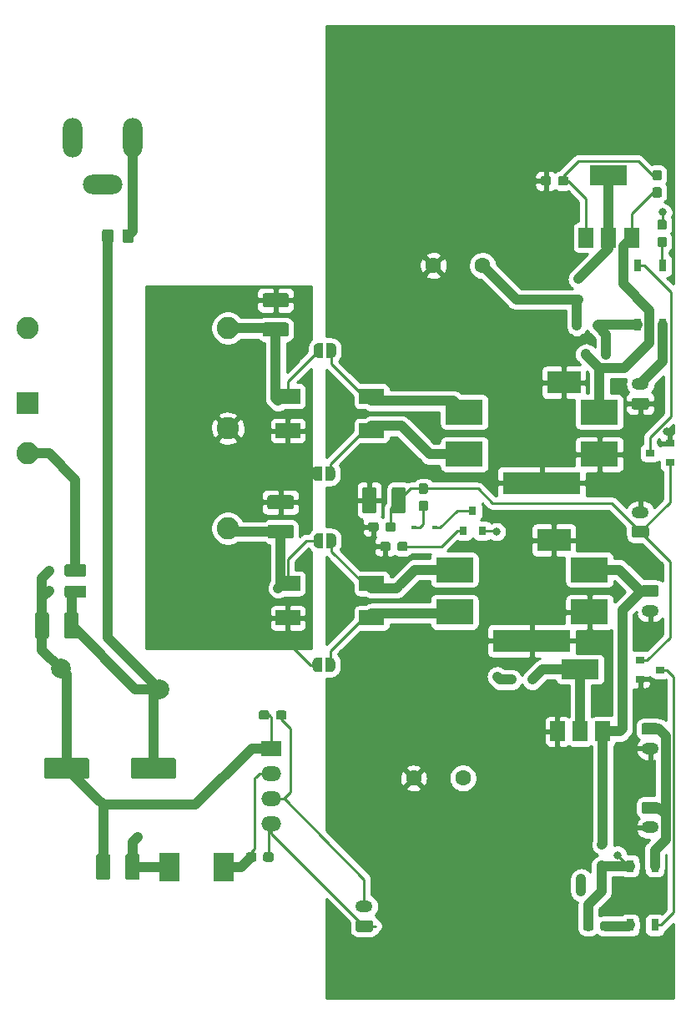
<source format=gtl>
G04 #@! TF.GenerationSoftware,KiCad,Pcbnew,(5.1.5-0)*
G04 #@! TF.CreationDate,2021-01-24T11:48:24-07:00*
G04 #@! TF.ProjectId,power_cui,706f7765-725f-4637-9569-2e6b69636164,rev?*
G04 #@! TF.SameCoordinates,Original*
G04 #@! TF.FileFunction,Copper,L1,Top*
G04 #@! TF.FilePolarity,Positive*
%FSLAX46Y46*%
G04 Gerber Fmt 4.6, Leading zero omitted, Abs format (unit mm)*
G04 Created by KiCad (PCBNEW (5.1.5-0)) date 2021-01-24 11:48:24*
%MOMM*%
%LPD*%
G04 APERTURE LIST*
%ADD10R,1.500000X2.000000*%
%ADD11R,3.800000X2.000000*%
%ADD12C,0.100000*%
%ADD13R,0.450000X0.600000*%
%ADD14R,0.600000X0.450000*%
%ADD15R,2.000000X1.500000*%
%ADD16O,2.000000X1.500000*%
%ADD17R,2.000000X3.000000*%
%ADD18O,1.750000X1.200000*%
%ADD19R,2.500000X1.500000*%
%ADD20R,0.800000X0.900000*%
%ADD21C,1.600000*%
%ADD22R,0.800000X1.200000*%
%ADD23O,2.000000X4.000000*%
%ADD24O,4.000000X2.000000*%
%ADD25R,0.900000X0.800000*%
%ADD26R,2.250000X2.250000*%
%ADD27C,2.250000*%
%ADD28C,2.000000*%
%ADD29R,3.400000X2.300000*%
%ADD30R,7.900000X2.300000*%
%ADD31R,3.800000X2.500000*%
%ADD32C,0.800000*%
%ADD33C,1.000000*%
%ADD34C,0.250000*%
%ADD35C,0.254000*%
G04 APERTURE END LIST*
D10*
X145500000Y-62150000D03*
X150100000Y-62150000D03*
X147800000Y-62150000D03*
D11*
X147800000Y-55850000D03*
G04 #@! TA.AperFunction,SMDPad,CuDef*
D12*
G36*
X152960779Y-57051144D02*
G01*
X152983834Y-57054563D01*
X153006443Y-57060227D01*
X153028387Y-57068079D01*
X153049457Y-57078044D01*
X153069448Y-57090026D01*
X153088168Y-57103910D01*
X153105438Y-57119562D01*
X153121090Y-57136832D01*
X153134974Y-57155552D01*
X153146956Y-57175543D01*
X153156921Y-57196613D01*
X153164773Y-57218557D01*
X153170437Y-57241166D01*
X153173856Y-57264221D01*
X153175000Y-57287500D01*
X153175000Y-57862500D01*
X153173856Y-57885779D01*
X153170437Y-57908834D01*
X153164773Y-57931443D01*
X153156921Y-57953387D01*
X153146956Y-57974457D01*
X153134974Y-57994448D01*
X153121090Y-58013168D01*
X153105438Y-58030438D01*
X153088168Y-58046090D01*
X153069448Y-58059974D01*
X153049457Y-58071956D01*
X153028387Y-58081921D01*
X153006443Y-58089773D01*
X152983834Y-58095437D01*
X152960779Y-58098856D01*
X152937500Y-58100000D01*
X152462500Y-58100000D01*
X152439221Y-58098856D01*
X152416166Y-58095437D01*
X152393557Y-58089773D01*
X152371613Y-58081921D01*
X152350543Y-58071956D01*
X152330552Y-58059974D01*
X152311832Y-58046090D01*
X152294562Y-58030438D01*
X152278910Y-58013168D01*
X152265026Y-57994448D01*
X152253044Y-57974457D01*
X152243079Y-57953387D01*
X152235227Y-57931443D01*
X152229563Y-57908834D01*
X152226144Y-57885779D01*
X152225000Y-57862500D01*
X152225000Y-57287500D01*
X152226144Y-57264221D01*
X152229563Y-57241166D01*
X152235227Y-57218557D01*
X152243079Y-57196613D01*
X152253044Y-57175543D01*
X152265026Y-57155552D01*
X152278910Y-57136832D01*
X152294562Y-57119562D01*
X152311832Y-57103910D01*
X152330552Y-57090026D01*
X152350543Y-57078044D01*
X152371613Y-57068079D01*
X152393557Y-57060227D01*
X152416166Y-57054563D01*
X152439221Y-57051144D01*
X152462500Y-57050000D01*
X152937500Y-57050000D01*
X152960779Y-57051144D01*
G37*
G04 #@! TD.AperFunction*
G04 #@! TA.AperFunction,SMDPad,CuDef*
G36*
X152960779Y-55301144D02*
G01*
X152983834Y-55304563D01*
X153006443Y-55310227D01*
X153028387Y-55318079D01*
X153049457Y-55328044D01*
X153069448Y-55340026D01*
X153088168Y-55353910D01*
X153105438Y-55369562D01*
X153121090Y-55386832D01*
X153134974Y-55405552D01*
X153146956Y-55425543D01*
X153156921Y-55446613D01*
X153164773Y-55468557D01*
X153170437Y-55491166D01*
X153173856Y-55514221D01*
X153175000Y-55537500D01*
X153175000Y-56112500D01*
X153173856Y-56135779D01*
X153170437Y-56158834D01*
X153164773Y-56181443D01*
X153156921Y-56203387D01*
X153146956Y-56224457D01*
X153134974Y-56244448D01*
X153121090Y-56263168D01*
X153105438Y-56280438D01*
X153088168Y-56296090D01*
X153069448Y-56309974D01*
X153049457Y-56321956D01*
X153028387Y-56331921D01*
X153006443Y-56339773D01*
X152983834Y-56345437D01*
X152960779Y-56348856D01*
X152937500Y-56350000D01*
X152462500Y-56350000D01*
X152439221Y-56348856D01*
X152416166Y-56345437D01*
X152393557Y-56339773D01*
X152371613Y-56331921D01*
X152350543Y-56321956D01*
X152330552Y-56309974D01*
X152311832Y-56296090D01*
X152294562Y-56280438D01*
X152278910Y-56263168D01*
X152265026Y-56244448D01*
X152253044Y-56224457D01*
X152243079Y-56203387D01*
X152235227Y-56181443D01*
X152229563Y-56158834D01*
X152226144Y-56135779D01*
X152225000Y-56112500D01*
X152225000Y-55537500D01*
X152226144Y-55514221D01*
X152229563Y-55491166D01*
X152235227Y-55468557D01*
X152243079Y-55446613D01*
X152253044Y-55425543D01*
X152265026Y-55405552D01*
X152278910Y-55386832D01*
X152294562Y-55369562D01*
X152311832Y-55353910D01*
X152330552Y-55340026D01*
X152350543Y-55328044D01*
X152371613Y-55318079D01*
X152393557Y-55310227D01*
X152416166Y-55304563D01*
X152439221Y-55301144D01*
X152462500Y-55300000D01*
X152937500Y-55300000D01*
X152960779Y-55301144D01*
G37*
G04 #@! TD.AperFunction*
G04 #@! TA.AperFunction,SMDPad,CuDef*
G36*
X143485779Y-55926144D02*
G01*
X143508834Y-55929563D01*
X143531443Y-55935227D01*
X143553387Y-55943079D01*
X143574457Y-55953044D01*
X143594448Y-55965026D01*
X143613168Y-55978910D01*
X143630438Y-55994562D01*
X143646090Y-56011832D01*
X143659974Y-56030552D01*
X143671956Y-56050543D01*
X143681921Y-56071613D01*
X143689773Y-56093557D01*
X143695437Y-56116166D01*
X143698856Y-56139221D01*
X143700000Y-56162500D01*
X143700000Y-56637500D01*
X143698856Y-56660779D01*
X143695437Y-56683834D01*
X143689773Y-56706443D01*
X143681921Y-56728387D01*
X143671956Y-56749457D01*
X143659974Y-56769448D01*
X143646090Y-56788168D01*
X143630438Y-56805438D01*
X143613168Y-56821090D01*
X143594448Y-56834974D01*
X143574457Y-56846956D01*
X143553387Y-56856921D01*
X143531443Y-56864773D01*
X143508834Y-56870437D01*
X143485779Y-56873856D01*
X143462500Y-56875000D01*
X142887500Y-56875000D01*
X142864221Y-56873856D01*
X142841166Y-56870437D01*
X142818557Y-56864773D01*
X142796613Y-56856921D01*
X142775543Y-56846956D01*
X142755552Y-56834974D01*
X142736832Y-56821090D01*
X142719562Y-56805438D01*
X142703910Y-56788168D01*
X142690026Y-56769448D01*
X142678044Y-56749457D01*
X142668079Y-56728387D01*
X142660227Y-56706443D01*
X142654563Y-56683834D01*
X142651144Y-56660779D01*
X142650000Y-56637500D01*
X142650000Y-56162500D01*
X142651144Y-56139221D01*
X142654563Y-56116166D01*
X142660227Y-56093557D01*
X142668079Y-56071613D01*
X142678044Y-56050543D01*
X142690026Y-56030552D01*
X142703910Y-56011832D01*
X142719562Y-55994562D01*
X142736832Y-55978910D01*
X142755552Y-55965026D01*
X142775543Y-55953044D01*
X142796613Y-55943079D01*
X142818557Y-55935227D01*
X142841166Y-55929563D01*
X142864221Y-55926144D01*
X142887500Y-55925000D01*
X143462500Y-55925000D01*
X143485779Y-55926144D01*
G37*
G04 #@! TD.AperFunction*
G04 #@! TA.AperFunction,SMDPad,CuDef*
G36*
X141735779Y-55926144D02*
G01*
X141758834Y-55929563D01*
X141781443Y-55935227D01*
X141803387Y-55943079D01*
X141824457Y-55953044D01*
X141844448Y-55965026D01*
X141863168Y-55978910D01*
X141880438Y-55994562D01*
X141896090Y-56011832D01*
X141909974Y-56030552D01*
X141921956Y-56050543D01*
X141931921Y-56071613D01*
X141939773Y-56093557D01*
X141945437Y-56116166D01*
X141948856Y-56139221D01*
X141950000Y-56162500D01*
X141950000Y-56637500D01*
X141948856Y-56660779D01*
X141945437Y-56683834D01*
X141939773Y-56706443D01*
X141931921Y-56728387D01*
X141921956Y-56749457D01*
X141909974Y-56769448D01*
X141896090Y-56788168D01*
X141880438Y-56805438D01*
X141863168Y-56821090D01*
X141844448Y-56834974D01*
X141824457Y-56846956D01*
X141803387Y-56856921D01*
X141781443Y-56864773D01*
X141758834Y-56870437D01*
X141735779Y-56873856D01*
X141712500Y-56875000D01*
X141137500Y-56875000D01*
X141114221Y-56873856D01*
X141091166Y-56870437D01*
X141068557Y-56864773D01*
X141046613Y-56856921D01*
X141025543Y-56846956D01*
X141005552Y-56834974D01*
X140986832Y-56821090D01*
X140969562Y-56805438D01*
X140953910Y-56788168D01*
X140940026Y-56769448D01*
X140928044Y-56749457D01*
X140918079Y-56728387D01*
X140910227Y-56706443D01*
X140904563Y-56683834D01*
X140901144Y-56660779D01*
X140900000Y-56637500D01*
X140900000Y-56162500D01*
X140901144Y-56139221D01*
X140904563Y-56116166D01*
X140910227Y-56093557D01*
X140918079Y-56071613D01*
X140928044Y-56050543D01*
X140940026Y-56030552D01*
X140953910Y-56011832D01*
X140969562Y-55994562D01*
X140986832Y-55978910D01*
X141005552Y-55965026D01*
X141025543Y-55953044D01*
X141046613Y-55943079D01*
X141068557Y-55935227D01*
X141091166Y-55929563D01*
X141114221Y-55926144D01*
X141137500Y-55925000D01*
X141712500Y-55925000D01*
X141735779Y-55926144D01*
G37*
G04 #@! TD.AperFunction*
D10*
X142600000Y-112250000D03*
X147200000Y-112250000D03*
X144900000Y-112250000D03*
D11*
X144900000Y-105950000D03*
D13*
X144700000Y-68450000D03*
X144700000Y-66350000D03*
D14*
X140050000Y-107000000D03*
X137950000Y-107000000D03*
D15*
X113600000Y-114000000D03*
D16*
X113600000Y-116540000D03*
X113600000Y-119080000D03*
X113600000Y-121620000D03*
D17*
X103250000Y-126000000D03*
X108750000Y-126000000D03*
D18*
X123000000Y-130000000D03*
G04 #@! TA.AperFunction,ComponentPad*
D12*
G36*
X123649505Y-131401204D02*
G01*
X123673773Y-131404804D01*
X123697572Y-131410765D01*
X123720671Y-131419030D01*
X123742850Y-131429520D01*
X123763893Y-131442132D01*
X123783599Y-131456747D01*
X123801777Y-131473223D01*
X123818253Y-131491401D01*
X123832868Y-131511107D01*
X123845480Y-131532150D01*
X123855970Y-131554329D01*
X123864235Y-131577428D01*
X123870196Y-131601227D01*
X123873796Y-131625495D01*
X123875000Y-131649999D01*
X123875000Y-132350001D01*
X123873796Y-132374505D01*
X123870196Y-132398773D01*
X123864235Y-132422572D01*
X123855970Y-132445671D01*
X123845480Y-132467850D01*
X123832868Y-132488893D01*
X123818253Y-132508599D01*
X123801777Y-132526777D01*
X123783599Y-132543253D01*
X123763893Y-132557868D01*
X123742850Y-132570480D01*
X123720671Y-132580970D01*
X123697572Y-132589235D01*
X123673773Y-132595196D01*
X123649505Y-132598796D01*
X123625001Y-132600000D01*
X122374999Y-132600000D01*
X122350495Y-132598796D01*
X122326227Y-132595196D01*
X122302428Y-132589235D01*
X122279329Y-132580970D01*
X122257150Y-132570480D01*
X122236107Y-132557868D01*
X122216401Y-132543253D01*
X122198223Y-132526777D01*
X122181747Y-132508599D01*
X122167132Y-132488893D01*
X122154520Y-132467850D01*
X122144030Y-132445671D01*
X122135765Y-132422572D01*
X122129804Y-132398773D01*
X122126204Y-132374505D01*
X122125000Y-132350001D01*
X122125000Y-131649999D01*
X122126204Y-131625495D01*
X122129804Y-131601227D01*
X122135765Y-131577428D01*
X122144030Y-131554329D01*
X122154520Y-131532150D01*
X122167132Y-131511107D01*
X122181747Y-131491401D01*
X122198223Y-131473223D01*
X122216401Y-131456747D01*
X122236107Y-131442132D01*
X122257150Y-131429520D01*
X122279329Y-131419030D01*
X122302428Y-131410765D01*
X122326227Y-131404804D01*
X122350495Y-131401204D01*
X122374999Y-131400000D01*
X123625001Y-131400000D01*
X123649505Y-131401204D01*
G37*
G04 #@! TD.AperFunction*
G04 #@! TA.AperFunction,SMDPad,CuDef*
G36*
X113135779Y-110126144D02*
G01*
X113158834Y-110129563D01*
X113181443Y-110135227D01*
X113203387Y-110143079D01*
X113224457Y-110153044D01*
X113244448Y-110165026D01*
X113263168Y-110178910D01*
X113280438Y-110194562D01*
X113296090Y-110211832D01*
X113309974Y-110230552D01*
X113321956Y-110250543D01*
X113331921Y-110271613D01*
X113339773Y-110293557D01*
X113345437Y-110316166D01*
X113348856Y-110339221D01*
X113350000Y-110362500D01*
X113350000Y-110837500D01*
X113348856Y-110860779D01*
X113345437Y-110883834D01*
X113339773Y-110906443D01*
X113331921Y-110928387D01*
X113321956Y-110949457D01*
X113309974Y-110969448D01*
X113296090Y-110988168D01*
X113280438Y-111005438D01*
X113263168Y-111021090D01*
X113244448Y-111034974D01*
X113224457Y-111046956D01*
X113203387Y-111056921D01*
X113181443Y-111064773D01*
X113158834Y-111070437D01*
X113135779Y-111073856D01*
X113112500Y-111075000D01*
X112537500Y-111075000D01*
X112514221Y-111073856D01*
X112491166Y-111070437D01*
X112468557Y-111064773D01*
X112446613Y-111056921D01*
X112425543Y-111046956D01*
X112405552Y-111034974D01*
X112386832Y-111021090D01*
X112369562Y-111005438D01*
X112353910Y-110988168D01*
X112340026Y-110969448D01*
X112328044Y-110949457D01*
X112318079Y-110928387D01*
X112310227Y-110906443D01*
X112304563Y-110883834D01*
X112301144Y-110860779D01*
X112300000Y-110837500D01*
X112300000Y-110362500D01*
X112301144Y-110339221D01*
X112304563Y-110316166D01*
X112310227Y-110293557D01*
X112318079Y-110271613D01*
X112328044Y-110250543D01*
X112340026Y-110230552D01*
X112353910Y-110211832D01*
X112369562Y-110194562D01*
X112386832Y-110178910D01*
X112405552Y-110165026D01*
X112425543Y-110153044D01*
X112446613Y-110143079D01*
X112468557Y-110135227D01*
X112491166Y-110129563D01*
X112514221Y-110126144D01*
X112537500Y-110125000D01*
X113112500Y-110125000D01*
X113135779Y-110126144D01*
G37*
G04 #@! TD.AperFunction*
G04 #@! TA.AperFunction,SMDPad,CuDef*
G36*
X114885779Y-110126144D02*
G01*
X114908834Y-110129563D01*
X114931443Y-110135227D01*
X114953387Y-110143079D01*
X114974457Y-110153044D01*
X114994448Y-110165026D01*
X115013168Y-110178910D01*
X115030438Y-110194562D01*
X115046090Y-110211832D01*
X115059974Y-110230552D01*
X115071956Y-110250543D01*
X115081921Y-110271613D01*
X115089773Y-110293557D01*
X115095437Y-110316166D01*
X115098856Y-110339221D01*
X115100000Y-110362500D01*
X115100000Y-110837500D01*
X115098856Y-110860779D01*
X115095437Y-110883834D01*
X115089773Y-110906443D01*
X115081921Y-110928387D01*
X115071956Y-110949457D01*
X115059974Y-110969448D01*
X115046090Y-110988168D01*
X115030438Y-111005438D01*
X115013168Y-111021090D01*
X114994448Y-111034974D01*
X114974457Y-111046956D01*
X114953387Y-111056921D01*
X114931443Y-111064773D01*
X114908834Y-111070437D01*
X114885779Y-111073856D01*
X114862500Y-111075000D01*
X114287500Y-111075000D01*
X114264221Y-111073856D01*
X114241166Y-111070437D01*
X114218557Y-111064773D01*
X114196613Y-111056921D01*
X114175543Y-111046956D01*
X114155552Y-111034974D01*
X114136832Y-111021090D01*
X114119562Y-111005438D01*
X114103910Y-110988168D01*
X114090026Y-110969448D01*
X114078044Y-110949457D01*
X114068079Y-110928387D01*
X114060227Y-110906443D01*
X114054563Y-110883834D01*
X114051144Y-110860779D01*
X114050000Y-110837500D01*
X114050000Y-110362500D01*
X114051144Y-110339221D01*
X114054563Y-110316166D01*
X114060227Y-110293557D01*
X114068079Y-110271613D01*
X114078044Y-110250543D01*
X114090026Y-110230552D01*
X114103910Y-110211832D01*
X114119562Y-110194562D01*
X114136832Y-110178910D01*
X114155552Y-110165026D01*
X114175543Y-110153044D01*
X114196613Y-110143079D01*
X114218557Y-110135227D01*
X114241166Y-110129563D01*
X114264221Y-110126144D01*
X114287500Y-110125000D01*
X114862500Y-110125000D01*
X114885779Y-110126144D01*
G37*
G04 #@! TD.AperFunction*
G04 #@! TA.AperFunction,SMDPad,CuDef*
G36*
X111835779Y-124526144D02*
G01*
X111858834Y-124529563D01*
X111881443Y-124535227D01*
X111903387Y-124543079D01*
X111924457Y-124553044D01*
X111944448Y-124565026D01*
X111963168Y-124578910D01*
X111980438Y-124594562D01*
X111996090Y-124611832D01*
X112009974Y-124630552D01*
X112021956Y-124650543D01*
X112031921Y-124671613D01*
X112039773Y-124693557D01*
X112045437Y-124716166D01*
X112048856Y-124739221D01*
X112050000Y-124762500D01*
X112050000Y-125237500D01*
X112048856Y-125260779D01*
X112045437Y-125283834D01*
X112039773Y-125306443D01*
X112031921Y-125328387D01*
X112021956Y-125349457D01*
X112009974Y-125369448D01*
X111996090Y-125388168D01*
X111980438Y-125405438D01*
X111963168Y-125421090D01*
X111944448Y-125434974D01*
X111924457Y-125446956D01*
X111903387Y-125456921D01*
X111881443Y-125464773D01*
X111858834Y-125470437D01*
X111835779Y-125473856D01*
X111812500Y-125475000D01*
X111237500Y-125475000D01*
X111214221Y-125473856D01*
X111191166Y-125470437D01*
X111168557Y-125464773D01*
X111146613Y-125456921D01*
X111125543Y-125446956D01*
X111105552Y-125434974D01*
X111086832Y-125421090D01*
X111069562Y-125405438D01*
X111053910Y-125388168D01*
X111040026Y-125369448D01*
X111028044Y-125349457D01*
X111018079Y-125328387D01*
X111010227Y-125306443D01*
X111004563Y-125283834D01*
X111001144Y-125260779D01*
X111000000Y-125237500D01*
X111000000Y-124762500D01*
X111001144Y-124739221D01*
X111004563Y-124716166D01*
X111010227Y-124693557D01*
X111018079Y-124671613D01*
X111028044Y-124650543D01*
X111040026Y-124630552D01*
X111053910Y-124611832D01*
X111069562Y-124594562D01*
X111086832Y-124578910D01*
X111105552Y-124565026D01*
X111125543Y-124553044D01*
X111146613Y-124543079D01*
X111168557Y-124535227D01*
X111191166Y-124529563D01*
X111214221Y-124526144D01*
X111237500Y-124525000D01*
X111812500Y-124525000D01*
X111835779Y-124526144D01*
G37*
G04 #@! TD.AperFunction*
G04 #@! TA.AperFunction,SMDPad,CuDef*
G36*
X113585779Y-124526144D02*
G01*
X113608834Y-124529563D01*
X113631443Y-124535227D01*
X113653387Y-124543079D01*
X113674457Y-124553044D01*
X113694448Y-124565026D01*
X113713168Y-124578910D01*
X113730438Y-124594562D01*
X113746090Y-124611832D01*
X113759974Y-124630552D01*
X113771956Y-124650543D01*
X113781921Y-124671613D01*
X113789773Y-124693557D01*
X113795437Y-124716166D01*
X113798856Y-124739221D01*
X113800000Y-124762500D01*
X113800000Y-125237500D01*
X113798856Y-125260779D01*
X113795437Y-125283834D01*
X113789773Y-125306443D01*
X113781921Y-125328387D01*
X113771956Y-125349457D01*
X113759974Y-125369448D01*
X113746090Y-125388168D01*
X113730438Y-125405438D01*
X113713168Y-125421090D01*
X113694448Y-125434974D01*
X113674457Y-125446956D01*
X113653387Y-125456921D01*
X113631443Y-125464773D01*
X113608834Y-125470437D01*
X113585779Y-125473856D01*
X113562500Y-125475000D01*
X112987500Y-125475000D01*
X112964221Y-125473856D01*
X112941166Y-125470437D01*
X112918557Y-125464773D01*
X112896613Y-125456921D01*
X112875543Y-125446956D01*
X112855552Y-125434974D01*
X112836832Y-125421090D01*
X112819562Y-125405438D01*
X112803910Y-125388168D01*
X112790026Y-125369448D01*
X112778044Y-125349457D01*
X112768079Y-125328387D01*
X112760227Y-125306443D01*
X112754563Y-125283834D01*
X112751144Y-125260779D01*
X112750000Y-125237500D01*
X112750000Y-124762500D01*
X112751144Y-124739221D01*
X112754563Y-124716166D01*
X112760227Y-124693557D01*
X112768079Y-124671613D01*
X112778044Y-124650543D01*
X112790026Y-124630552D01*
X112803910Y-124611832D01*
X112819562Y-124594562D01*
X112836832Y-124578910D01*
X112855552Y-124565026D01*
X112875543Y-124553044D01*
X112896613Y-124543079D01*
X112918557Y-124535227D01*
X112941166Y-124529563D01*
X112964221Y-124526144D01*
X112987500Y-124525000D01*
X113562500Y-124525000D01*
X113585779Y-124526144D01*
G37*
G04 #@! TD.AperFunction*
G04 #@! TA.AperFunction,SMDPad,CuDef*
G36*
X96999504Y-124676204D02*
G01*
X97023773Y-124679804D01*
X97047571Y-124685765D01*
X97070671Y-124694030D01*
X97092849Y-124704520D01*
X97113893Y-124717133D01*
X97133598Y-124731747D01*
X97151777Y-124748223D01*
X97168253Y-124766402D01*
X97182867Y-124786107D01*
X97195480Y-124807151D01*
X97205970Y-124829329D01*
X97214235Y-124852429D01*
X97220196Y-124876227D01*
X97223796Y-124900496D01*
X97225000Y-124925000D01*
X97225000Y-127075000D01*
X97223796Y-127099504D01*
X97220196Y-127123773D01*
X97214235Y-127147571D01*
X97205970Y-127170671D01*
X97195480Y-127192849D01*
X97182867Y-127213893D01*
X97168253Y-127233598D01*
X97151777Y-127251777D01*
X97133598Y-127268253D01*
X97113893Y-127282867D01*
X97092849Y-127295480D01*
X97070671Y-127305970D01*
X97047571Y-127314235D01*
X97023773Y-127320196D01*
X96999504Y-127323796D01*
X96975000Y-127325000D01*
X96050000Y-127325000D01*
X96025496Y-127323796D01*
X96001227Y-127320196D01*
X95977429Y-127314235D01*
X95954329Y-127305970D01*
X95932151Y-127295480D01*
X95911107Y-127282867D01*
X95891402Y-127268253D01*
X95873223Y-127251777D01*
X95856747Y-127233598D01*
X95842133Y-127213893D01*
X95829520Y-127192849D01*
X95819030Y-127170671D01*
X95810765Y-127147571D01*
X95804804Y-127123773D01*
X95801204Y-127099504D01*
X95800000Y-127075000D01*
X95800000Y-124925000D01*
X95801204Y-124900496D01*
X95804804Y-124876227D01*
X95810765Y-124852429D01*
X95819030Y-124829329D01*
X95829520Y-124807151D01*
X95842133Y-124786107D01*
X95856747Y-124766402D01*
X95873223Y-124748223D01*
X95891402Y-124731747D01*
X95911107Y-124717133D01*
X95932151Y-124704520D01*
X95954329Y-124694030D01*
X95977429Y-124685765D01*
X96001227Y-124679804D01*
X96025496Y-124676204D01*
X96050000Y-124675000D01*
X96975000Y-124675000D01*
X96999504Y-124676204D01*
G37*
G04 #@! TD.AperFunction*
G04 #@! TA.AperFunction,SMDPad,CuDef*
G36*
X99974504Y-124676204D02*
G01*
X99998773Y-124679804D01*
X100022571Y-124685765D01*
X100045671Y-124694030D01*
X100067849Y-124704520D01*
X100088893Y-124717133D01*
X100108598Y-124731747D01*
X100126777Y-124748223D01*
X100143253Y-124766402D01*
X100157867Y-124786107D01*
X100170480Y-124807151D01*
X100180970Y-124829329D01*
X100189235Y-124852429D01*
X100195196Y-124876227D01*
X100198796Y-124900496D01*
X100200000Y-124925000D01*
X100200000Y-127075000D01*
X100198796Y-127099504D01*
X100195196Y-127123773D01*
X100189235Y-127147571D01*
X100180970Y-127170671D01*
X100170480Y-127192849D01*
X100157867Y-127213893D01*
X100143253Y-127233598D01*
X100126777Y-127251777D01*
X100108598Y-127268253D01*
X100088893Y-127282867D01*
X100067849Y-127295480D01*
X100045671Y-127305970D01*
X100022571Y-127314235D01*
X99998773Y-127320196D01*
X99974504Y-127323796D01*
X99950000Y-127325000D01*
X99025000Y-127325000D01*
X99000496Y-127323796D01*
X98976227Y-127320196D01*
X98952429Y-127314235D01*
X98929329Y-127305970D01*
X98907151Y-127295480D01*
X98886107Y-127282867D01*
X98866402Y-127268253D01*
X98848223Y-127251777D01*
X98831747Y-127233598D01*
X98817133Y-127213893D01*
X98804520Y-127192849D01*
X98794030Y-127170671D01*
X98785765Y-127147571D01*
X98779804Y-127123773D01*
X98776204Y-127099504D01*
X98775000Y-127075000D01*
X98775000Y-124925000D01*
X98776204Y-124900496D01*
X98779804Y-124876227D01*
X98785765Y-124852429D01*
X98794030Y-124829329D01*
X98804520Y-124807151D01*
X98817133Y-124786107D01*
X98831747Y-124766402D01*
X98848223Y-124748223D01*
X98866402Y-124731747D01*
X98886107Y-124717133D01*
X98907151Y-124704520D01*
X98929329Y-124694030D01*
X98952429Y-124685765D01*
X98976227Y-124679804D01*
X99000496Y-124676204D01*
X99025000Y-124675000D01*
X99950000Y-124675000D01*
X99974504Y-124676204D01*
G37*
G04 #@! TD.AperFunction*
D19*
X115250000Y-100750000D03*
X115250000Y-97250000D03*
X123750000Y-97250000D03*
X123750000Y-100750000D03*
G04 #@! TA.AperFunction,SMDPad,CuDef*
D12*
G36*
X125985779Y-91026144D02*
G01*
X126008834Y-91029563D01*
X126031443Y-91035227D01*
X126053387Y-91043079D01*
X126074457Y-91053044D01*
X126094448Y-91065026D01*
X126113168Y-91078910D01*
X126130438Y-91094562D01*
X126146090Y-91111832D01*
X126159974Y-91130552D01*
X126171956Y-91150543D01*
X126181921Y-91171613D01*
X126189773Y-91193557D01*
X126195437Y-91216166D01*
X126198856Y-91239221D01*
X126200000Y-91262500D01*
X126200000Y-91737500D01*
X126198856Y-91760779D01*
X126195437Y-91783834D01*
X126189773Y-91806443D01*
X126181921Y-91828387D01*
X126171956Y-91849457D01*
X126159974Y-91869448D01*
X126146090Y-91888168D01*
X126130438Y-91905438D01*
X126113168Y-91921090D01*
X126094448Y-91934974D01*
X126074457Y-91946956D01*
X126053387Y-91956921D01*
X126031443Y-91964773D01*
X126008834Y-91970437D01*
X125985779Y-91973856D01*
X125962500Y-91975000D01*
X125387500Y-91975000D01*
X125364221Y-91973856D01*
X125341166Y-91970437D01*
X125318557Y-91964773D01*
X125296613Y-91956921D01*
X125275543Y-91946956D01*
X125255552Y-91934974D01*
X125236832Y-91921090D01*
X125219562Y-91905438D01*
X125203910Y-91888168D01*
X125190026Y-91869448D01*
X125178044Y-91849457D01*
X125168079Y-91828387D01*
X125160227Y-91806443D01*
X125154563Y-91783834D01*
X125151144Y-91760779D01*
X125150000Y-91737500D01*
X125150000Y-91262500D01*
X125151144Y-91239221D01*
X125154563Y-91216166D01*
X125160227Y-91193557D01*
X125168079Y-91171613D01*
X125178044Y-91150543D01*
X125190026Y-91130552D01*
X125203910Y-91111832D01*
X125219562Y-91094562D01*
X125236832Y-91078910D01*
X125255552Y-91065026D01*
X125275543Y-91053044D01*
X125296613Y-91043079D01*
X125318557Y-91035227D01*
X125341166Y-91029563D01*
X125364221Y-91026144D01*
X125387500Y-91025000D01*
X125962500Y-91025000D01*
X125985779Y-91026144D01*
G37*
G04 #@! TD.AperFunction*
G04 #@! TA.AperFunction,SMDPad,CuDef*
G36*
X124235779Y-91026144D02*
G01*
X124258834Y-91029563D01*
X124281443Y-91035227D01*
X124303387Y-91043079D01*
X124324457Y-91053044D01*
X124344448Y-91065026D01*
X124363168Y-91078910D01*
X124380438Y-91094562D01*
X124396090Y-91111832D01*
X124409974Y-91130552D01*
X124421956Y-91150543D01*
X124431921Y-91171613D01*
X124439773Y-91193557D01*
X124445437Y-91216166D01*
X124448856Y-91239221D01*
X124450000Y-91262500D01*
X124450000Y-91737500D01*
X124448856Y-91760779D01*
X124445437Y-91783834D01*
X124439773Y-91806443D01*
X124431921Y-91828387D01*
X124421956Y-91849457D01*
X124409974Y-91869448D01*
X124396090Y-91888168D01*
X124380438Y-91905438D01*
X124363168Y-91921090D01*
X124344448Y-91934974D01*
X124324457Y-91946956D01*
X124303387Y-91956921D01*
X124281443Y-91964773D01*
X124258834Y-91970437D01*
X124235779Y-91973856D01*
X124212500Y-91975000D01*
X123637500Y-91975000D01*
X123614221Y-91973856D01*
X123591166Y-91970437D01*
X123568557Y-91964773D01*
X123546613Y-91956921D01*
X123525543Y-91946956D01*
X123505552Y-91934974D01*
X123486832Y-91921090D01*
X123469562Y-91905438D01*
X123453910Y-91888168D01*
X123440026Y-91869448D01*
X123428044Y-91849457D01*
X123418079Y-91828387D01*
X123410227Y-91806443D01*
X123404563Y-91783834D01*
X123401144Y-91760779D01*
X123400000Y-91737500D01*
X123400000Y-91262500D01*
X123401144Y-91239221D01*
X123404563Y-91216166D01*
X123410227Y-91193557D01*
X123418079Y-91171613D01*
X123428044Y-91150543D01*
X123440026Y-91130552D01*
X123453910Y-91111832D01*
X123469562Y-91094562D01*
X123486832Y-91078910D01*
X123505552Y-91065026D01*
X123525543Y-91053044D01*
X123546613Y-91043079D01*
X123568557Y-91035227D01*
X123591166Y-91029563D01*
X123614221Y-91026144D01*
X123637500Y-91025000D01*
X124212500Y-91025000D01*
X124235779Y-91026144D01*
G37*
G04 #@! TD.AperFunction*
G04 #@! TA.AperFunction,SMDPad,CuDef*
G36*
X125435779Y-93026144D02*
G01*
X125458834Y-93029563D01*
X125481443Y-93035227D01*
X125503387Y-93043079D01*
X125524457Y-93053044D01*
X125544448Y-93065026D01*
X125563168Y-93078910D01*
X125580438Y-93094562D01*
X125596090Y-93111832D01*
X125609974Y-93130552D01*
X125621956Y-93150543D01*
X125631921Y-93171613D01*
X125639773Y-93193557D01*
X125645437Y-93216166D01*
X125648856Y-93239221D01*
X125650000Y-93262500D01*
X125650000Y-93737500D01*
X125648856Y-93760779D01*
X125645437Y-93783834D01*
X125639773Y-93806443D01*
X125631921Y-93828387D01*
X125621956Y-93849457D01*
X125609974Y-93869448D01*
X125596090Y-93888168D01*
X125580438Y-93905438D01*
X125563168Y-93921090D01*
X125544448Y-93934974D01*
X125524457Y-93946956D01*
X125503387Y-93956921D01*
X125481443Y-93964773D01*
X125458834Y-93970437D01*
X125435779Y-93973856D01*
X125412500Y-93975000D01*
X124837500Y-93975000D01*
X124814221Y-93973856D01*
X124791166Y-93970437D01*
X124768557Y-93964773D01*
X124746613Y-93956921D01*
X124725543Y-93946956D01*
X124705552Y-93934974D01*
X124686832Y-93921090D01*
X124669562Y-93905438D01*
X124653910Y-93888168D01*
X124640026Y-93869448D01*
X124628044Y-93849457D01*
X124618079Y-93828387D01*
X124610227Y-93806443D01*
X124604563Y-93783834D01*
X124601144Y-93760779D01*
X124600000Y-93737500D01*
X124600000Y-93262500D01*
X124601144Y-93239221D01*
X124604563Y-93216166D01*
X124610227Y-93193557D01*
X124618079Y-93171613D01*
X124628044Y-93150543D01*
X124640026Y-93130552D01*
X124653910Y-93111832D01*
X124669562Y-93094562D01*
X124686832Y-93078910D01*
X124705552Y-93065026D01*
X124725543Y-93053044D01*
X124746613Y-93043079D01*
X124768557Y-93035227D01*
X124791166Y-93029563D01*
X124814221Y-93026144D01*
X124837500Y-93025000D01*
X125412500Y-93025000D01*
X125435779Y-93026144D01*
G37*
G04 #@! TD.AperFunction*
G04 #@! TA.AperFunction,SMDPad,CuDef*
G36*
X127185779Y-93026144D02*
G01*
X127208834Y-93029563D01*
X127231443Y-93035227D01*
X127253387Y-93043079D01*
X127274457Y-93053044D01*
X127294448Y-93065026D01*
X127313168Y-93078910D01*
X127330438Y-93094562D01*
X127346090Y-93111832D01*
X127359974Y-93130552D01*
X127371956Y-93150543D01*
X127381921Y-93171613D01*
X127389773Y-93193557D01*
X127395437Y-93216166D01*
X127398856Y-93239221D01*
X127400000Y-93262500D01*
X127400000Y-93737500D01*
X127398856Y-93760779D01*
X127395437Y-93783834D01*
X127389773Y-93806443D01*
X127381921Y-93828387D01*
X127371956Y-93849457D01*
X127359974Y-93869448D01*
X127346090Y-93888168D01*
X127330438Y-93905438D01*
X127313168Y-93921090D01*
X127294448Y-93934974D01*
X127274457Y-93946956D01*
X127253387Y-93956921D01*
X127231443Y-93964773D01*
X127208834Y-93970437D01*
X127185779Y-93973856D01*
X127162500Y-93975000D01*
X126587500Y-93975000D01*
X126564221Y-93973856D01*
X126541166Y-93970437D01*
X126518557Y-93964773D01*
X126496613Y-93956921D01*
X126475543Y-93946956D01*
X126455552Y-93934974D01*
X126436832Y-93921090D01*
X126419562Y-93905438D01*
X126403910Y-93888168D01*
X126390026Y-93869448D01*
X126378044Y-93849457D01*
X126368079Y-93828387D01*
X126360227Y-93806443D01*
X126354563Y-93783834D01*
X126351144Y-93760779D01*
X126350000Y-93737500D01*
X126350000Y-93262500D01*
X126351144Y-93239221D01*
X126354563Y-93216166D01*
X126360227Y-93193557D01*
X126368079Y-93171613D01*
X126378044Y-93150543D01*
X126390026Y-93130552D01*
X126403910Y-93111832D01*
X126419562Y-93094562D01*
X126436832Y-93078910D01*
X126455552Y-93065026D01*
X126475543Y-93053044D01*
X126496613Y-93043079D01*
X126518557Y-93035227D01*
X126541166Y-93029563D01*
X126564221Y-93026144D01*
X126587500Y-93025000D01*
X127162500Y-93025000D01*
X127185779Y-93026144D01*
G37*
G04 #@! TD.AperFunction*
D20*
X134000000Y-89900000D03*
X134950000Y-91900000D03*
X133050000Y-91900000D03*
D19*
X115250000Y-81750000D03*
X115250000Y-78250000D03*
X123750000Y-78250000D03*
X123750000Y-81750000D03*
D14*
X130150000Y-91600000D03*
X128050000Y-91600000D03*
D21*
X135000000Y-65000000D03*
X130000000Y-65000000D03*
X128000000Y-117000000D03*
X133000000Y-117000000D03*
D22*
X152470000Y-125900000D03*
X152470000Y-131900000D03*
X149930000Y-131900000D03*
X149930000Y-125900000D03*
G04 #@! TA.AperFunction,SMDPad,CuDef*
D12*
G36*
X147785779Y-131526144D02*
G01*
X147808834Y-131529563D01*
X147831443Y-131535227D01*
X147853387Y-131543079D01*
X147874457Y-131553044D01*
X147894448Y-131565026D01*
X147913168Y-131578910D01*
X147930438Y-131594562D01*
X147946090Y-131611832D01*
X147959974Y-131630552D01*
X147971956Y-131650543D01*
X147981921Y-131671613D01*
X147989773Y-131693557D01*
X147995437Y-131716166D01*
X147998856Y-131739221D01*
X148000000Y-131762500D01*
X148000000Y-132237500D01*
X147998856Y-132260779D01*
X147995437Y-132283834D01*
X147989773Y-132306443D01*
X147981921Y-132328387D01*
X147971956Y-132349457D01*
X147959974Y-132369448D01*
X147946090Y-132388168D01*
X147930438Y-132405438D01*
X147913168Y-132421090D01*
X147894448Y-132434974D01*
X147874457Y-132446956D01*
X147853387Y-132456921D01*
X147831443Y-132464773D01*
X147808834Y-132470437D01*
X147785779Y-132473856D01*
X147762500Y-132475000D01*
X147187500Y-132475000D01*
X147164221Y-132473856D01*
X147141166Y-132470437D01*
X147118557Y-132464773D01*
X147096613Y-132456921D01*
X147075543Y-132446956D01*
X147055552Y-132434974D01*
X147036832Y-132421090D01*
X147019562Y-132405438D01*
X147003910Y-132388168D01*
X146990026Y-132369448D01*
X146978044Y-132349457D01*
X146968079Y-132328387D01*
X146960227Y-132306443D01*
X146954563Y-132283834D01*
X146951144Y-132260779D01*
X146950000Y-132237500D01*
X146950000Y-131762500D01*
X146951144Y-131739221D01*
X146954563Y-131716166D01*
X146960227Y-131693557D01*
X146968079Y-131671613D01*
X146978044Y-131650543D01*
X146990026Y-131630552D01*
X147003910Y-131611832D01*
X147019562Y-131594562D01*
X147036832Y-131578910D01*
X147055552Y-131565026D01*
X147075543Y-131553044D01*
X147096613Y-131543079D01*
X147118557Y-131535227D01*
X147141166Y-131529563D01*
X147164221Y-131526144D01*
X147187500Y-131525000D01*
X147762500Y-131525000D01*
X147785779Y-131526144D01*
G37*
G04 #@! TD.AperFunction*
G04 #@! TA.AperFunction,SMDPad,CuDef*
G36*
X146035779Y-131526144D02*
G01*
X146058834Y-131529563D01*
X146081443Y-131535227D01*
X146103387Y-131543079D01*
X146124457Y-131553044D01*
X146144448Y-131565026D01*
X146163168Y-131578910D01*
X146180438Y-131594562D01*
X146196090Y-131611832D01*
X146209974Y-131630552D01*
X146221956Y-131650543D01*
X146231921Y-131671613D01*
X146239773Y-131693557D01*
X146245437Y-131716166D01*
X146248856Y-131739221D01*
X146250000Y-131762500D01*
X146250000Y-132237500D01*
X146248856Y-132260779D01*
X146245437Y-132283834D01*
X146239773Y-132306443D01*
X146231921Y-132328387D01*
X146221956Y-132349457D01*
X146209974Y-132369448D01*
X146196090Y-132388168D01*
X146180438Y-132405438D01*
X146163168Y-132421090D01*
X146144448Y-132434974D01*
X146124457Y-132446956D01*
X146103387Y-132456921D01*
X146081443Y-132464773D01*
X146058834Y-132470437D01*
X146035779Y-132473856D01*
X146012500Y-132475000D01*
X145437500Y-132475000D01*
X145414221Y-132473856D01*
X145391166Y-132470437D01*
X145368557Y-132464773D01*
X145346613Y-132456921D01*
X145325543Y-132446956D01*
X145305552Y-132434974D01*
X145286832Y-132421090D01*
X145269562Y-132405438D01*
X145253910Y-132388168D01*
X145240026Y-132369448D01*
X145228044Y-132349457D01*
X145218079Y-132328387D01*
X145210227Y-132306443D01*
X145204563Y-132283834D01*
X145201144Y-132260779D01*
X145200000Y-132237500D01*
X145200000Y-131762500D01*
X145201144Y-131739221D01*
X145204563Y-131716166D01*
X145210227Y-131693557D01*
X145218079Y-131671613D01*
X145228044Y-131650543D01*
X145240026Y-131630552D01*
X145253910Y-131611832D01*
X145269562Y-131594562D01*
X145286832Y-131578910D01*
X145305552Y-131565026D01*
X145325543Y-131553044D01*
X145346613Y-131543079D01*
X145368557Y-131535227D01*
X145391166Y-131529563D01*
X145414221Y-131526144D01*
X145437500Y-131525000D01*
X146012500Y-131525000D01*
X146035779Y-131526144D01*
G37*
G04 #@! TD.AperFunction*
D22*
X150730000Y-71000000D03*
X150730000Y-65000000D03*
X153270000Y-65000000D03*
X153270000Y-71000000D03*
G04 #@! TA.AperFunction,SMDPad,CuDef*
D12*
G36*
X153460779Y-62076144D02*
G01*
X153483834Y-62079563D01*
X153506443Y-62085227D01*
X153528387Y-62093079D01*
X153549457Y-62103044D01*
X153569448Y-62115026D01*
X153588168Y-62128910D01*
X153605438Y-62144562D01*
X153621090Y-62161832D01*
X153634974Y-62180552D01*
X153646956Y-62200543D01*
X153656921Y-62221613D01*
X153664773Y-62243557D01*
X153670437Y-62266166D01*
X153673856Y-62289221D01*
X153675000Y-62312500D01*
X153675000Y-62887500D01*
X153673856Y-62910779D01*
X153670437Y-62933834D01*
X153664773Y-62956443D01*
X153656921Y-62978387D01*
X153646956Y-62999457D01*
X153634974Y-63019448D01*
X153621090Y-63038168D01*
X153605438Y-63055438D01*
X153588168Y-63071090D01*
X153569448Y-63084974D01*
X153549457Y-63096956D01*
X153528387Y-63106921D01*
X153506443Y-63114773D01*
X153483834Y-63120437D01*
X153460779Y-63123856D01*
X153437500Y-63125000D01*
X152962500Y-63125000D01*
X152939221Y-63123856D01*
X152916166Y-63120437D01*
X152893557Y-63114773D01*
X152871613Y-63106921D01*
X152850543Y-63096956D01*
X152830552Y-63084974D01*
X152811832Y-63071090D01*
X152794562Y-63055438D01*
X152778910Y-63038168D01*
X152765026Y-63019448D01*
X152753044Y-62999457D01*
X152743079Y-62978387D01*
X152735227Y-62956443D01*
X152729563Y-62933834D01*
X152726144Y-62910779D01*
X152725000Y-62887500D01*
X152725000Y-62312500D01*
X152726144Y-62289221D01*
X152729563Y-62266166D01*
X152735227Y-62243557D01*
X152743079Y-62221613D01*
X152753044Y-62200543D01*
X152765026Y-62180552D01*
X152778910Y-62161832D01*
X152794562Y-62144562D01*
X152811832Y-62128910D01*
X152830552Y-62115026D01*
X152850543Y-62103044D01*
X152871613Y-62093079D01*
X152893557Y-62085227D01*
X152916166Y-62079563D01*
X152939221Y-62076144D01*
X152962500Y-62075000D01*
X153437500Y-62075000D01*
X153460779Y-62076144D01*
G37*
G04 #@! TD.AperFunction*
G04 #@! TA.AperFunction,SMDPad,CuDef*
G36*
X153460779Y-60326144D02*
G01*
X153483834Y-60329563D01*
X153506443Y-60335227D01*
X153528387Y-60343079D01*
X153549457Y-60353044D01*
X153569448Y-60365026D01*
X153588168Y-60378910D01*
X153605438Y-60394562D01*
X153621090Y-60411832D01*
X153634974Y-60430552D01*
X153646956Y-60450543D01*
X153656921Y-60471613D01*
X153664773Y-60493557D01*
X153670437Y-60516166D01*
X153673856Y-60539221D01*
X153675000Y-60562500D01*
X153675000Y-61137500D01*
X153673856Y-61160779D01*
X153670437Y-61183834D01*
X153664773Y-61206443D01*
X153656921Y-61228387D01*
X153646956Y-61249457D01*
X153634974Y-61269448D01*
X153621090Y-61288168D01*
X153605438Y-61305438D01*
X153588168Y-61321090D01*
X153569448Y-61334974D01*
X153549457Y-61346956D01*
X153528387Y-61356921D01*
X153506443Y-61364773D01*
X153483834Y-61370437D01*
X153460779Y-61373856D01*
X153437500Y-61375000D01*
X152962500Y-61375000D01*
X152939221Y-61373856D01*
X152916166Y-61370437D01*
X152893557Y-61364773D01*
X152871613Y-61356921D01*
X152850543Y-61346956D01*
X152830552Y-61334974D01*
X152811832Y-61321090D01*
X152794562Y-61305438D01*
X152778910Y-61288168D01*
X152765026Y-61269448D01*
X152753044Y-61249457D01*
X152743079Y-61228387D01*
X152735227Y-61206443D01*
X152729563Y-61183834D01*
X152726144Y-61160779D01*
X152725000Y-61137500D01*
X152725000Y-60562500D01*
X152726144Y-60539221D01*
X152729563Y-60516166D01*
X152735227Y-60493557D01*
X152743079Y-60471613D01*
X152753044Y-60450543D01*
X152765026Y-60430552D01*
X152778910Y-60411832D01*
X152794562Y-60394562D01*
X152811832Y-60378910D01*
X152830552Y-60365026D01*
X152850543Y-60353044D01*
X152871613Y-60343079D01*
X152893557Y-60335227D01*
X152916166Y-60329563D01*
X152939221Y-60326144D01*
X152962500Y-60325000D01*
X153437500Y-60325000D01*
X153460779Y-60326144D01*
G37*
G04 #@! TD.AperFunction*
D23*
X99500000Y-52000000D03*
D24*
X96500000Y-56800000D03*
D23*
X93400000Y-52000000D03*
D18*
X151000000Y-90000000D03*
G04 #@! TA.AperFunction,ComponentPad*
D12*
G36*
X151649505Y-91401204D02*
G01*
X151673773Y-91404804D01*
X151697572Y-91410765D01*
X151720671Y-91419030D01*
X151742850Y-91429520D01*
X151763893Y-91442132D01*
X151783599Y-91456747D01*
X151801777Y-91473223D01*
X151818253Y-91491401D01*
X151832868Y-91511107D01*
X151845480Y-91532150D01*
X151855970Y-91554329D01*
X151864235Y-91577428D01*
X151870196Y-91601227D01*
X151873796Y-91625495D01*
X151875000Y-91649999D01*
X151875000Y-92350001D01*
X151873796Y-92374505D01*
X151870196Y-92398773D01*
X151864235Y-92422572D01*
X151855970Y-92445671D01*
X151845480Y-92467850D01*
X151832868Y-92488893D01*
X151818253Y-92508599D01*
X151801777Y-92526777D01*
X151783599Y-92543253D01*
X151763893Y-92557868D01*
X151742850Y-92570480D01*
X151720671Y-92580970D01*
X151697572Y-92589235D01*
X151673773Y-92595196D01*
X151649505Y-92598796D01*
X151625001Y-92600000D01*
X150374999Y-92600000D01*
X150350495Y-92598796D01*
X150326227Y-92595196D01*
X150302428Y-92589235D01*
X150279329Y-92580970D01*
X150257150Y-92570480D01*
X150236107Y-92557868D01*
X150216401Y-92543253D01*
X150198223Y-92526777D01*
X150181747Y-92508599D01*
X150167132Y-92488893D01*
X150154520Y-92467850D01*
X150144030Y-92445671D01*
X150135765Y-92422572D01*
X150129804Y-92398773D01*
X150126204Y-92374505D01*
X150125000Y-92350001D01*
X150125000Y-91649999D01*
X150126204Y-91625495D01*
X150129804Y-91601227D01*
X150135765Y-91577428D01*
X150144030Y-91554329D01*
X150154520Y-91532150D01*
X150167132Y-91511107D01*
X150181747Y-91491401D01*
X150198223Y-91473223D01*
X150216401Y-91456747D01*
X150236107Y-91442132D01*
X150257150Y-91429520D01*
X150279329Y-91419030D01*
X150302428Y-91410765D01*
X150326227Y-91404804D01*
X150350495Y-91401204D01*
X150374999Y-91400000D01*
X151625001Y-91400000D01*
X151649505Y-91401204D01*
G37*
G04 #@! TD.AperFunction*
G04 #@! TA.AperFunction,SMDPad,CuDef*
G36*
X126974504Y-87476204D02*
G01*
X126998773Y-87479804D01*
X127022571Y-87485765D01*
X127045671Y-87494030D01*
X127067849Y-87504520D01*
X127088893Y-87517133D01*
X127108598Y-87531747D01*
X127126777Y-87548223D01*
X127143253Y-87566402D01*
X127157867Y-87586107D01*
X127170480Y-87607151D01*
X127180970Y-87629329D01*
X127189235Y-87652429D01*
X127195196Y-87676227D01*
X127198796Y-87700496D01*
X127200000Y-87725000D01*
X127200000Y-89875000D01*
X127198796Y-89899504D01*
X127195196Y-89923773D01*
X127189235Y-89947571D01*
X127180970Y-89970671D01*
X127170480Y-89992849D01*
X127157867Y-90013893D01*
X127143253Y-90033598D01*
X127126777Y-90051777D01*
X127108598Y-90068253D01*
X127088893Y-90082867D01*
X127067849Y-90095480D01*
X127045671Y-90105970D01*
X127022571Y-90114235D01*
X126998773Y-90120196D01*
X126974504Y-90123796D01*
X126950000Y-90125000D01*
X126025000Y-90125000D01*
X126000496Y-90123796D01*
X125976227Y-90120196D01*
X125952429Y-90114235D01*
X125929329Y-90105970D01*
X125907151Y-90095480D01*
X125886107Y-90082867D01*
X125866402Y-90068253D01*
X125848223Y-90051777D01*
X125831747Y-90033598D01*
X125817133Y-90013893D01*
X125804520Y-89992849D01*
X125794030Y-89970671D01*
X125785765Y-89947571D01*
X125779804Y-89923773D01*
X125776204Y-89899504D01*
X125775000Y-89875000D01*
X125775000Y-87725000D01*
X125776204Y-87700496D01*
X125779804Y-87676227D01*
X125785765Y-87652429D01*
X125794030Y-87629329D01*
X125804520Y-87607151D01*
X125817133Y-87586107D01*
X125831747Y-87566402D01*
X125848223Y-87548223D01*
X125866402Y-87531747D01*
X125886107Y-87517133D01*
X125907151Y-87504520D01*
X125929329Y-87494030D01*
X125952429Y-87485765D01*
X125976227Y-87479804D01*
X126000496Y-87476204D01*
X126025000Y-87475000D01*
X126950000Y-87475000D01*
X126974504Y-87476204D01*
G37*
G04 #@! TD.AperFunction*
G04 #@! TA.AperFunction,SMDPad,CuDef*
G36*
X123999504Y-87476204D02*
G01*
X124023773Y-87479804D01*
X124047571Y-87485765D01*
X124070671Y-87494030D01*
X124092849Y-87504520D01*
X124113893Y-87517133D01*
X124133598Y-87531747D01*
X124151777Y-87548223D01*
X124168253Y-87566402D01*
X124182867Y-87586107D01*
X124195480Y-87607151D01*
X124205970Y-87629329D01*
X124214235Y-87652429D01*
X124220196Y-87676227D01*
X124223796Y-87700496D01*
X124225000Y-87725000D01*
X124225000Y-89875000D01*
X124223796Y-89899504D01*
X124220196Y-89923773D01*
X124214235Y-89947571D01*
X124205970Y-89970671D01*
X124195480Y-89992849D01*
X124182867Y-90013893D01*
X124168253Y-90033598D01*
X124151777Y-90051777D01*
X124133598Y-90068253D01*
X124113893Y-90082867D01*
X124092849Y-90095480D01*
X124070671Y-90105970D01*
X124047571Y-90114235D01*
X124023773Y-90120196D01*
X123999504Y-90123796D01*
X123975000Y-90125000D01*
X123050000Y-90125000D01*
X123025496Y-90123796D01*
X123001227Y-90120196D01*
X122977429Y-90114235D01*
X122954329Y-90105970D01*
X122932151Y-90095480D01*
X122911107Y-90082867D01*
X122891402Y-90068253D01*
X122873223Y-90051777D01*
X122856747Y-90033598D01*
X122842133Y-90013893D01*
X122829520Y-89992849D01*
X122819030Y-89970671D01*
X122810765Y-89947571D01*
X122804804Y-89923773D01*
X122801204Y-89899504D01*
X122800000Y-89875000D01*
X122800000Y-87725000D01*
X122801204Y-87700496D01*
X122804804Y-87676227D01*
X122810765Y-87652429D01*
X122819030Y-87629329D01*
X122829520Y-87607151D01*
X122842133Y-87586107D01*
X122856747Y-87566402D01*
X122873223Y-87548223D01*
X122891402Y-87531747D01*
X122911107Y-87517133D01*
X122932151Y-87504520D01*
X122954329Y-87494030D01*
X122977429Y-87485765D01*
X123001227Y-87479804D01*
X123025496Y-87476204D01*
X123050000Y-87475000D01*
X123975000Y-87475000D01*
X123999504Y-87476204D01*
G37*
G04 #@! TD.AperFunction*
G04 #@! TA.AperFunction,SMDPad,CuDef*
G36*
X129260779Y-88851144D02*
G01*
X129283834Y-88854563D01*
X129306443Y-88860227D01*
X129328387Y-88868079D01*
X129349457Y-88878044D01*
X129369448Y-88890026D01*
X129388168Y-88903910D01*
X129405438Y-88919562D01*
X129421090Y-88936832D01*
X129434974Y-88955552D01*
X129446956Y-88975543D01*
X129456921Y-88996613D01*
X129464773Y-89018557D01*
X129470437Y-89041166D01*
X129473856Y-89064221D01*
X129475000Y-89087500D01*
X129475000Y-89662500D01*
X129473856Y-89685779D01*
X129470437Y-89708834D01*
X129464773Y-89731443D01*
X129456921Y-89753387D01*
X129446956Y-89774457D01*
X129434974Y-89794448D01*
X129421090Y-89813168D01*
X129405438Y-89830438D01*
X129388168Y-89846090D01*
X129369448Y-89859974D01*
X129349457Y-89871956D01*
X129328387Y-89881921D01*
X129306443Y-89889773D01*
X129283834Y-89895437D01*
X129260779Y-89898856D01*
X129237500Y-89900000D01*
X128762500Y-89900000D01*
X128739221Y-89898856D01*
X128716166Y-89895437D01*
X128693557Y-89889773D01*
X128671613Y-89881921D01*
X128650543Y-89871956D01*
X128630552Y-89859974D01*
X128611832Y-89846090D01*
X128594562Y-89830438D01*
X128578910Y-89813168D01*
X128565026Y-89794448D01*
X128553044Y-89774457D01*
X128543079Y-89753387D01*
X128535227Y-89731443D01*
X128529563Y-89708834D01*
X128526144Y-89685779D01*
X128525000Y-89662500D01*
X128525000Y-89087500D01*
X128526144Y-89064221D01*
X128529563Y-89041166D01*
X128535227Y-89018557D01*
X128543079Y-88996613D01*
X128553044Y-88975543D01*
X128565026Y-88955552D01*
X128578910Y-88936832D01*
X128594562Y-88919562D01*
X128611832Y-88903910D01*
X128630552Y-88890026D01*
X128650543Y-88878044D01*
X128671613Y-88868079D01*
X128693557Y-88860227D01*
X128716166Y-88854563D01*
X128739221Y-88851144D01*
X128762500Y-88850000D01*
X129237500Y-88850000D01*
X129260779Y-88851144D01*
G37*
G04 #@! TD.AperFunction*
G04 #@! TA.AperFunction,SMDPad,CuDef*
G36*
X129260779Y-87101144D02*
G01*
X129283834Y-87104563D01*
X129306443Y-87110227D01*
X129328387Y-87118079D01*
X129349457Y-87128044D01*
X129369448Y-87140026D01*
X129388168Y-87153910D01*
X129405438Y-87169562D01*
X129421090Y-87186832D01*
X129434974Y-87205552D01*
X129446956Y-87225543D01*
X129456921Y-87246613D01*
X129464773Y-87268557D01*
X129470437Y-87291166D01*
X129473856Y-87314221D01*
X129475000Y-87337500D01*
X129475000Y-87912500D01*
X129473856Y-87935779D01*
X129470437Y-87958834D01*
X129464773Y-87981443D01*
X129456921Y-88003387D01*
X129446956Y-88024457D01*
X129434974Y-88044448D01*
X129421090Y-88063168D01*
X129405438Y-88080438D01*
X129388168Y-88096090D01*
X129369448Y-88109974D01*
X129349457Y-88121956D01*
X129328387Y-88131921D01*
X129306443Y-88139773D01*
X129283834Y-88145437D01*
X129260779Y-88148856D01*
X129237500Y-88150000D01*
X128762500Y-88150000D01*
X128739221Y-88148856D01*
X128716166Y-88145437D01*
X128693557Y-88139773D01*
X128671613Y-88131921D01*
X128650543Y-88121956D01*
X128630552Y-88109974D01*
X128611832Y-88096090D01*
X128594562Y-88080438D01*
X128578910Y-88063168D01*
X128565026Y-88044448D01*
X128553044Y-88024457D01*
X128543079Y-88003387D01*
X128535227Y-87981443D01*
X128529563Y-87958834D01*
X128526144Y-87935779D01*
X128525000Y-87912500D01*
X128525000Y-87337500D01*
X128526144Y-87314221D01*
X128529563Y-87291166D01*
X128535227Y-87268557D01*
X128543079Y-87246613D01*
X128553044Y-87225543D01*
X128565026Y-87205552D01*
X128578910Y-87186832D01*
X128594562Y-87169562D01*
X128611832Y-87153910D01*
X128630552Y-87140026D01*
X128650543Y-87128044D01*
X128671613Y-87118079D01*
X128693557Y-87110227D01*
X128716166Y-87104563D01*
X128739221Y-87101144D01*
X128762500Y-87100000D01*
X129237500Y-87100000D01*
X129260779Y-87101144D01*
G37*
G04 #@! TD.AperFunction*
D25*
X152000000Y-84000000D03*
X154000000Y-83050000D03*
X154000000Y-84950000D03*
X153000000Y-106000000D03*
X151000000Y-106950000D03*
X151000000Y-105050000D03*
D18*
X152000000Y-122000000D03*
G04 #@! TA.AperFunction,ComponentPad*
D12*
G36*
X152649505Y-119401204D02*
G01*
X152673773Y-119404804D01*
X152697572Y-119410765D01*
X152720671Y-119419030D01*
X152742850Y-119429520D01*
X152763893Y-119442132D01*
X152783599Y-119456747D01*
X152801777Y-119473223D01*
X152818253Y-119491401D01*
X152832868Y-119511107D01*
X152845480Y-119532150D01*
X152855970Y-119554329D01*
X152864235Y-119577428D01*
X152870196Y-119601227D01*
X152873796Y-119625495D01*
X152875000Y-119649999D01*
X152875000Y-120350001D01*
X152873796Y-120374505D01*
X152870196Y-120398773D01*
X152864235Y-120422572D01*
X152855970Y-120445671D01*
X152845480Y-120467850D01*
X152832868Y-120488893D01*
X152818253Y-120508599D01*
X152801777Y-120526777D01*
X152783599Y-120543253D01*
X152763893Y-120557868D01*
X152742850Y-120570480D01*
X152720671Y-120580970D01*
X152697572Y-120589235D01*
X152673773Y-120595196D01*
X152649505Y-120598796D01*
X152625001Y-120600000D01*
X151374999Y-120600000D01*
X151350495Y-120598796D01*
X151326227Y-120595196D01*
X151302428Y-120589235D01*
X151279329Y-120580970D01*
X151257150Y-120570480D01*
X151236107Y-120557868D01*
X151216401Y-120543253D01*
X151198223Y-120526777D01*
X151181747Y-120508599D01*
X151167132Y-120488893D01*
X151154520Y-120467850D01*
X151144030Y-120445671D01*
X151135765Y-120422572D01*
X151129804Y-120398773D01*
X151126204Y-120374505D01*
X151125000Y-120350001D01*
X151125000Y-119649999D01*
X151126204Y-119625495D01*
X151129804Y-119601227D01*
X151135765Y-119577428D01*
X151144030Y-119554329D01*
X151154520Y-119532150D01*
X151167132Y-119511107D01*
X151181747Y-119491401D01*
X151198223Y-119473223D01*
X151216401Y-119456747D01*
X151236107Y-119442132D01*
X151257150Y-119429520D01*
X151279329Y-119419030D01*
X151302428Y-119410765D01*
X151326227Y-119404804D01*
X151350495Y-119401204D01*
X151374999Y-119400000D01*
X152625001Y-119400000D01*
X152649505Y-119401204D01*
G37*
G04 #@! TD.AperFunction*
D18*
X151000000Y-77000000D03*
G04 #@! TA.AperFunction,ComponentPad*
D12*
G36*
X151649505Y-78401204D02*
G01*
X151673773Y-78404804D01*
X151697572Y-78410765D01*
X151720671Y-78419030D01*
X151742850Y-78429520D01*
X151763893Y-78442132D01*
X151783599Y-78456747D01*
X151801777Y-78473223D01*
X151818253Y-78491401D01*
X151832868Y-78511107D01*
X151845480Y-78532150D01*
X151855970Y-78554329D01*
X151864235Y-78577428D01*
X151870196Y-78601227D01*
X151873796Y-78625495D01*
X151875000Y-78649999D01*
X151875000Y-79350001D01*
X151873796Y-79374505D01*
X151870196Y-79398773D01*
X151864235Y-79422572D01*
X151855970Y-79445671D01*
X151845480Y-79467850D01*
X151832868Y-79488893D01*
X151818253Y-79508599D01*
X151801777Y-79526777D01*
X151783599Y-79543253D01*
X151763893Y-79557868D01*
X151742850Y-79570480D01*
X151720671Y-79580970D01*
X151697572Y-79589235D01*
X151673773Y-79595196D01*
X151649505Y-79598796D01*
X151625001Y-79600000D01*
X150374999Y-79600000D01*
X150350495Y-79598796D01*
X150326227Y-79595196D01*
X150302428Y-79589235D01*
X150279329Y-79580970D01*
X150257150Y-79570480D01*
X150236107Y-79557868D01*
X150216401Y-79543253D01*
X150198223Y-79526777D01*
X150181747Y-79508599D01*
X150167132Y-79488893D01*
X150154520Y-79467850D01*
X150144030Y-79445671D01*
X150135765Y-79422572D01*
X150129804Y-79398773D01*
X150126204Y-79374505D01*
X150125000Y-79350001D01*
X150125000Y-78649999D01*
X150126204Y-78625495D01*
X150129804Y-78601227D01*
X150135765Y-78577428D01*
X150144030Y-78554329D01*
X150154520Y-78532150D01*
X150167132Y-78511107D01*
X150181747Y-78491401D01*
X150198223Y-78473223D01*
X150216401Y-78456747D01*
X150236107Y-78442132D01*
X150257150Y-78429520D01*
X150279329Y-78419030D01*
X150302428Y-78410765D01*
X150326227Y-78404804D01*
X150350495Y-78401204D01*
X150374999Y-78400000D01*
X151625001Y-78400000D01*
X151649505Y-78401204D01*
G37*
G04 #@! TD.AperFunction*
D18*
X152000000Y-114000000D03*
G04 #@! TA.AperFunction,ComponentPad*
D12*
G36*
X152649505Y-111401204D02*
G01*
X152673773Y-111404804D01*
X152697572Y-111410765D01*
X152720671Y-111419030D01*
X152742850Y-111429520D01*
X152763893Y-111442132D01*
X152783599Y-111456747D01*
X152801777Y-111473223D01*
X152818253Y-111491401D01*
X152832868Y-111511107D01*
X152845480Y-111532150D01*
X152855970Y-111554329D01*
X152864235Y-111577428D01*
X152870196Y-111601227D01*
X152873796Y-111625495D01*
X152875000Y-111649999D01*
X152875000Y-112350001D01*
X152873796Y-112374505D01*
X152870196Y-112398773D01*
X152864235Y-112422572D01*
X152855970Y-112445671D01*
X152845480Y-112467850D01*
X152832868Y-112488893D01*
X152818253Y-112508599D01*
X152801777Y-112526777D01*
X152783599Y-112543253D01*
X152763893Y-112557868D01*
X152742850Y-112570480D01*
X152720671Y-112580970D01*
X152697572Y-112589235D01*
X152673773Y-112595196D01*
X152649505Y-112598796D01*
X152625001Y-112600000D01*
X151374999Y-112600000D01*
X151350495Y-112598796D01*
X151326227Y-112595196D01*
X151302428Y-112589235D01*
X151279329Y-112580970D01*
X151257150Y-112570480D01*
X151236107Y-112557868D01*
X151216401Y-112543253D01*
X151198223Y-112526777D01*
X151181747Y-112508599D01*
X151167132Y-112488893D01*
X151154520Y-112467850D01*
X151144030Y-112445671D01*
X151135765Y-112422572D01*
X151129804Y-112398773D01*
X151126204Y-112374505D01*
X151125000Y-112350001D01*
X151125000Y-111649999D01*
X151126204Y-111625495D01*
X151129804Y-111601227D01*
X151135765Y-111577428D01*
X151144030Y-111554329D01*
X151154520Y-111532150D01*
X151167132Y-111511107D01*
X151181747Y-111491401D01*
X151198223Y-111473223D01*
X151216401Y-111456747D01*
X151236107Y-111442132D01*
X151257150Y-111429520D01*
X151279329Y-111419030D01*
X151302428Y-111410765D01*
X151326227Y-111404804D01*
X151350495Y-111401204D01*
X151374999Y-111400000D01*
X152625001Y-111400000D01*
X152649505Y-111401204D01*
G37*
G04 #@! TD.AperFunction*
D18*
X152000000Y-100000000D03*
G04 #@! TA.AperFunction,ComponentPad*
D12*
G36*
X152649505Y-97401204D02*
G01*
X152673773Y-97404804D01*
X152697572Y-97410765D01*
X152720671Y-97419030D01*
X152742850Y-97429520D01*
X152763893Y-97442132D01*
X152783599Y-97456747D01*
X152801777Y-97473223D01*
X152818253Y-97491401D01*
X152832868Y-97511107D01*
X152845480Y-97532150D01*
X152855970Y-97554329D01*
X152864235Y-97577428D01*
X152870196Y-97601227D01*
X152873796Y-97625495D01*
X152875000Y-97649999D01*
X152875000Y-98350001D01*
X152873796Y-98374505D01*
X152870196Y-98398773D01*
X152864235Y-98422572D01*
X152855970Y-98445671D01*
X152845480Y-98467850D01*
X152832868Y-98488893D01*
X152818253Y-98508599D01*
X152801777Y-98526777D01*
X152783599Y-98543253D01*
X152763893Y-98557868D01*
X152742850Y-98570480D01*
X152720671Y-98580970D01*
X152697572Y-98589235D01*
X152673773Y-98595196D01*
X152649505Y-98598796D01*
X152625001Y-98600000D01*
X151374999Y-98600000D01*
X151350495Y-98598796D01*
X151326227Y-98595196D01*
X151302428Y-98589235D01*
X151279329Y-98580970D01*
X151257150Y-98570480D01*
X151236107Y-98557868D01*
X151216401Y-98543253D01*
X151198223Y-98526777D01*
X151181747Y-98508599D01*
X151167132Y-98488893D01*
X151154520Y-98467850D01*
X151144030Y-98445671D01*
X151135765Y-98422572D01*
X151129804Y-98398773D01*
X151126204Y-98374505D01*
X151125000Y-98350001D01*
X151125000Y-97649999D01*
X151126204Y-97625495D01*
X151129804Y-97601227D01*
X151135765Y-97577428D01*
X151144030Y-97554329D01*
X151154520Y-97532150D01*
X151167132Y-97511107D01*
X151181747Y-97491401D01*
X151198223Y-97473223D01*
X151216401Y-97456747D01*
X151236107Y-97442132D01*
X151257150Y-97429520D01*
X151279329Y-97419030D01*
X151302428Y-97410765D01*
X151326227Y-97404804D01*
X151350495Y-97401204D01*
X151374999Y-97400000D01*
X152625001Y-97400000D01*
X152649505Y-97401204D01*
G37*
G04 #@! TD.AperFunction*
D14*
X147550000Y-74000000D03*
X145450000Y-74000000D03*
D13*
X147100000Y-123750000D03*
X147100000Y-125850000D03*
D14*
X146650000Y-71100000D03*
X144550000Y-71100000D03*
X144950000Y-128500000D03*
X147050000Y-128500000D03*
G04 #@! TA.AperFunction,SMDPad,CuDef*
D12*
G36*
X94574504Y-97451204D02*
G01*
X94598773Y-97454804D01*
X94622571Y-97460765D01*
X94645671Y-97469030D01*
X94667849Y-97479520D01*
X94688893Y-97492133D01*
X94708598Y-97506747D01*
X94726777Y-97523223D01*
X94743253Y-97541402D01*
X94757867Y-97561107D01*
X94770480Y-97582151D01*
X94780970Y-97604329D01*
X94789235Y-97627429D01*
X94795196Y-97651227D01*
X94798796Y-97675496D01*
X94800000Y-97700000D01*
X94800000Y-98450000D01*
X94798796Y-98474504D01*
X94795196Y-98498773D01*
X94789235Y-98522571D01*
X94780970Y-98545671D01*
X94770480Y-98567849D01*
X94757867Y-98588893D01*
X94743253Y-98608598D01*
X94726777Y-98626777D01*
X94708598Y-98643253D01*
X94688893Y-98657867D01*
X94667849Y-98670480D01*
X94645671Y-98680970D01*
X94622571Y-98689235D01*
X94598773Y-98695196D01*
X94574504Y-98698796D01*
X94550000Y-98700000D01*
X92850000Y-98700000D01*
X92825496Y-98698796D01*
X92801227Y-98695196D01*
X92777429Y-98689235D01*
X92754329Y-98680970D01*
X92732151Y-98670480D01*
X92711107Y-98657867D01*
X92691402Y-98643253D01*
X92673223Y-98626777D01*
X92656747Y-98608598D01*
X92642133Y-98588893D01*
X92629520Y-98567849D01*
X92619030Y-98545671D01*
X92610765Y-98522571D01*
X92604804Y-98498773D01*
X92601204Y-98474504D01*
X92600000Y-98450000D01*
X92600000Y-97700000D01*
X92601204Y-97675496D01*
X92604804Y-97651227D01*
X92610765Y-97627429D01*
X92619030Y-97604329D01*
X92629520Y-97582151D01*
X92642133Y-97561107D01*
X92656747Y-97541402D01*
X92673223Y-97523223D01*
X92691402Y-97506747D01*
X92711107Y-97492133D01*
X92732151Y-97479520D01*
X92754329Y-97469030D01*
X92777429Y-97460765D01*
X92801227Y-97454804D01*
X92825496Y-97451204D01*
X92850000Y-97450000D01*
X94550000Y-97450000D01*
X94574504Y-97451204D01*
G37*
G04 #@! TD.AperFunction*
G04 #@! TA.AperFunction,SMDPad,CuDef*
G36*
X94574504Y-95301204D02*
G01*
X94598773Y-95304804D01*
X94622571Y-95310765D01*
X94645671Y-95319030D01*
X94667849Y-95329520D01*
X94688893Y-95342133D01*
X94708598Y-95356747D01*
X94726777Y-95373223D01*
X94743253Y-95391402D01*
X94757867Y-95411107D01*
X94770480Y-95432151D01*
X94780970Y-95454329D01*
X94789235Y-95477429D01*
X94795196Y-95501227D01*
X94798796Y-95525496D01*
X94800000Y-95550000D01*
X94800000Y-96300000D01*
X94798796Y-96324504D01*
X94795196Y-96348773D01*
X94789235Y-96372571D01*
X94780970Y-96395671D01*
X94770480Y-96417849D01*
X94757867Y-96438893D01*
X94743253Y-96458598D01*
X94726777Y-96476777D01*
X94708598Y-96493253D01*
X94688893Y-96507867D01*
X94667849Y-96520480D01*
X94645671Y-96530970D01*
X94622571Y-96539235D01*
X94598773Y-96545196D01*
X94574504Y-96548796D01*
X94550000Y-96550000D01*
X92850000Y-96550000D01*
X92825496Y-96548796D01*
X92801227Y-96545196D01*
X92777429Y-96539235D01*
X92754329Y-96530970D01*
X92732151Y-96520480D01*
X92711107Y-96507867D01*
X92691402Y-96493253D01*
X92673223Y-96476777D01*
X92656747Y-96458598D01*
X92642133Y-96438893D01*
X92629520Y-96417849D01*
X92619030Y-96395671D01*
X92610765Y-96372571D01*
X92604804Y-96348773D01*
X92601204Y-96324504D01*
X92600000Y-96300000D01*
X92600000Y-95550000D01*
X92601204Y-95525496D01*
X92604804Y-95501227D01*
X92610765Y-95477429D01*
X92619030Y-95454329D01*
X92629520Y-95432151D01*
X92642133Y-95411107D01*
X92656747Y-95391402D01*
X92673223Y-95373223D01*
X92691402Y-95356747D01*
X92711107Y-95342133D01*
X92732151Y-95329520D01*
X92754329Y-95319030D01*
X92777429Y-95310765D01*
X92801227Y-95304804D01*
X92825496Y-95301204D01*
X92850000Y-95300000D01*
X94550000Y-95300000D01*
X94574504Y-95301204D01*
G37*
G04 #@! TD.AperFunction*
D26*
X88840000Y-78960000D03*
D27*
X88840000Y-84040000D03*
X109160000Y-91660000D03*
X109160000Y-81500000D03*
X109160000Y-71340000D03*
X88840000Y-71340000D03*
D28*
X92200000Y-105900000D03*
X102200000Y-108000000D03*
G04 #@! TA.AperFunction,SMDPad,CuDef*
D12*
G36*
X99374505Y-61301204D02*
G01*
X99398773Y-61304804D01*
X99422572Y-61310765D01*
X99445671Y-61319030D01*
X99467850Y-61329520D01*
X99488893Y-61342132D01*
X99508599Y-61356747D01*
X99526777Y-61373223D01*
X99543253Y-61391401D01*
X99557868Y-61411107D01*
X99570480Y-61432150D01*
X99580970Y-61454329D01*
X99589235Y-61477428D01*
X99595196Y-61501227D01*
X99598796Y-61525495D01*
X99600000Y-61549999D01*
X99600000Y-62450001D01*
X99598796Y-62474505D01*
X99595196Y-62498773D01*
X99589235Y-62522572D01*
X99580970Y-62545671D01*
X99570480Y-62567850D01*
X99557868Y-62588893D01*
X99543253Y-62608599D01*
X99526777Y-62626777D01*
X99508599Y-62643253D01*
X99488893Y-62657868D01*
X99467850Y-62670480D01*
X99445671Y-62680970D01*
X99422572Y-62689235D01*
X99398773Y-62695196D01*
X99374505Y-62698796D01*
X99350001Y-62700000D01*
X98699999Y-62700000D01*
X98675495Y-62698796D01*
X98651227Y-62695196D01*
X98627428Y-62689235D01*
X98604329Y-62680970D01*
X98582150Y-62670480D01*
X98561107Y-62657868D01*
X98541401Y-62643253D01*
X98523223Y-62626777D01*
X98506747Y-62608599D01*
X98492132Y-62588893D01*
X98479520Y-62567850D01*
X98469030Y-62545671D01*
X98460765Y-62522572D01*
X98454804Y-62498773D01*
X98451204Y-62474505D01*
X98450000Y-62450001D01*
X98450000Y-61549999D01*
X98451204Y-61525495D01*
X98454804Y-61501227D01*
X98460765Y-61477428D01*
X98469030Y-61454329D01*
X98479520Y-61432150D01*
X98492132Y-61411107D01*
X98506747Y-61391401D01*
X98523223Y-61373223D01*
X98541401Y-61356747D01*
X98561107Y-61342132D01*
X98582150Y-61329520D01*
X98604329Y-61319030D01*
X98627428Y-61310765D01*
X98651227Y-61304804D01*
X98675495Y-61301204D01*
X98699999Y-61300000D01*
X99350001Y-61300000D01*
X99374505Y-61301204D01*
G37*
G04 #@! TD.AperFunction*
G04 #@! TA.AperFunction,SMDPad,CuDef*
G36*
X97324505Y-61301204D02*
G01*
X97348773Y-61304804D01*
X97372572Y-61310765D01*
X97395671Y-61319030D01*
X97417850Y-61329520D01*
X97438893Y-61342132D01*
X97458599Y-61356747D01*
X97476777Y-61373223D01*
X97493253Y-61391401D01*
X97507868Y-61411107D01*
X97520480Y-61432150D01*
X97530970Y-61454329D01*
X97539235Y-61477428D01*
X97545196Y-61501227D01*
X97548796Y-61525495D01*
X97550000Y-61549999D01*
X97550000Y-62450001D01*
X97548796Y-62474505D01*
X97545196Y-62498773D01*
X97539235Y-62522572D01*
X97530970Y-62545671D01*
X97520480Y-62567850D01*
X97507868Y-62588893D01*
X97493253Y-62608599D01*
X97476777Y-62626777D01*
X97458599Y-62643253D01*
X97438893Y-62657868D01*
X97417850Y-62670480D01*
X97395671Y-62680970D01*
X97372572Y-62689235D01*
X97348773Y-62695196D01*
X97324505Y-62698796D01*
X97300001Y-62700000D01*
X96649999Y-62700000D01*
X96625495Y-62698796D01*
X96601227Y-62695196D01*
X96577428Y-62689235D01*
X96554329Y-62680970D01*
X96532150Y-62670480D01*
X96511107Y-62657868D01*
X96491401Y-62643253D01*
X96473223Y-62626777D01*
X96456747Y-62608599D01*
X96442132Y-62588893D01*
X96429520Y-62567850D01*
X96419030Y-62545671D01*
X96410765Y-62522572D01*
X96404804Y-62498773D01*
X96401204Y-62474505D01*
X96400000Y-62450001D01*
X96400000Y-61549999D01*
X96401204Y-61525495D01*
X96404804Y-61501227D01*
X96410765Y-61477428D01*
X96419030Y-61454329D01*
X96429520Y-61432150D01*
X96442132Y-61411107D01*
X96456747Y-61391401D01*
X96473223Y-61373223D01*
X96491401Y-61356747D01*
X96511107Y-61342132D01*
X96532150Y-61329520D01*
X96554329Y-61319030D01*
X96577428Y-61310765D01*
X96601227Y-61304804D01*
X96625495Y-61301204D01*
X96649999Y-61300000D01*
X97300001Y-61300000D01*
X97324505Y-61301204D01*
G37*
G04 #@! TD.AperFunction*
G04 #@! TA.AperFunction,SMDPad,CuDef*
G36*
X94874504Y-114951204D02*
G01*
X94898773Y-114954804D01*
X94922571Y-114960765D01*
X94945671Y-114969030D01*
X94967849Y-114979520D01*
X94988893Y-114992133D01*
X95008598Y-115006747D01*
X95026777Y-115023223D01*
X95043253Y-115041402D01*
X95057867Y-115061107D01*
X95070480Y-115082151D01*
X95080970Y-115104329D01*
X95089235Y-115127429D01*
X95095196Y-115151227D01*
X95098796Y-115175496D01*
X95100000Y-115200000D01*
X95100000Y-116800000D01*
X95098796Y-116824504D01*
X95095196Y-116848773D01*
X95089235Y-116872571D01*
X95080970Y-116895671D01*
X95070480Y-116917849D01*
X95057867Y-116938893D01*
X95043253Y-116958598D01*
X95026777Y-116976777D01*
X95008598Y-116993253D01*
X94988893Y-117007867D01*
X94967849Y-117020480D01*
X94945671Y-117030970D01*
X94922571Y-117039235D01*
X94898773Y-117045196D01*
X94874504Y-117048796D01*
X94850000Y-117050000D01*
X90750000Y-117050000D01*
X90725496Y-117048796D01*
X90701227Y-117045196D01*
X90677429Y-117039235D01*
X90654329Y-117030970D01*
X90632151Y-117020480D01*
X90611107Y-117007867D01*
X90591402Y-116993253D01*
X90573223Y-116976777D01*
X90556747Y-116958598D01*
X90542133Y-116938893D01*
X90529520Y-116917849D01*
X90519030Y-116895671D01*
X90510765Y-116872571D01*
X90504804Y-116848773D01*
X90501204Y-116824504D01*
X90500000Y-116800000D01*
X90500000Y-115200000D01*
X90501204Y-115175496D01*
X90504804Y-115151227D01*
X90510765Y-115127429D01*
X90519030Y-115104329D01*
X90529520Y-115082151D01*
X90542133Y-115061107D01*
X90556747Y-115041402D01*
X90573223Y-115023223D01*
X90591402Y-115006747D01*
X90611107Y-114992133D01*
X90632151Y-114979520D01*
X90654329Y-114969030D01*
X90677429Y-114960765D01*
X90701227Y-114954804D01*
X90725496Y-114951204D01*
X90750000Y-114950000D01*
X94850000Y-114950000D01*
X94874504Y-114951204D01*
G37*
G04 #@! TD.AperFunction*
G04 #@! TA.AperFunction,SMDPad,CuDef*
G36*
X103674504Y-114951204D02*
G01*
X103698773Y-114954804D01*
X103722571Y-114960765D01*
X103745671Y-114969030D01*
X103767849Y-114979520D01*
X103788893Y-114992133D01*
X103808598Y-115006747D01*
X103826777Y-115023223D01*
X103843253Y-115041402D01*
X103857867Y-115061107D01*
X103870480Y-115082151D01*
X103880970Y-115104329D01*
X103889235Y-115127429D01*
X103895196Y-115151227D01*
X103898796Y-115175496D01*
X103900000Y-115200000D01*
X103900000Y-116800000D01*
X103898796Y-116824504D01*
X103895196Y-116848773D01*
X103889235Y-116872571D01*
X103880970Y-116895671D01*
X103870480Y-116917849D01*
X103857867Y-116938893D01*
X103843253Y-116958598D01*
X103826777Y-116976777D01*
X103808598Y-116993253D01*
X103788893Y-117007867D01*
X103767849Y-117020480D01*
X103745671Y-117030970D01*
X103722571Y-117039235D01*
X103698773Y-117045196D01*
X103674504Y-117048796D01*
X103650000Y-117050000D01*
X99550000Y-117050000D01*
X99525496Y-117048796D01*
X99501227Y-117045196D01*
X99477429Y-117039235D01*
X99454329Y-117030970D01*
X99432151Y-117020480D01*
X99411107Y-117007867D01*
X99391402Y-116993253D01*
X99373223Y-116976777D01*
X99356747Y-116958598D01*
X99342133Y-116938893D01*
X99329520Y-116917849D01*
X99319030Y-116895671D01*
X99310765Y-116872571D01*
X99304804Y-116848773D01*
X99301204Y-116824504D01*
X99300000Y-116800000D01*
X99300000Y-115200000D01*
X99301204Y-115175496D01*
X99304804Y-115151227D01*
X99310765Y-115127429D01*
X99319030Y-115104329D01*
X99329520Y-115082151D01*
X99342133Y-115061107D01*
X99356747Y-115041402D01*
X99373223Y-115023223D01*
X99391402Y-115006747D01*
X99411107Y-114992133D01*
X99432151Y-114979520D01*
X99454329Y-114969030D01*
X99477429Y-114960765D01*
X99501227Y-114954804D01*
X99525496Y-114951204D01*
X99550000Y-114950000D01*
X103650000Y-114950000D01*
X103674504Y-114951204D01*
G37*
G04 #@! TD.AperFunction*
G04 #@! TA.AperFunction,SMDPad,CuDef*
G36*
X115099504Y-70776204D02*
G01*
X115123773Y-70779804D01*
X115147571Y-70785765D01*
X115170671Y-70794030D01*
X115192849Y-70804520D01*
X115213893Y-70817133D01*
X115233598Y-70831747D01*
X115251777Y-70848223D01*
X115268253Y-70866402D01*
X115282867Y-70886107D01*
X115295480Y-70907151D01*
X115305970Y-70929329D01*
X115314235Y-70952429D01*
X115320196Y-70976227D01*
X115323796Y-71000496D01*
X115325000Y-71025000D01*
X115325000Y-71950000D01*
X115323796Y-71974504D01*
X115320196Y-71998773D01*
X115314235Y-72022571D01*
X115305970Y-72045671D01*
X115295480Y-72067849D01*
X115282867Y-72088893D01*
X115268253Y-72108598D01*
X115251777Y-72126777D01*
X115233598Y-72143253D01*
X115213893Y-72157867D01*
X115192849Y-72170480D01*
X115170671Y-72180970D01*
X115147571Y-72189235D01*
X115123773Y-72195196D01*
X115099504Y-72198796D01*
X115075000Y-72200000D01*
X112925000Y-72200000D01*
X112900496Y-72198796D01*
X112876227Y-72195196D01*
X112852429Y-72189235D01*
X112829329Y-72180970D01*
X112807151Y-72170480D01*
X112786107Y-72157867D01*
X112766402Y-72143253D01*
X112748223Y-72126777D01*
X112731747Y-72108598D01*
X112717133Y-72088893D01*
X112704520Y-72067849D01*
X112694030Y-72045671D01*
X112685765Y-72022571D01*
X112679804Y-71998773D01*
X112676204Y-71974504D01*
X112675000Y-71950000D01*
X112675000Y-71025000D01*
X112676204Y-71000496D01*
X112679804Y-70976227D01*
X112685765Y-70952429D01*
X112694030Y-70929329D01*
X112704520Y-70907151D01*
X112717133Y-70886107D01*
X112731747Y-70866402D01*
X112748223Y-70848223D01*
X112766402Y-70831747D01*
X112786107Y-70817133D01*
X112807151Y-70804520D01*
X112829329Y-70794030D01*
X112852429Y-70785765D01*
X112876227Y-70779804D01*
X112900496Y-70776204D01*
X112925000Y-70775000D01*
X115075000Y-70775000D01*
X115099504Y-70776204D01*
G37*
G04 #@! TD.AperFunction*
G04 #@! TA.AperFunction,SMDPad,CuDef*
G36*
X115099504Y-67801204D02*
G01*
X115123773Y-67804804D01*
X115147571Y-67810765D01*
X115170671Y-67819030D01*
X115192849Y-67829520D01*
X115213893Y-67842133D01*
X115233598Y-67856747D01*
X115251777Y-67873223D01*
X115268253Y-67891402D01*
X115282867Y-67911107D01*
X115295480Y-67932151D01*
X115305970Y-67954329D01*
X115314235Y-67977429D01*
X115320196Y-68001227D01*
X115323796Y-68025496D01*
X115325000Y-68050000D01*
X115325000Y-68975000D01*
X115323796Y-68999504D01*
X115320196Y-69023773D01*
X115314235Y-69047571D01*
X115305970Y-69070671D01*
X115295480Y-69092849D01*
X115282867Y-69113893D01*
X115268253Y-69133598D01*
X115251777Y-69151777D01*
X115233598Y-69168253D01*
X115213893Y-69182867D01*
X115192849Y-69195480D01*
X115170671Y-69205970D01*
X115147571Y-69214235D01*
X115123773Y-69220196D01*
X115099504Y-69223796D01*
X115075000Y-69225000D01*
X112925000Y-69225000D01*
X112900496Y-69223796D01*
X112876227Y-69220196D01*
X112852429Y-69214235D01*
X112829329Y-69205970D01*
X112807151Y-69195480D01*
X112786107Y-69182867D01*
X112766402Y-69168253D01*
X112748223Y-69151777D01*
X112731747Y-69133598D01*
X112717133Y-69113893D01*
X112704520Y-69092849D01*
X112694030Y-69070671D01*
X112685765Y-69047571D01*
X112679804Y-69023773D01*
X112676204Y-68999504D01*
X112675000Y-68975000D01*
X112675000Y-68050000D01*
X112676204Y-68025496D01*
X112679804Y-68001227D01*
X112685765Y-67977429D01*
X112694030Y-67954329D01*
X112704520Y-67932151D01*
X112717133Y-67911107D01*
X112731747Y-67891402D01*
X112748223Y-67873223D01*
X112766402Y-67856747D01*
X112786107Y-67842133D01*
X112807151Y-67829520D01*
X112829329Y-67819030D01*
X112852429Y-67810765D01*
X112876227Y-67804804D01*
X112900496Y-67801204D01*
X112925000Y-67800000D01*
X115075000Y-67800000D01*
X115099504Y-67801204D01*
G37*
G04 #@! TD.AperFunction*
G04 #@! TA.AperFunction,SMDPad,CuDef*
G36*
X115599504Y-88301204D02*
G01*
X115623773Y-88304804D01*
X115647571Y-88310765D01*
X115670671Y-88319030D01*
X115692849Y-88329520D01*
X115713893Y-88342133D01*
X115733598Y-88356747D01*
X115751777Y-88373223D01*
X115768253Y-88391402D01*
X115782867Y-88411107D01*
X115795480Y-88432151D01*
X115805970Y-88454329D01*
X115814235Y-88477429D01*
X115820196Y-88501227D01*
X115823796Y-88525496D01*
X115825000Y-88550000D01*
X115825000Y-89475000D01*
X115823796Y-89499504D01*
X115820196Y-89523773D01*
X115814235Y-89547571D01*
X115805970Y-89570671D01*
X115795480Y-89592849D01*
X115782867Y-89613893D01*
X115768253Y-89633598D01*
X115751777Y-89651777D01*
X115733598Y-89668253D01*
X115713893Y-89682867D01*
X115692849Y-89695480D01*
X115670671Y-89705970D01*
X115647571Y-89714235D01*
X115623773Y-89720196D01*
X115599504Y-89723796D01*
X115575000Y-89725000D01*
X113425000Y-89725000D01*
X113400496Y-89723796D01*
X113376227Y-89720196D01*
X113352429Y-89714235D01*
X113329329Y-89705970D01*
X113307151Y-89695480D01*
X113286107Y-89682867D01*
X113266402Y-89668253D01*
X113248223Y-89651777D01*
X113231747Y-89633598D01*
X113217133Y-89613893D01*
X113204520Y-89592849D01*
X113194030Y-89570671D01*
X113185765Y-89547571D01*
X113179804Y-89523773D01*
X113176204Y-89499504D01*
X113175000Y-89475000D01*
X113175000Y-88550000D01*
X113176204Y-88525496D01*
X113179804Y-88501227D01*
X113185765Y-88477429D01*
X113194030Y-88454329D01*
X113204520Y-88432151D01*
X113217133Y-88411107D01*
X113231747Y-88391402D01*
X113248223Y-88373223D01*
X113266402Y-88356747D01*
X113286107Y-88342133D01*
X113307151Y-88329520D01*
X113329329Y-88319030D01*
X113352429Y-88310765D01*
X113376227Y-88304804D01*
X113400496Y-88301204D01*
X113425000Y-88300000D01*
X115575000Y-88300000D01*
X115599504Y-88301204D01*
G37*
G04 #@! TD.AperFunction*
G04 #@! TA.AperFunction,SMDPad,CuDef*
G36*
X115599504Y-91276204D02*
G01*
X115623773Y-91279804D01*
X115647571Y-91285765D01*
X115670671Y-91294030D01*
X115692849Y-91304520D01*
X115713893Y-91317133D01*
X115733598Y-91331747D01*
X115751777Y-91348223D01*
X115768253Y-91366402D01*
X115782867Y-91386107D01*
X115795480Y-91407151D01*
X115805970Y-91429329D01*
X115814235Y-91452429D01*
X115820196Y-91476227D01*
X115823796Y-91500496D01*
X115825000Y-91525000D01*
X115825000Y-92450000D01*
X115823796Y-92474504D01*
X115820196Y-92498773D01*
X115814235Y-92522571D01*
X115805970Y-92545671D01*
X115795480Y-92567849D01*
X115782867Y-92588893D01*
X115768253Y-92608598D01*
X115751777Y-92626777D01*
X115733598Y-92643253D01*
X115713893Y-92657867D01*
X115692849Y-92670480D01*
X115670671Y-92680970D01*
X115647571Y-92689235D01*
X115623773Y-92695196D01*
X115599504Y-92698796D01*
X115575000Y-92700000D01*
X113425000Y-92700000D01*
X113400496Y-92698796D01*
X113376227Y-92695196D01*
X113352429Y-92689235D01*
X113329329Y-92680970D01*
X113307151Y-92670480D01*
X113286107Y-92657867D01*
X113266402Y-92643253D01*
X113248223Y-92626777D01*
X113231747Y-92608598D01*
X113217133Y-92588893D01*
X113204520Y-92567849D01*
X113194030Y-92545671D01*
X113185765Y-92522571D01*
X113179804Y-92498773D01*
X113176204Y-92474504D01*
X113175000Y-92450000D01*
X113175000Y-91525000D01*
X113176204Y-91500496D01*
X113179804Y-91476227D01*
X113185765Y-91452429D01*
X113194030Y-91429329D01*
X113204520Y-91407151D01*
X113217133Y-91386107D01*
X113231747Y-91366402D01*
X113248223Y-91348223D01*
X113266402Y-91331747D01*
X113286107Y-91317133D01*
X113307151Y-91304520D01*
X113329329Y-91294030D01*
X113352429Y-91285765D01*
X113376227Y-91279804D01*
X113400496Y-91276204D01*
X113425000Y-91275000D01*
X115575000Y-91275000D01*
X115599504Y-91276204D01*
G37*
G04 #@! TD.AperFunction*
G04 #@! TA.AperFunction,SMDPad,CuDef*
G36*
X90799504Y-100176204D02*
G01*
X90823773Y-100179804D01*
X90847571Y-100185765D01*
X90870671Y-100194030D01*
X90892849Y-100204520D01*
X90913893Y-100217133D01*
X90933598Y-100231747D01*
X90951777Y-100248223D01*
X90968253Y-100266402D01*
X90982867Y-100286107D01*
X90995480Y-100307151D01*
X91005970Y-100329329D01*
X91014235Y-100352429D01*
X91020196Y-100376227D01*
X91023796Y-100400496D01*
X91025000Y-100425000D01*
X91025000Y-102575000D01*
X91023796Y-102599504D01*
X91020196Y-102623773D01*
X91014235Y-102647571D01*
X91005970Y-102670671D01*
X90995480Y-102692849D01*
X90982867Y-102713893D01*
X90968253Y-102733598D01*
X90951777Y-102751777D01*
X90933598Y-102768253D01*
X90913893Y-102782867D01*
X90892849Y-102795480D01*
X90870671Y-102805970D01*
X90847571Y-102814235D01*
X90823773Y-102820196D01*
X90799504Y-102823796D01*
X90775000Y-102825000D01*
X89850000Y-102825000D01*
X89825496Y-102823796D01*
X89801227Y-102820196D01*
X89777429Y-102814235D01*
X89754329Y-102805970D01*
X89732151Y-102795480D01*
X89711107Y-102782867D01*
X89691402Y-102768253D01*
X89673223Y-102751777D01*
X89656747Y-102733598D01*
X89642133Y-102713893D01*
X89629520Y-102692849D01*
X89619030Y-102670671D01*
X89610765Y-102647571D01*
X89604804Y-102623773D01*
X89601204Y-102599504D01*
X89600000Y-102575000D01*
X89600000Y-100425000D01*
X89601204Y-100400496D01*
X89604804Y-100376227D01*
X89610765Y-100352429D01*
X89619030Y-100329329D01*
X89629520Y-100307151D01*
X89642133Y-100286107D01*
X89656747Y-100266402D01*
X89673223Y-100248223D01*
X89691402Y-100231747D01*
X89711107Y-100217133D01*
X89732151Y-100204520D01*
X89754329Y-100194030D01*
X89777429Y-100185765D01*
X89801227Y-100179804D01*
X89825496Y-100176204D01*
X89850000Y-100175000D01*
X90775000Y-100175000D01*
X90799504Y-100176204D01*
G37*
G04 #@! TD.AperFunction*
G04 #@! TA.AperFunction,SMDPad,CuDef*
G36*
X93774504Y-100176204D02*
G01*
X93798773Y-100179804D01*
X93822571Y-100185765D01*
X93845671Y-100194030D01*
X93867849Y-100204520D01*
X93888893Y-100217133D01*
X93908598Y-100231747D01*
X93926777Y-100248223D01*
X93943253Y-100266402D01*
X93957867Y-100286107D01*
X93970480Y-100307151D01*
X93980970Y-100329329D01*
X93989235Y-100352429D01*
X93995196Y-100376227D01*
X93998796Y-100400496D01*
X94000000Y-100425000D01*
X94000000Y-102575000D01*
X93998796Y-102599504D01*
X93995196Y-102623773D01*
X93989235Y-102647571D01*
X93980970Y-102670671D01*
X93970480Y-102692849D01*
X93957867Y-102713893D01*
X93943253Y-102733598D01*
X93926777Y-102751777D01*
X93908598Y-102768253D01*
X93888893Y-102782867D01*
X93867849Y-102795480D01*
X93845671Y-102805970D01*
X93822571Y-102814235D01*
X93798773Y-102820196D01*
X93774504Y-102823796D01*
X93750000Y-102825000D01*
X92825000Y-102825000D01*
X92800496Y-102823796D01*
X92776227Y-102820196D01*
X92752429Y-102814235D01*
X92729329Y-102805970D01*
X92707151Y-102795480D01*
X92686107Y-102782867D01*
X92666402Y-102768253D01*
X92648223Y-102751777D01*
X92631747Y-102733598D01*
X92617133Y-102713893D01*
X92604520Y-102692849D01*
X92594030Y-102670671D01*
X92585765Y-102647571D01*
X92579804Y-102623773D01*
X92576204Y-102599504D01*
X92575000Y-102575000D01*
X92575000Y-100425000D01*
X92576204Y-100400496D01*
X92579804Y-100376227D01*
X92585765Y-100352429D01*
X92594030Y-100329329D01*
X92604520Y-100307151D01*
X92617133Y-100286107D01*
X92631747Y-100266402D01*
X92648223Y-100248223D01*
X92666402Y-100231747D01*
X92686107Y-100217133D01*
X92707151Y-100204520D01*
X92729329Y-100194030D01*
X92752429Y-100185765D01*
X92776227Y-100179804D01*
X92800496Y-100176204D01*
X92825000Y-100175000D01*
X93750000Y-100175000D01*
X93774504Y-100176204D01*
G37*
G04 #@! TD.AperFunction*
D29*
X142250000Y-92850000D03*
D30*
X140000000Y-103050000D03*
D31*
X145850000Y-100150000D03*
X132150000Y-100150000D03*
X145850000Y-95850000D03*
X132150000Y-95850000D03*
D29*
X143250000Y-76850000D03*
D30*
X141000000Y-87050000D03*
D31*
X146850000Y-84150000D03*
X133150000Y-84150000D03*
X146850000Y-79850000D03*
X133150000Y-79850000D03*
G04 #@! TA.AperFunction,SMDPad,CuDef*
D12*
G36*
X119550000Y-104750602D02*
G01*
X119574534Y-104750602D01*
X119623365Y-104755412D01*
X119671490Y-104764984D01*
X119718445Y-104779228D01*
X119763778Y-104798005D01*
X119807051Y-104821136D01*
X119847850Y-104848396D01*
X119885779Y-104879524D01*
X119920476Y-104914221D01*
X119951604Y-104952150D01*
X119978864Y-104992949D01*
X120001995Y-105036222D01*
X120020772Y-105081555D01*
X120035016Y-105128510D01*
X120044588Y-105176635D01*
X120049398Y-105225466D01*
X120049398Y-105250000D01*
X120050000Y-105250000D01*
X120050000Y-105750000D01*
X120049398Y-105750000D01*
X120049398Y-105774534D01*
X120044588Y-105823365D01*
X120035016Y-105871490D01*
X120020772Y-105918445D01*
X120001995Y-105963778D01*
X119978864Y-106007051D01*
X119951604Y-106047850D01*
X119920476Y-106085779D01*
X119885779Y-106120476D01*
X119847850Y-106151604D01*
X119807051Y-106178864D01*
X119763778Y-106201995D01*
X119718445Y-106220772D01*
X119671490Y-106235016D01*
X119623365Y-106244588D01*
X119574534Y-106249398D01*
X119550000Y-106249398D01*
X119550000Y-106250000D01*
X119050000Y-106250000D01*
X119050000Y-104750000D01*
X119550000Y-104750000D01*
X119550000Y-104750602D01*
G37*
G04 #@! TD.AperFunction*
G04 #@! TA.AperFunction,SMDPad,CuDef*
G36*
X118750000Y-106250000D02*
G01*
X118250000Y-106250000D01*
X118250000Y-106249398D01*
X118225466Y-106249398D01*
X118176635Y-106244588D01*
X118128510Y-106235016D01*
X118081555Y-106220772D01*
X118036222Y-106201995D01*
X117992949Y-106178864D01*
X117952150Y-106151604D01*
X117914221Y-106120476D01*
X117879524Y-106085779D01*
X117848396Y-106047850D01*
X117821136Y-106007051D01*
X117798005Y-105963778D01*
X117779228Y-105918445D01*
X117764984Y-105871490D01*
X117755412Y-105823365D01*
X117750602Y-105774534D01*
X117750602Y-105750000D01*
X117750000Y-105750000D01*
X117750000Y-105250000D01*
X117750602Y-105250000D01*
X117750602Y-105225466D01*
X117755412Y-105176635D01*
X117764984Y-105128510D01*
X117779228Y-105081555D01*
X117798005Y-105036222D01*
X117821136Y-104992949D01*
X117848396Y-104952150D01*
X117879524Y-104914221D01*
X117914221Y-104879524D01*
X117952150Y-104848396D01*
X117992949Y-104821136D01*
X118036222Y-104798005D01*
X118081555Y-104779228D01*
X118128510Y-104764984D01*
X118176635Y-104755412D01*
X118225466Y-104750602D01*
X118250000Y-104750602D01*
X118250000Y-104750000D01*
X118750000Y-104750000D01*
X118750000Y-106250000D01*
G37*
G04 #@! TD.AperFunction*
G04 #@! TA.AperFunction,SMDPad,CuDef*
G36*
X119650000Y-92150602D02*
G01*
X119674534Y-92150602D01*
X119723365Y-92155412D01*
X119771490Y-92164984D01*
X119818445Y-92179228D01*
X119863778Y-92198005D01*
X119907051Y-92221136D01*
X119947850Y-92248396D01*
X119985779Y-92279524D01*
X120020476Y-92314221D01*
X120051604Y-92352150D01*
X120078864Y-92392949D01*
X120101995Y-92436222D01*
X120120772Y-92481555D01*
X120135016Y-92528510D01*
X120144588Y-92576635D01*
X120149398Y-92625466D01*
X120149398Y-92650000D01*
X120150000Y-92650000D01*
X120150000Y-93150000D01*
X120149398Y-93150000D01*
X120149398Y-93174534D01*
X120144588Y-93223365D01*
X120135016Y-93271490D01*
X120120772Y-93318445D01*
X120101995Y-93363778D01*
X120078864Y-93407051D01*
X120051604Y-93447850D01*
X120020476Y-93485779D01*
X119985779Y-93520476D01*
X119947850Y-93551604D01*
X119907051Y-93578864D01*
X119863778Y-93601995D01*
X119818445Y-93620772D01*
X119771490Y-93635016D01*
X119723365Y-93644588D01*
X119674534Y-93649398D01*
X119650000Y-93649398D01*
X119650000Y-93650000D01*
X119150000Y-93650000D01*
X119150000Y-92150000D01*
X119650000Y-92150000D01*
X119650000Y-92150602D01*
G37*
G04 #@! TD.AperFunction*
G04 #@! TA.AperFunction,SMDPad,CuDef*
G36*
X118850000Y-93650000D02*
G01*
X118350000Y-93650000D01*
X118350000Y-93649398D01*
X118325466Y-93649398D01*
X118276635Y-93644588D01*
X118228510Y-93635016D01*
X118181555Y-93620772D01*
X118136222Y-93601995D01*
X118092949Y-93578864D01*
X118052150Y-93551604D01*
X118014221Y-93520476D01*
X117979524Y-93485779D01*
X117948396Y-93447850D01*
X117921136Y-93407051D01*
X117898005Y-93363778D01*
X117879228Y-93318445D01*
X117864984Y-93271490D01*
X117855412Y-93223365D01*
X117850602Y-93174534D01*
X117850602Y-93150000D01*
X117850000Y-93150000D01*
X117850000Y-92650000D01*
X117850602Y-92650000D01*
X117850602Y-92625466D01*
X117855412Y-92576635D01*
X117864984Y-92528510D01*
X117879228Y-92481555D01*
X117898005Y-92436222D01*
X117921136Y-92392949D01*
X117948396Y-92352150D01*
X117979524Y-92314221D01*
X118014221Y-92279524D01*
X118052150Y-92248396D01*
X118092949Y-92221136D01*
X118136222Y-92198005D01*
X118181555Y-92179228D01*
X118228510Y-92164984D01*
X118276635Y-92155412D01*
X118325466Y-92150602D01*
X118350000Y-92150602D01*
X118350000Y-92150000D01*
X118850000Y-92150000D01*
X118850000Y-93650000D01*
G37*
G04 #@! TD.AperFunction*
G04 #@! TA.AperFunction,SMDPad,CuDef*
G36*
X119550000Y-85350602D02*
G01*
X119574534Y-85350602D01*
X119623365Y-85355412D01*
X119671490Y-85364984D01*
X119718445Y-85379228D01*
X119763778Y-85398005D01*
X119807051Y-85421136D01*
X119847850Y-85448396D01*
X119885779Y-85479524D01*
X119920476Y-85514221D01*
X119951604Y-85552150D01*
X119978864Y-85592949D01*
X120001995Y-85636222D01*
X120020772Y-85681555D01*
X120035016Y-85728510D01*
X120044588Y-85776635D01*
X120049398Y-85825466D01*
X120049398Y-85850000D01*
X120050000Y-85850000D01*
X120050000Y-86350000D01*
X120049398Y-86350000D01*
X120049398Y-86374534D01*
X120044588Y-86423365D01*
X120035016Y-86471490D01*
X120020772Y-86518445D01*
X120001995Y-86563778D01*
X119978864Y-86607051D01*
X119951604Y-86647850D01*
X119920476Y-86685779D01*
X119885779Y-86720476D01*
X119847850Y-86751604D01*
X119807051Y-86778864D01*
X119763778Y-86801995D01*
X119718445Y-86820772D01*
X119671490Y-86835016D01*
X119623365Y-86844588D01*
X119574534Y-86849398D01*
X119550000Y-86849398D01*
X119550000Y-86850000D01*
X119050000Y-86850000D01*
X119050000Y-85350000D01*
X119550000Y-85350000D01*
X119550000Y-85350602D01*
G37*
G04 #@! TD.AperFunction*
G04 #@! TA.AperFunction,SMDPad,CuDef*
G36*
X118750000Y-86850000D02*
G01*
X118250000Y-86850000D01*
X118250000Y-86849398D01*
X118225466Y-86849398D01*
X118176635Y-86844588D01*
X118128510Y-86835016D01*
X118081555Y-86820772D01*
X118036222Y-86801995D01*
X117992949Y-86778864D01*
X117952150Y-86751604D01*
X117914221Y-86720476D01*
X117879524Y-86685779D01*
X117848396Y-86647850D01*
X117821136Y-86607051D01*
X117798005Y-86563778D01*
X117779228Y-86518445D01*
X117764984Y-86471490D01*
X117755412Y-86423365D01*
X117750602Y-86374534D01*
X117750602Y-86350000D01*
X117750000Y-86350000D01*
X117750000Y-85850000D01*
X117750602Y-85850000D01*
X117750602Y-85825466D01*
X117755412Y-85776635D01*
X117764984Y-85728510D01*
X117779228Y-85681555D01*
X117798005Y-85636222D01*
X117821136Y-85592949D01*
X117848396Y-85552150D01*
X117879524Y-85514221D01*
X117914221Y-85479524D01*
X117952150Y-85448396D01*
X117992949Y-85421136D01*
X118036222Y-85398005D01*
X118081555Y-85379228D01*
X118128510Y-85364984D01*
X118176635Y-85355412D01*
X118225466Y-85350602D01*
X118250000Y-85350602D01*
X118250000Y-85350000D01*
X118750000Y-85350000D01*
X118750000Y-86850000D01*
G37*
G04 #@! TD.AperFunction*
G04 #@! TA.AperFunction,SMDPad,CuDef*
G36*
X119650000Y-72850602D02*
G01*
X119674534Y-72850602D01*
X119723365Y-72855412D01*
X119771490Y-72864984D01*
X119818445Y-72879228D01*
X119863778Y-72898005D01*
X119907051Y-72921136D01*
X119947850Y-72948396D01*
X119985779Y-72979524D01*
X120020476Y-73014221D01*
X120051604Y-73052150D01*
X120078864Y-73092949D01*
X120101995Y-73136222D01*
X120120772Y-73181555D01*
X120135016Y-73228510D01*
X120144588Y-73276635D01*
X120149398Y-73325466D01*
X120149398Y-73350000D01*
X120150000Y-73350000D01*
X120150000Y-73850000D01*
X120149398Y-73850000D01*
X120149398Y-73874534D01*
X120144588Y-73923365D01*
X120135016Y-73971490D01*
X120120772Y-74018445D01*
X120101995Y-74063778D01*
X120078864Y-74107051D01*
X120051604Y-74147850D01*
X120020476Y-74185779D01*
X119985779Y-74220476D01*
X119947850Y-74251604D01*
X119907051Y-74278864D01*
X119863778Y-74301995D01*
X119818445Y-74320772D01*
X119771490Y-74335016D01*
X119723365Y-74344588D01*
X119674534Y-74349398D01*
X119650000Y-74349398D01*
X119650000Y-74350000D01*
X119150000Y-74350000D01*
X119150000Y-72850000D01*
X119650000Y-72850000D01*
X119650000Y-72850602D01*
G37*
G04 #@! TD.AperFunction*
G04 #@! TA.AperFunction,SMDPad,CuDef*
G36*
X118850000Y-74350000D02*
G01*
X118350000Y-74350000D01*
X118350000Y-74349398D01*
X118325466Y-74349398D01*
X118276635Y-74344588D01*
X118228510Y-74335016D01*
X118181555Y-74320772D01*
X118136222Y-74301995D01*
X118092949Y-74278864D01*
X118052150Y-74251604D01*
X118014221Y-74220476D01*
X117979524Y-74185779D01*
X117948396Y-74147850D01*
X117921136Y-74107051D01*
X117898005Y-74063778D01*
X117879228Y-74018445D01*
X117864984Y-73971490D01*
X117855412Y-73923365D01*
X117850602Y-73874534D01*
X117850602Y-73850000D01*
X117850000Y-73850000D01*
X117850000Y-73350000D01*
X117850602Y-73350000D01*
X117850602Y-73325466D01*
X117855412Y-73276635D01*
X117864984Y-73228510D01*
X117879228Y-73181555D01*
X117898005Y-73136222D01*
X117921136Y-73092949D01*
X117948396Y-73052150D01*
X117979524Y-73014221D01*
X118014221Y-72979524D01*
X118052150Y-72948396D01*
X118092949Y-72921136D01*
X118136222Y-72898005D01*
X118181555Y-72879228D01*
X118228510Y-72864984D01*
X118276635Y-72855412D01*
X118325466Y-72850602D01*
X118350000Y-72850602D01*
X118350000Y-72850000D01*
X118850000Y-72850000D01*
X118850000Y-74350000D01*
G37*
G04 #@! TD.AperFunction*
D32*
X91000000Y-98000000D03*
X91000000Y-96000000D03*
X153675000Y-81800000D03*
X148700000Y-124800000D03*
X153300000Y-59600000D03*
X136500000Y-106700000D03*
X145000000Y-127200000D03*
X136400000Y-92000000D03*
X100000000Y-123000000D03*
D33*
X92800000Y-106500000D02*
X92200000Y-105900000D01*
X92800000Y-116000000D02*
X92800000Y-106500000D01*
X95849999Y-119049999D02*
X92800000Y-116000000D01*
X92200000Y-105900000D02*
X90300000Y-104000000D01*
X90312500Y-103987500D02*
X90312500Y-101500000D01*
X90300000Y-104000000D02*
X90312500Y-103987500D01*
X90312500Y-98687500D02*
X91000000Y-98000000D01*
X90312500Y-101500000D02*
X90312500Y-98687500D01*
X90312500Y-98687500D02*
X90312500Y-96687500D01*
X90312500Y-96687500D02*
X91000000Y-96000000D01*
D34*
X113350000Y-110600000D02*
X112825000Y-110600000D01*
X113600000Y-110850000D02*
X113350000Y-110600000D01*
X113600000Y-114000000D02*
X113600000Y-110850000D01*
D33*
X96512500Y-119712500D02*
X95849999Y-119049999D01*
X96512500Y-126000000D02*
X96512500Y-119712500D01*
X111600000Y-114000000D02*
X113600000Y-114000000D01*
X105887500Y-119712500D02*
X111600000Y-114000000D01*
X96512500Y-119712500D02*
X105887500Y-119712500D01*
X101600000Y-108600000D02*
X102200000Y-108000000D01*
X101600000Y-116000000D02*
X101600000Y-108600000D01*
X99787500Y-108000000D02*
X93287500Y-101500000D01*
X102200000Y-108000000D02*
X99787500Y-108000000D01*
X93287500Y-98487500D02*
X93700000Y-98075000D01*
X93287500Y-101500000D02*
X93287500Y-98487500D01*
X96975000Y-102775000D02*
X102200000Y-108000000D01*
X96975000Y-62000000D02*
X96975000Y-102775000D01*
D34*
X115250000Y-81270000D02*
X115250000Y-83250000D01*
X117500000Y-105500000D02*
X118250000Y-105500000D01*
X115250000Y-103250000D02*
X117500000Y-105500000D01*
X115250000Y-100270000D02*
X115250000Y-103250000D01*
X118250000Y-86100000D02*
X116750000Y-84600000D01*
X116750000Y-84600000D02*
X116700000Y-84600000D01*
X116700000Y-84600000D02*
X117000000Y-85000000D01*
X115250000Y-83250000D02*
X116700000Y-84600000D01*
X122750000Y-78100000D02*
X122750000Y-78730000D01*
X119650000Y-75000000D02*
X122750000Y-78100000D01*
X122750000Y-78730000D02*
X127730000Y-78730000D01*
D33*
X132030000Y-78730000D02*
X133150000Y-79850000D01*
X123750000Y-78730000D02*
X132030000Y-78730000D01*
D34*
X119650000Y-75000000D02*
X119650000Y-73600000D01*
X115250000Y-78730000D02*
X115250000Y-76750000D01*
X115250000Y-76750000D02*
X117000000Y-75000000D01*
D33*
X113852500Y-71340000D02*
X114000000Y-71487500D01*
X109160000Y-71340000D02*
X113852500Y-71340000D01*
X114000000Y-78480000D02*
X114250000Y-78730000D01*
X114000000Y-71487500D02*
X114000000Y-78480000D01*
D34*
X117000000Y-74950000D02*
X118350000Y-73600000D01*
X117000000Y-75000000D02*
X117000000Y-74950000D01*
X115220000Y-97760000D02*
X115250000Y-97730000D01*
D33*
X114500000Y-97480000D02*
X114250000Y-97730000D01*
X114500000Y-91987500D02*
X114500000Y-97480000D01*
X109487500Y-91987500D02*
X109160000Y-91660000D01*
X114500000Y-91987500D02*
X109487500Y-91987500D01*
D34*
X117100000Y-92900000D02*
X118350000Y-92900000D01*
X115250000Y-94750000D02*
X117100000Y-92900000D01*
X115250000Y-97730000D02*
X115250000Y-94750000D01*
X154000000Y-82125000D02*
X153675000Y-81800000D01*
X154000000Y-83050000D02*
X154000000Y-82125000D01*
D33*
X126750000Y-81270000D02*
X129630000Y-84150000D01*
X129630000Y-84150000D02*
X133150000Y-84150000D01*
X123750000Y-81270000D02*
X126750000Y-81270000D01*
D34*
X119550000Y-85100000D02*
X119550000Y-86100000D01*
X126270000Y-81270000D02*
X122750000Y-81270000D01*
X122750000Y-81900000D02*
X119550000Y-85100000D01*
X122750000Y-81270000D02*
X122750000Y-81900000D01*
X129150000Y-84150000D02*
X126270000Y-81270000D01*
X133150000Y-84150000D02*
X129150000Y-84150000D01*
D33*
X147050000Y-125900000D02*
X147100000Y-125850000D01*
X147050000Y-128500000D02*
X147050000Y-125900000D01*
X147150000Y-125900000D02*
X147100000Y-125850000D01*
X149930000Y-125900000D02*
X147150000Y-125900000D01*
X145725000Y-129825000D02*
X145725000Y-132000000D01*
X147050000Y-128500000D02*
X145725000Y-129825000D01*
D34*
X149800000Y-125900000D02*
X148700000Y-124800000D01*
X149930000Y-125900000D02*
X149800000Y-125900000D01*
X153300000Y-60750000D02*
X153200000Y-60850000D01*
X153300000Y-59600000D02*
X153300000Y-60750000D01*
D33*
X136800000Y-107000000D02*
X136500000Y-106700000D01*
X137950000Y-107000000D02*
X136800000Y-107000000D01*
X144950000Y-127250000D02*
X145000000Y-127200000D01*
X144950000Y-128500000D02*
X144950000Y-127250000D01*
X144550000Y-68600000D02*
X144700000Y-68450000D01*
X144550000Y-71100000D02*
X144550000Y-68600000D01*
X138450000Y-68450000D02*
X135000000Y-65000000D01*
X144700000Y-68450000D02*
X138450000Y-68450000D01*
X152000000Y-98000000D02*
X151000000Y-98000000D01*
X148850000Y-95850000D02*
X145850000Y-95850000D01*
X151000000Y-98000000D02*
X148850000Y-95850000D01*
D34*
X136300000Y-91900000D02*
X136400000Y-92000000D01*
X134950000Y-91900000D02*
X136300000Y-91900000D01*
D33*
X151125000Y-98000000D02*
X149200000Y-99925000D01*
X152000000Y-98000000D02*
X151125000Y-98000000D01*
X148950000Y-112250000D02*
X147200000Y-112250000D01*
X149200000Y-112000000D02*
X148950000Y-112250000D01*
X149200000Y-99925000D02*
X149200000Y-112000000D01*
X147200000Y-123650000D02*
X147100000Y-123750000D01*
X147200000Y-112250000D02*
X147200000Y-123650000D01*
X146850000Y-75400000D02*
X145450000Y-74000000D01*
X146850000Y-79850000D02*
X146850000Y-75400000D01*
X145500000Y-73950000D02*
X145450000Y-74000000D01*
X151930009Y-72869991D02*
X151930009Y-69530009D01*
X149400000Y-75400000D02*
X151930009Y-72869991D01*
X146850000Y-75400000D02*
X149400000Y-75400000D01*
X149250001Y-62999999D02*
X149250001Y-66850001D01*
X149250001Y-66850001D02*
X151930009Y-69530009D01*
X150100000Y-62150000D02*
X149250001Y-62999999D01*
D34*
X152225000Y-57575000D02*
X152700000Y-57575000D01*
X150100000Y-59700000D02*
X152225000Y-57575000D01*
X150100000Y-62150000D02*
X150100000Y-59700000D01*
D33*
X147550000Y-72000000D02*
X146650000Y-71100000D01*
X147550000Y-74000000D02*
X147550000Y-72000000D01*
X146750000Y-71000000D02*
X146650000Y-71100000D01*
X150730000Y-71000000D02*
X146750000Y-71000000D01*
X152875000Y-120000000D02*
X152000000Y-120000000D01*
X153575010Y-120700010D02*
X152875000Y-120000000D01*
X152875000Y-112000000D02*
X152000000Y-112000000D01*
X153575010Y-112700010D02*
X152875000Y-112000000D01*
X153575010Y-120700010D02*
X153575010Y-112700010D01*
X153575010Y-123194990D02*
X152470000Y-124300000D01*
X152470000Y-124300000D02*
X152470000Y-125900000D01*
X153575010Y-120700010D02*
X153575010Y-123194990D01*
X153270000Y-74730000D02*
X151000000Y-77000000D01*
X153270000Y-71000000D02*
X153270000Y-74730000D01*
D34*
X154000000Y-89000000D02*
X154000000Y-84950000D01*
X151000000Y-92000000D02*
X154000000Y-89000000D01*
X151700000Y-105050000D02*
X154000000Y-102750000D01*
X151000000Y-105050000D02*
X151700000Y-105050000D01*
X154000000Y-95000000D02*
X151000000Y-92000000D01*
X154000000Y-102750000D02*
X154000000Y-95000000D01*
X127662500Y-87625000D02*
X126487500Y-88800000D01*
X129000000Y-87625000D02*
X127662500Y-87625000D01*
X125675000Y-89612500D02*
X126487500Y-88800000D01*
X125675000Y-91500000D02*
X125675000Y-89612500D01*
X151000000Y-92000000D02*
X148100000Y-89100000D01*
X148100000Y-89100000D02*
X136000000Y-89100000D01*
X134525000Y-87625000D02*
X129000000Y-87625000D01*
X136000000Y-89100000D02*
X134525000Y-87625000D01*
D33*
X93700000Y-95925000D02*
X93700000Y-86700000D01*
X91040000Y-84040000D02*
X88840000Y-84040000D01*
X93700000Y-86700000D02*
X91040000Y-84040000D01*
D34*
X152000000Y-84000000D02*
X152050000Y-84000000D01*
X151380000Y-65000000D02*
X150730000Y-65000000D01*
X154100000Y-67700000D02*
X154000000Y-67600000D01*
X154100000Y-80301998D02*
X154100000Y-67700000D01*
X152000000Y-82401998D02*
X154100000Y-80301998D01*
X154000000Y-67600000D02*
X151380000Y-65000000D01*
X152000000Y-84000000D02*
X152000000Y-82401998D01*
X154100000Y-67720000D02*
X154000000Y-67600000D01*
X153200000Y-64930000D02*
X153270000Y-65000000D01*
X153200000Y-62600000D02*
X153200000Y-64930000D01*
X154400020Y-130619980D02*
X153120000Y-131900000D01*
X153120000Y-131900000D02*
X152470000Y-131900000D01*
X153700000Y-106000000D02*
X154400020Y-106700020D01*
X154400020Y-106700020D02*
X154400020Y-130619980D01*
X153000000Y-106000000D02*
X153700000Y-106000000D01*
D33*
X149830000Y-132000000D02*
X149930000Y-131900000D01*
X147475000Y-132000000D02*
X149830000Y-132000000D01*
D34*
X132400000Y-89900000D02*
X134000000Y-89900000D01*
X130700000Y-91600000D02*
X132400000Y-89900000D01*
X130150000Y-91600000D02*
X130700000Y-91600000D01*
X128600000Y-91600000D02*
X128050000Y-91600000D01*
X129000000Y-91200000D02*
X128600000Y-91600000D01*
X129000000Y-89375000D02*
X129000000Y-91200000D01*
X130800000Y-93500000D02*
X126875000Y-93500000D01*
X132400000Y-91900000D02*
X130800000Y-93500000D01*
X133050000Y-91900000D02*
X132400000Y-91900000D01*
X122750000Y-97100000D02*
X122750000Y-97730000D01*
X119650000Y-94000000D02*
X122750000Y-97100000D01*
X122750000Y-97730000D02*
X126270000Y-97730000D01*
D33*
X126270000Y-97730000D02*
X126450000Y-97550000D01*
X123750000Y-97730000D02*
X126270000Y-97730000D01*
X128150000Y-95850000D02*
X126700000Y-97300000D01*
X132150000Y-95850000D02*
X128150000Y-95850000D01*
D34*
X126450000Y-97550000D02*
X126700000Y-97300000D01*
X119650000Y-94000000D02*
X119650000Y-92900000D01*
D33*
X132030000Y-100270000D02*
X132150000Y-100150000D01*
X123750000Y-100270000D02*
X132030000Y-100270000D01*
D34*
X122750000Y-100270000D02*
X122750000Y-100900000D01*
X119550000Y-104100000D02*
X119550000Y-105500000D01*
X122750000Y-100900000D02*
X119550000Y-104100000D01*
X132030000Y-100270000D02*
X122750000Y-100270000D01*
D33*
X99487500Y-126000000D02*
X103250000Y-126000000D01*
X99000000Y-61975000D02*
X99025000Y-62000000D01*
X99487500Y-123512500D02*
X100000000Y-123000000D01*
X99487500Y-126000000D02*
X99487500Y-123512500D01*
X99500000Y-61525000D02*
X99025000Y-62000000D01*
X99500000Y-52000000D02*
X99500000Y-61525000D01*
D34*
X112350000Y-116540000D02*
X113600000Y-116540000D01*
X112000000Y-116900000D02*
X112350000Y-116540000D01*
X111525000Y-124525000D02*
X111900000Y-124150000D01*
X111525000Y-125000000D02*
X111525000Y-124525000D01*
X111900000Y-124150000D02*
X111900000Y-117000000D01*
X112000000Y-116900000D02*
X111900000Y-117000000D01*
D33*
X110525000Y-126000000D02*
X111525000Y-125000000D01*
X108750000Y-126000000D02*
X110525000Y-126000000D01*
D34*
X113275000Y-121945000D02*
X113600000Y-121620000D01*
X113275000Y-125000000D02*
X113275000Y-121945000D01*
X122980000Y-132000000D02*
X124125000Y-132000000D01*
X113600000Y-122620000D02*
X122980000Y-132000000D01*
X113600000Y-121620000D02*
X113600000Y-122620000D01*
X114575000Y-111075000D02*
X115500000Y-112000000D01*
X114575000Y-110600000D02*
X114575000Y-111075000D01*
X115500000Y-118430000D02*
X114850000Y-119080000D01*
X115500000Y-112000000D02*
X115500000Y-118430000D01*
X114850000Y-119080000D02*
X113600000Y-119080000D01*
X114930000Y-119080000D02*
X114850000Y-119080000D01*
X123000000Y-130000000D02*
X123000000Y-127300000D01*
X123000000Y-127300000D02*
X114930000Y-119080000D01*
X152225000Y-55825000D02*
X150800000Y-54400000D01*
X152700000Y-55825000D02*
X152225000Y-55825000D01*
X143175000Y-55925000D02*
X143175000Y-56400000D01*
X144700000Y-54400000D02*
X143175000Y-55925000D01*
X150800000Y-54400000D02*
X144700000Y-54400000D01*
X145500000Y-58200000D02*
X145500000Y-62150000D01*
X143700000Y-56400000D02*
X145500000Y-58200000D01*
X143175000Y-56400000D02*
X143700000Y-56400000D01*
D33*
X144900000Y-105950000D02*
X144900000Y-112250000D01*
X141100000Y-105950000D02*
X140050000Y-107000000D01*
X144900000Y-105950000D02*
X141100000Y-105950000D01*
X147800000Y-63250000D02*
X147800000Y-62150000D01*
X144700000Y-66350000D02*
X147800000Y-63250000D01*
X147800000Y-62150000D02*
X147800000Y-55850000D01*
D35*
G36*
X135436200Y-89611002D02*
G01*
X135459999Y-89640001D01*
X135488997Y-89663799D01*
X135575723Y-89734974D01*
X135707753Y-89805546D01*
X135851014Y-89849003D01*
X135962667Y-89860000D01*
X135962677Y-89860000D01*
X135999999Y-89863676D01*
X136037322Y-89860000D01*
X147785199Y-89860000D01*
X149494842Y-91569644D01*
X149486928Y-91649999D01*
X149486928Y-92350001D01*
X149503992Y-92523255D01*
X149554528Y-92689851D01*
X149636595Y-92843387D01*
X149747038Y-92977962D01*
X149881613Y-93088405D01*
X150035149Y-93170472D01*
X150201745Y-93221008D01*
X150374999Y-93238072D01*
X151163271Y-93238072D01*
X153240001Y-95314803D01*
X153240001Y-97011401D01*
X153118387Y-96911595D01*
X152964851Y-96829528D01*
X152798255Y-96778992D01*
X152625001Y-96761928D01*
X151374999Y-96761928D01*
X151367772Y-96762640D01*
X149691996Y-95086865D01*
X149656449Y-95043551D01*
X149483623Y-94901716D01*
X149286447Y-94796324D01*
X149072499Y-94731423D01*
X148905752Y-94715000D01*
X148905751Y-94715000D01*
X148850000Y-94709509D01*
X148794249Y-94715000D01*
X148388072Y-94715000D01*
X148388072Y-94600000D01*
X148375812Y-94475518D01*
X148339502Y-94355820D01*
X148280537Y-94245506D01*
X148201185Y-94148815D01*
X148104494Y-94069463D01*
X147994180Y-94010498D01*
X147874482Y-93974188D01*
X147750000Y-93961928D01*
X144587937Y-93961928D01*
X144585000Y-93135750D01*
X144426250Y-92977000D01*
X142377000Y-92977000D01*
X142377000Y-94476250D01*
X142535750Y-94635000D01*
X143311928Y-94636686D01*
X143311928Y-97100000D01*
X143324188Y-97224482D01*
X143360498Y-97344180D01*
X143419463Y-97454494D01*
X143498815Y-97551185D01*
X143595506Y-97630537D01*
X143705820Y-97689502D01*
X143825518Y-97725812D01*
X143950000Y-97738072D01*
X147750000Y-97738072D01*
X147874482Y-97725812D01*
X147994180Y-97689502D01*
X148104494Y-97630537D01*
X148201185Y-97551185D01*
X148280537Y-97454494D01*
X148339502Y-97344180D01*
X148375812Y-97224482D01*
X148388072Y-97100000D01*
X148388072Y-96993203D01*
X149457368Y-98062500D01*
X148436865Y-99083004D01*
X148393551Y-99118551D01*
X148387352Y-99126105D01*
X148388072Y-98900000D01*
X148375812Y-98775518D01*
X148339502Y-98655820D01*
X148280537Y-98545506D01*
X148201185Y-98448815D01*
X148104494Y-98369463D01*
X147994180Y-98310498D01*
X147874482Y-98274188D01*
X147750000Y-98261928D01*
X146135750Y-98265000D01*
X145977000Y-98423750D01*
X145977000Y-100023000D01*
X145997000Y-100023000D01*
X145997000Y-100277000D01*
X145977000Y-100277000D01*
X145977000Y-101876250D01*
X146135750Y-102035000D01*
X147750000Y-102038072D01*
X147874482Y-102025812D01*
X147994180Y-101989502D01*
X148065000Y-101951647D01*
X148065001Y-110623254D01*
X147950000Y-110611928D01*
X146450000Y-110611928D01*
X146325518Y-110624188D01*
X146205820Y-110660498D01*
X146095506Y-110719463D01*
X146050000Y-110756809D01*
X146035000Y-110744499D01*
X146035000Y-107588072D01*
X146800000Y-107588072D01*
X146924482Y-107575812D01*
X147044180Y-107539502D01*
X147154494Y-107480537D01*
X147251185Y-107401185D01*
X147330537Y-107304494D01*
X147389502Y-107194180D01*
X147425812Y-107074482D01*
X147438072Y-106950000D01*
X147438072Y-104950000D01*
X147425812Y-104825518D01*
X147389502Y-104705820D01*
X147330537Y-104595506D01*
X147251185Y-104498815D01*
X147154494Y-104419463D01*
X147044180Y-104360498D01*
X146924482Y-104324188D01*
X146800000Y-104311928D01*
X144577048Y-104311928D01*
X144588072Y-104200000D01*
X144585000Y-103335750D01*
X144426250Y-103177000D01*
X140127000Y-103177000D01*
X140127000Y-104676250D01*
X140285750Y-104835000D01*
X140864111Y-104835485D01*
X140663553Y-104896324D01*
X140466377Y-105001716D01*
X140293551Y-105143551D01*
X140258008Y-105186860D01*
X139208012Y-106236857D01*
X139101717Y-106366378D01*
X139000000Y-106556676D01*
X138898284Y-106366377D01*
X138756449Y-106193551D01*
X138583623Y-106051716D01*
X138386447Y-105946324D01*
X138172499Y-105881423D01*
X138005752Y-105865000D01*
X137270131Y-105865000D01*
X137263143Y-105858012D01*
X137133622Y-105751717D01*
X136936446Y-105646324D01*
X136722498Y-105581423D01*
X136500000Y-105559509D01*
X136277502Y-105581423D01*
X136063554Y-105646324D01*
X135866378Y-105751717D01*
X135693552Y-105893552D01*
X135551717Y-106066378D01*
X135446324Y-106263554D01*
X135381423Y-106477502D01*
X135359509Y-106700000D01*
X135381423Y-106922498D01*
X135446324Y-107136446D01*
X135551717Y-107333622D01*
X135658012Y-107463143D01*
X135958004Y-107763135D01*
X135993551Y-107806449D01*
X136166377Y-107948284D01*
X136363553Y-108053676D01*
X136577501Y-108118577D01*
X136799999Y-108140491D01*
X136855751Y-108135000D01*
X138005752Y-108135000D01*
X138172499Y-108118577D01*
X138386447Y-108053676D01*
X138583623Y-107948284D01*
X138756449Y-107806449D01*
X138898284Y-107633623D01*
X139000000Y-107443324D01*
X139101717Y-107633622D01*
X139243552Y-107806448D01*
X139416378Y-107948283D01*
X139613554Y-108053676D01*
X139827502Y-108118577D01*
X140050000Y-108140491D01*
X140272498Y-108118577D01*
X140486446Y-108053676D01*
X140683622Y-107948283D01*
X140813143Y-107841988D01*
X141570132Y-107085000D01*
X142377379Y-107085000D01*
X142410498Y-107194180D01*
X142469463Y-107304494D01*
X142548815Y-107401185D01*
X142645506Y-107480537D01*
X142755820Y-107539502D01*
X142875518Y-107575812D01*
X143000000Y-107588072D01*
X143765000Y-107588072D01*
X143765001Y-110744498D01*
X143750000Y-110756809D01*
X143704494Y-110719463D01*
X143594180Y-110660498D01*
X143474482Y-110624188D01*
X143350000Y-110611928D01*
X142885750Y-110615000D01*
X142727000Y-110773750D01*
X142727000Y-112123000D01*
X142747000Y-112123000D01*
X142747000Y-112377000D01*
X142727000Y-112377000D01*
X142727000Y-113726250D01*
X142885750Y-113885000D01*
X143350000Y-113888072D01*
X143474482Y-113875812D01*
X143594180Y-113839502D01*
X143704494Y-113780537D01*
X143750000Y-113743191D01*
X143795506Y-113780537D01*
X143905820Y-113839502D01*
X144025518Y-113875812D01*
X144150000Y-113888072D01*
X145650000Y-113888072D01*
X145774482Y-113875812D01*
X145894180Y-113839502D01*
X146004494Y-113780537D01*
X146050000Y-113743191D01*
X146065000Y-113755502D01*
X146065001Y-123278612D01*
X146046324Y-123313554D01*
X145981423Y-123527502D01*
X145959509Y-123750000D01*
X145981423Y-123972498D01*
X146046324Y-124186446D01*
X146151717Y-124383622D01*
X146293552Y-124556448D01*
X146466378Y-124698283D01*
X146656677Y-124800000D01*
X146466378Y-124901716D01*
X146336857Y-125008011D01*
X146336849Y-125008019D01*
X146293552Y-125043552D01*
X146271017Y-125071011D01*
X146243552Y-125093551D01*
X146101717Y-125266377D01*
X146077865Y-125311002D01*
X145996324Y-125463554D01*
X145931423Y-125677502D01*
X145909509Y-125900000D01*
X145915001Y-125955761D01*
X145915001Y-126525821D01*
X145806449Y-126393551D01*
X145633623Y-126251716D01*
X145436447Y-126146324D01*
X145222499Y-126081423D01*
X145000000Y-126059509D01*
X144777502Y-126081423D01*
X144563554Y-126146324D01*
X144366378Y-126251716D01*
X144236857Y-126358011D01*
X144186857Y-126408012D01*
X144143552Y-126443551D01*
X144001717Y-126616377D01*
X143896324Y-126813553D01*
X143831423Y-127027501D01*
X143824474Y-127098061D01*
X143809509Y-127250000D01*
X143815000Y-127305751D01*
X143815000Y-128555751D01*
X143831423Y-128722498D01*
X143896324Y-128936446D01*
X144001716Y-129133623D01*
X144143551Y-129306449D01*
X144316377Y-129448284D01*
X144513553Y-129553676D01*
X144612160Y-129583588D01*
X144606423Y-129602502D01*
X144584509Y-129825000D01*
X144590000Y-129880752D01*
X144590001Y-131554602D01*
X144578752Y-131591684D01*
X144561928Y-131762500D01*
X144561928Y-132237500D01*
X144578752Y-132408316D01*
X144628577Y-132572567D01*
X144709488Y-132723942D01*
X144818377Y-132856623D01*
X144951058Y-132965512D01*
X145102433Y-133046423D01*
X145266684Y-133096248D01*
X145437500Y-133113072D01*
X145484355Y-133113072D01*
X145502502Y-133118577D01*
X145725000Y-133140491D01*
X145947499Y-133118577D01*
X145965646Y-133113072D01*
X146012500Y-133113072D01*
X146183316Y-133096248D01*
X146347567Y-133046423D01*
X146498942Y-132965512D01*
X146600000Y-132882575D01*
X146701058Y-132965512D01*
X146852433Y-133046423D01*
X147016684Y-133096248D01*
X147187500Y-133113072D01*
X147234354Y-133113072D01*
X147252501Y-133118577D01*
X147419248Y-133135000D01*
X149498808Y-133135000D01*
X149530000Y-133138072D01*
X149805439Y-133138072D01*
X149830000Y-133140491D01*
X149854561Y-133138072D01*
X150330000Y-133138072D01*
X150454482Y-133125812D01*
X150574180Y-133089502D01*
X150684494Y-133030537D01*
X150781185Y-132951185D01*
X150860537Y-132854494D01*
X150919502Y-132744180D01*
X150955812Y-132624482D01*
X150968072Y-132500000D01*
X150968072Y-132365638D01*
X150983675Y-132336447D01*
X151048576Y-132122499D01*
X151070490Y-131900001D01*
X151048576Y-131677502D01*
X150983675Y-131463554D01*
X150968072Y-131434363D01*
X150968072Y-131300000D01*
X150955812Y-131175518D01*
X150919502Y-131055820D01*
X150860537Y-130945506D01*
X150781185Y-130848815D01*
X150684494Y-130769463D01*
X150574180Y-130710498D01*
X150454482Y-130674188D01*
X150330000Y-130661928D01*
X149530000Y-130661928D01*
X149405518Y-130674188D01*
X149285820Y-130710498D01*
X149175506Y-130769463D01*
X149078815Y-130848815D01*
X149065532Y-130865000D01*
X147419248Y-130865000D01*
X147252501Y-130881423D01*
X147234354Y-130886928D01*
X147187500Y-130886928D01*
X147016684Y-130903752D01*
X146860000Y-130951282D01*
X146860000Y-130295131D01*
X147813140Y-129341992D01*
X147856449Y-129306449D01*
X147998284Y-129133623D01*
X148103676Y-128936447D01*
X148168577Y-128722499D01*
X148185000Y-128555752D01*
X148185000Y-128555751D01*
X148190491Y-128500000D01*
X148185000Y-128444249D01*
X148185000Y-127035000D01*
X149183856Y-127035000D01*
X149285820Y-127089502D01*
X149405518Y-127125812D01*
X149530000Y-127138072D01*
X150330000Y-127138072D01*
X150454482Y-127125812D01*
X150574180Y-127089502D01*
X150684494Y-127030537D01*
X150781185Y-126951185D01*
X150860537Y-126854494D01*
X150919502Y-126744180D01*
X150955812Y-126624482D01*
X150968072Y-126500000D01*
X150968072Y-126365640D01*
X150983676Y-126336447D01*
X151048577Y-126122499D01*
X151070491Y-125900000D01*
X151048577Y-125677501D01*
X150983676Y-125463553D01*
X150968072Y-125434360D01*
X150968072Y-125300000D01*
X150955812Y-125175518D01*
X150919502Y-125055820D01*
X150860537Y-124945506D01*
X150781185Y-124848815D01*
X150684494Y-124769463D01*
X150574180Y-124710498D01*
X150454482Y-124674188D01*
X150330000Y-124661928D01*
X149727813Y-124661928D01*
X149695226Y-124498102D01*
X149617205Y-124309744D01*
X149503937Y-124140226D01*
X149359774Y-123996063D01*
X149190256Y-123882795D01*
X149001898Y-123804774D01*
X148801939Y-123765000D01*
X148598061Y-123765000D01*
X148398102Y-123804774D01*
X148322149Y-123836235D01*
X148335000Y-123705752D01*
X148335000Y-123705742D01*
X148340490Y-123650001D01*
X148335000Y-123594259D01*
X148335000Y-114317609D01*
X150531538Y-114317609D01*
X150535409Y-114355282D01*
X150627579Y-114580533D01*
X150761922Y-114783474D01*
X150933275Y-114956307D01*
X151135054Y-115092390D01*
X151359504Y-115186493D01*
X151598000Y-115235000D01*
X151873000Y-115235000D01*
X151873000Y-114127000D01*
X150656269Y-114127000D01*
X150531538Y-114317609D01*
X148335000Y-114317609D01*
X148335000Y-113755501D01*
X148401185Y-113701185D01*
X148480537Y-113604494D01*
X148539502Y-113494180D01*
X148572621Y-113385000D01*
X148894249Y-113385000D01*
X148950000Y-113390491D01*
X149005751Y-113385000D01*
X149005752Y-113385000D01*
X149172499Y-113368577D01*
X149386447Y-113303676D01*
X149583623Y-113198284D01*
X149756449Y-113056449D01*
X149791996Y-113013135D01*
X149963135Y-112841996D01*
X150006449Y-112806449D01*
X150148284Y-112633623D01*
X150253676Y-112436447D01*
X150318577Y-112222499D01*
X150335000Y-112055752D01*
X150335000Y-112055743D01*
X150340490Y-112000001D01*
X150335000Y-111944259D01*
X150335000Y-107948354D01*
X150425518Y-107975812D01*
X150550000Y-107988072D01*
X150714250Y-107985000D01*
X150873000Y-107826250D01*
X150873000Y-107077000D01*
X151127000Y-107077000D01*
X151127000Y-107826250D01*
X151285750Y-107985000D01*
X151450000Y-107988072D01*
X151574482Y-107975812D01*
X151694180Y-107939502D01*
X151804494Y-107880537D01*
X151901185Y-107801185D01*
X151980537Y-107704494D01*
X152039502Y-107594180D01*
X152075812Y-107474482D01*
X152088072Y-107350000D01*
X152085000Y-107235750D01*
X151926250Y-107077000D01*
X151127000Y-107077000D01*
X150873000Y-107077000D01*
X150853000Y-107077000D01*
X150853000Y-106823000D01*
X150873000Y-106823000D01*
X150873000Y-106803000D01*
X151127000Y-106803000D01*
X151127000Y-106823000D01*
X151926250Y-106823000D01*
X152010857Y-106738393D01*
X152019463Y-106754494D01*
X152098815Y-106851185D01*
X152195506Y-106930537D01*
X152305820Y-106989502D01*
X152425518Y-107025812D01*
X152550000Y-107038072D01*
X153450000Y-107038072D01*
X153574482Y-107025812D01*
X153633199Y-107008000D01*
X153640020Y-107014822D01*
X153640020Y-111159551D01*
X153508623Y-111051716D01*
X153311447Y-110946324D01*
X153097499Y-110881423D01*
X153053907Y-110877130D01*
X152964851Y-110829528D01*
X152798255Y-110778992D01*
X152625001Y-110761928D01*
X151374999Y-110761928D01*
X151201745Y-110778992D01*
X151035149Y-110829528D01*
X150881613Y-110911595D01*
X150747038Y-111022038D01*
X150636595Y-111156613D01*
X150554528Y-111310149D01*
X150503992Y-111476745D01*
X150486928Y-111649999D01*
X150486928Y-112350001D01*
X150503992Y-112523255D01*
X150554528Y-112689851D01*
X150636595Y-112843387D01*
X150747038Y-112977962D01*
X150881613Y-113088405D01*
X150886406Y-113090967D01*
X150761922Y-113216526D01*
X150627579Y-113419467D01*
X150535409Y-113644718D01*
X150531538Y-113682391D01*
X150656269Y-113873000D01*
X151873000Y-113873000D01*
X151873000Y-113853000D01*
X152127000Y-113853000D01*
X152127000Y-113873000D01*
X152147000Y-113873000D01*
X152147000Y-114127000D01*
X152127000Y-114127000D01*
X152127000Y-115235000D01*
X152402000Y-115235000D01*
X152440011Y-115227269D01*
X152440010Y-118761928D01*
X151374999Y-118761928D01*
X151201745Y-118778992D01*
X151035149Y-118829528D01*
X150881613Y-118911595D01*
X150747038Y-119022038D01*
X150636595Y-119156613D01*
X150554528Y-119310149D01*
X150503992Y-119476745D01*
X150486928Y-119649999D01*
X150486928Y-120350001D01*
X150503992Y-120523255D01*
X150554528Y-120689851D01*
X150636595Y-120843387D01*
X150747038Y-120977962D01*
X150881613Y-121088405D01*
X150886406Y-121090967D01*
X150761922Y-121216526D01*
X150627579Y-121419467D01*
X150535409Y-121644718D01*
X150531538Y-121682391D01*
X150656269Y-121873000D01*
X151873000Y-121873000D01*
X151873000Y-121853000D01*
X152127000Y-121853000D01*
X152127000Y-121873000D01*
X152147000Y-121873000D01*
X152147000Y-122127000D01*
X152127000Y-122127000D01*
X152127000Y-122147000D01*
X151873000Y-122147000D01*
X151873000Y-122127000D01*
X150656269Y-122127000D01*
X150531538Y-122317609D01*
X150535409Y-122355282D01*
X150627579Y-122580533D01*
X150761922Y-122783474D01*
X150933275Y-122956307D01*
X151135054Y-123092390D01*
X151359504Y-123186493D01*
X151598000Y-123235000D01*
X151929869Y-123235000D01*
X151706864Y-123458004D01*
X151663551Y-123493551D01*
X151521716Y-123666377D01*
X151435000Y-123828613D01*
X151416324Y-123863554D01*
X151351423Y-124077502D01*
X151329509Y-124300000D01*
X151335000Y-124355751D01*
X151335000Y-125955752D01*
X151351423Y-126122499D01*
X151416325Y-126336447D01*
X151431928Y-126365638D01*
X151431928Y-126500000D01*
X151444188Y-126624482D01*
X151480498Y-126744180D01*
X151539463Y-126854494D01*
X151618815Y-126951185D01*
X151715506Y-127030537D01*
X151825820Y-127089502D01*
X151945518Y-127125812D01*
X152070000Y-127138072D01*
X152870000Y-127138072D01*
X152994482Y-127125812D01*
X153114180Y-127089502D01*
X153224494Y-127030537D01*
X153321185Y-126951185D01*
X153400537Y-126854494D01*
X153459502Y-126744180D01*
X153495812Y-126624482D01*
X153508072Y-126500000D01*
X153508072Y-126365640D01*
X153523676Y-126336447D01*
X153588577Y-126122499D01*
X153605000Y-125955752D01*
X153605000Y-124770131D01*
X153640021Y-124735111D01*
X153640021Y-130305177D01*
X153192720Y-130752479D01*
X153114180Y-130710498D01*
X152994482Y-130674188D01*
X152870000Y-130661928D01*
X152070000Y-130661928D01*
X151945518Y-130674188D01*
X151825820Y-130710498D01*
X151715506Y-130769463D01*
X151618815Y-130848815D01*
X151539463Y-130945506D01*
X151480498Y-131055820D01*
X151444188Y-131175518D01*
X151431928Y-131300000D01*
X151431928Y-132500000D01*
X151444188Y-132624482D01*
X151480498Y-132744180D01*
X151539463Y-132854494D01*
X151618815Y-132951185D01*
X151715506Y-133030537D01*
X151825820Y-133089502D01*
X151945518Y-133125812D01*
X152070000Y-133138072D01*
X152870000Y-133138072D01*
X152994482Y-133125812D01*
X153114180Y-133089502D01*
X153224494Y-133030537D01*
X153321185Y-132951185D01*
X153400537Y-132854494D01*
X153459502Y-132744180D01*
X153495812Y-132624482D01*
X153502424Y-132557345D01*
X153544276Y-132534974D01*
X153660001Y-132440001D01*
X153683804Y-132410997D01*
X154340000Y-131754801D01*
X154340000Y-139340000D01*
X119127000Y-139340000D01*
X119127000Y-129221802D01*
X121493049Y-131587851D01*
X121486928Y-131649999D01*
X121486928Y-132350001D01*
X121503992Y-132523255D01*
X121554528Y-132689851D01*
X121636595Y-132843387D01*
X121747038Y-132977962D01*
X121881613Y-133088405D01*
X122035149Y-133170472D01*
X122201745Y-133221008D01*
X122374999Y-133238072D01*
X123625001Y-133238072D01*
X123798255Y-133221008D01*
X123964851Y-133170472D01*
X124118387Y-133088405D01*
X124252962Y-132977962D01*
X124363405Y-132843387D01*
X124445017Y-132690702D01*
X124549276Y-132634974D01*
X124665001Y-132540001D01*
X124759974Y-132424276D01*
X124830546Y-132292247D01*
X124874003Y-132148986D01*
X124888677Y-132000000D01*
X124874003Y-131851014D01*
X124830546Y-131707753D01*
X124759974Y-131575724D01*
X124665001Y-131459999D01*
X124549276Y-131365026D01*
X124445017Y-131309298D01*
X124363405Y-131156613D01*
X124252962Y-131022038D01*
X124118387Y-130911595D01*
X124113889Y-130909191D01*
X124152502Y-130877502D01*
X124306833Y-130689449D01*
X124421511Y-130474901D01*
X124492130Y-130242102D01*
X124515975Y-130000000D01*
X124492130Y-129757898D01*
X124421511Y-129525099D01*
X124306833Y-129310551D01*
X124152502Y-129122498D01*
X123964449Y-128968167D01*
X123760000Y-128858887D01*
X123760000Y-127340835D01*
X123763644Y-127307031D01*
X123760000Y-127266179D01*
X123760000Y-127262667D01*
X123756679Y-127228954D01*
X123750343Y-127157917D01*
X123749349Y-127154529D01*
X123749003Y-127151014D01*
X123728289Y-127082728D01*
X123708207Y-127014262D01*
X123706571Y-127011133D01*
X123705546Y-127007753D01*
X123671897Y-126944801D01*
X123638853Y-126881588D01*
X123636639Y-126878839D01*
X123634974Y-126875724D01*
X123589692Y-126820548D01*
X123568480Y-126794210D01*
X123566025Y-126791709D01*
X123540001Y-126759999D01*
X123513713Y-126738425D01*
X119127000Y-122270175D01*
X119127000Y-117992702D01*
X127186903Y-117992702D01*
X127258486Y-118236671D01*
X127513996Y-118357571D01*
X127788184Y-118426300D01*
X128070512Y-118440217D01*
X128350130Y-118398787D01*
X128616292Y-118303603D01*
X128741514Y-118236671D01*
X128813097Y-117992702D01*
X128000000Y-117179605D01*
X127186903Y-117992702D01*
X119127000Y-117992702D01*
X119127000Y-117070512D01*
X126559783Y-117070512D01*
X126601213Y-117350130D01*
X126696397Y-117616292D01*
X126763329Y-117741514D01*
X127007298Y-117813097D01*
X127820395Y-117000000D01*
X128179605Y-117000000D01*
X128992702Y-117813097D01*
X129236671Y-117741514D01*
X129357571Y-117486004D01*
X129426300Y-117211816D01*
X129440217Y-116929488D01*
X129429724Y-116858665D01*
X131565000Y-116858665D01*
X131565000Y-117141335D01*
X131620147Y-117418574D01*
X131728320Y-117679727D01*
X131885363Y-117914759D01*
X132085241Y-118114637D01*
X132320273Y-118271680D01*
X132581426Y-118379853D01*
X132858665Y-118435000D01*
X133141335Y-118435000D01*
X133418574Y-118379853D01*
X133679727Y-118271680D01*
X133914759Y-118114637D01*
X134114637Y-117914759D01*
X134271680Y-117679727D01*
X134379853Y-117418574D01*
X134435000Y-117141335D01*
X134435000Y-116858665D01*
X134379853Y-116581426D01*
X134271680Y-116320273D01*
X134114637Y-116085241D01*
X133914759Y-115885363D01*
X133679727Y-115728320D01*
X133418574Y-115620147D01*
X133141335Y-115565000D01*
X132858665Y-115565000D01*
X132581426Y-115620147D01*
X132320273Y-115728320D01*
X132085241Y-115885363D01*
X131885363Y-116085241D01*
X131728320Y-116320273D01*
X131620147Y-116581426D01*
X131565000Y-116858665D01*
X129429724Y-116858665D01*
X129398787Y-116649870D01*
X129303603Y-116383708D01*
X129236671Y-116258486D01*
X128992702Y-116186903D01*
X128179605Y-117000000D01*
X127820395Y-117000000D01*
X127007298Y-116186903D01*
X126763329Y-116258486D01*
X126642429Y-116513996D01*
X126573700Y-116788184D01*
X126559783Y-117070512D01*
X119127000Y-117070512D01*
X119127000Y-116007298D01*
X127186903Y-116007298D01*
X128000000Y-116820395D01*
X128813097Y-116007298D01*
X128741514Y-115763329D01*
X128486004Y-115642429D01*
X128211816Y-115573700D01*
X127929488Y-115559783D01*
X127649870Y-115601213D01*
X127383708Y-115696397D01*
X127258486Y-115763329D01*
X127186903Y-116007298D01*
X119127000Y-116007298D01*
X119127000Y-113250000D01*
X141211928Y-113250000D01*
X141224188Y-113374482D01*
X141260498Y-113494180D01*
X141319463Y-113604494D01*
X141398815Y-113701185D01*
X141495506Y-113780537D01*
X141605820Y-113839502D01*
X141725518Y-113875812D01*
X141850000Y-113888072D01*
X142314250Y-113885000D01*
X142473000Y-113726250D01*
X142473000Y-112377000D01*
X141373750Y-112377000D01*
X141215000Y-112535750D01*
X141211928Y-113250000D01*
X119127000Y-113250000D01*
X119127000Y-111250000D01*
X141211928Y-111250000D01*
X141215000Y-111964250D01*
X141373750Y-112123000D01*
X142473000Y-112123000D01*
X142473000Y-110773750D01*
X142314250Y-110615000D01*
X141850000Y-110611928D01*
X141725518Y-110624188D01*
X141605820Y-110660498D01*
X141495506Y-110719463D01*
X141398815Y-110798815D01*
X141319463Y-110895506D01*
X141260498Y-111005820D01*
X141224188Y-111125518D01*
X141211928Y-111250000D01*
X119127000Y-111250000D01*
X119127000Y-106888072D01*
X119550000Y-106888072D01*
X119574450Y-106885664D01*
X119599009Y-106885664D01*
X119723490Y-106873404D01*
X119819623Y-106854282D01*
X119939319Y-106817973D01*
X120029875Y-106780464D01*
X120140192Y-106721498D01*
X120221691Y-106667042D01*
X120318382Y-106587690D01*
X120387690Y-106518382D01*
X120467042Y-106421691D01*
X120521498Y-106340192D01*
X120580464Y-106229875D01*
X120617973Y-106139319D01*
X120654282Y-106019623D01*
X120673404Y-105923490D01*
X120685664Y-105799009D01*
X120685664Y-105774450D01*
X120688072Y-105750000D01*
X120688072Y-105250000D01*
X120685664Y-105225550D01*
X120685664Y-105200991D01*
X120673404Y-105076510D01*
X120654282Y-104980377D01*
X120617973Y-104860681D01*
X120580464Y-104770125D01*
X120521498Y-104659808D01*
X120467042Y-104578309D01*
X120387690Y-104481618D01*
X120318382Y-104412310D01*
X120315146Y-104409655D01*
X120524801Y-104200000D01*
X135411928Y-104200000D01*
X135424188Y-104324482D01*
X135460498Y-104444180D01*
X135519463Y-104554494D01*
X135598815Y-104651185D01*
X135695506Y-104730537D01*
X135805820Y-104789502D01*
X135925518Y-104825812D01*
X136050000Y-104838072D01*
X139714250Y-104835000D01*
X139873000Y-104676250D01*
X139873000Y-103177000D01*
X135573750Y-103177000D01*
X135415000Y-103335750D01*
X135411928Y-104200000D01*
X120524801Y-104200000D01*
X122586731Y-102138072D01*
X125000000Y-102138072D01*
X125124482Y-102125812D01*
X125244180Y-102089502D01*
X125354494Y-102030537D01*
X125451185Y-101951185D01*
X125530537Y-101854494D01*
X125589502Y-101744180D01*
X125625812Y-101624482D01*
X125638072Y-101500000D01*
X125638072Y-101405000D01*
X129612420Y-101405000D01*
X129624188Y-101524482D01*
X129660498Y-101644180D01*
X129719463Y-101754494D01*
X129798815Y-101851185D01*
X129895506Y-101930537D01*
X130005820Y-101989502D01*
X130125518Y-102025812D01*
X130250000Y-102038072D01*
X134050000Y-102038072D01*
X134174482Y-102025812D01*
X134294180Y-101989502D01*
X134404494Y-101930537D01*
X134441703Y-101900000D01*
X135411928Y-101900000D01*
X135415000Y-102764250D01*
X135573750Y-102923000D01*
X139873000Y-102923000D01*
X139873000Y-101423750D01*
X140127000Y-101423750D01*
X140127000Y-102923000D01*
X144426250Y-102923000D01*
X144585000Y-102764250D01*
X144587586Y-102036859D01*
X145564250Y-102035000D01*
X145723000Y-101876250D01*
X145723000Y-100277000D01*
X143473750Y-100277000D01*
X143315000Y-100435750D01*
X143312366Y-101262463D01*
X140285750Y-101265000D01*
X140127000Y-101423750D01*
X139873000Y-101423750D01*
X139714250Y-101265000D01*
X136050000Y-101261928D01*
X135925518Y-101274188D01*
X135805820Y-101310498D01*
X135695506Y-101369463D01*
X135598815Y-101448815D01*
X135519463Y-101545506D01*
X135460498Y-101655820D01*
X135424188Y-101775518D01*
X135411928Y-101900000D01*
X134441703Y-101900000D01*
X134501185Y-101851185D01*
X134580537Y-101754494D01*
X134639502Y-101644180D01*
X134675812Y-101524482D01*
X134688072Y-101400000D01*
X134688072Y-98900000D01*
X143311928Y-98900000D01*
X143315000Y-99864250D01*
X143473750Y-100023000D01*
X145723000Y-100023000D01*
X145723000Y-98423750D01*
X145564250Y-98265000D01*
X143950000Y-98261928D01*
X143825518Y-98274188D01*
X143705820Y-98310498D01*
X143595506Y-98369463D01*
X143498815Y-98448815D01*
X143419463Y-98545506D01*
X143360498Y-98655820D01*
X143324188Y-98775518D01*
X143311928Y-98900000D01*
X134688072Y-98900000D01*
X134675812Y-98775518D01*
X134639502Y-98655820D01*
X134580537Y-98545506D01*
X134501185Y-98448815D01*
X134404494Y-98369463D01*
X134294180Y-98310498D01*
X134174482Y-98274188D01*
X134050000Y-98261928D01*
X130250000Y-98261928D01*
X130125518Y-98274188D01*
X130005820Y-98310498D01*
X129895506Y-98369463D01*
X129798815Y-98448815D01*
X129719463Y-98545506D01*
X129660498Y-98655820D01*
X129624188Y-98775518D01*
X129611928Y-98900000D01*
X129611928Y-99135000D01*
X123694248Y-99135000D01*
X123527501Y-99151423D01*
X123313553Y-99216324D01*
X123116377Y-99321716D01*
X123067379Y-99361928D01*
X122500000Y-99361928D01*
X122375518Y-99374188D01*
X122255820Y-99410498D01*
X122145506Y-99469463D01*
X122048815Y-99548815D01*
X121969463Y-99645506D01*
X121910498Y-99755820D01*
X121874188Y-99875518D01*
X121861928Y-100000000D01*
X121861928Y-100713269D01*
X119127000Y-103448199D01*
X119127000Y-94553953D01*
X119139003Y-94563804D01*
X121861928Y-97286730D01*
X121861928Y-98000000D01*
X121874188Y-98124482D01*
X121910498Y-98244180D01*
X121969463Y-98354494D01*
X122048815Y-98451185D01*
X122145506Y-98530537D01*
X122255820Y-98589502D01*
X122375518Y-98625812D01*
X122500000Y-98638072D01*
X123067379Y-98638072D01*
X123116377Y-98678284D01*
X123313553Y-98783676D01*
X123527501Y-98848577D01*
X123694248Y-98865000D01*
X126214249Y-98865000D01*
X126270000Y-98870491D01*
X126325751Y-98865000D01*
X126325752Y-98865000D01*
X126492499Y-98848577D01*
X126706447Y-98783676D01*
X126903623Y-98678284D01*
X127076449Y-98536449D01*
X127111996Y-98493135D01*
X127291988Y-98313143D01*
X127369139Y-98219135D01*
X127463143Y-98141988D01*
X128620133Y-96985000D01*
X129611928Y-96985000D01*
X129611928Y-97100000D01*
X129624188Y-97224482D01*
X129660498Y-97344180D01*
X129719463Y-97454494D01*
X129798815Y-97551185D01*
X129895506Y-97630537D01*
X130005820Y-97689502D01*
X130125518Y-97725812D01*
X130250000Y-97738072D01*
X134050000Y-97738072D01*
X134174482Y-97725812D01*
X134294180Y-97689502D01*
X134404494Y-97630537D01*
X134501185Y-97551185D01*
X134580537Y-97454494D01*
X134639502Y-97344180D01*
X134675812Y-97224482D01*
X134688072Y-97100000D01*
X134688072Y-94600000D01*
X134675812Y-94475518D01*
X134639502Y-94355820D01*
X134580537Y-94245506D01*
X134501185Y-94148815D01*
X134404494Y-94069463D01*
X134294180Y-94010498D01*
X134259573Y-94000000D01*
X139911928Y-94000000D01*
X139924188Y-94124482D01*
X139960498Y-94244180D01*
X140019463Y-94354494D01*
X140098815Y-94451185D01*
X140195506Y-94530537D01*
X140305820Y-94589502D01*
X140425518Y-94625812D01*
X140550000Y-94638072D01*
X141964250Y-94635000D01*
X142123000Y-94476250D01*
X142123000Y-92977000D01*
X140073750Y-92977000D01*
X139915000Y-93135750D01*
X139911928Y-94000000D01*
X134259573Y-94000000D01*
X134174482Y-93974188D01*
X134050000Y-93961928D01*
X131412873Y-93961928D01*
X132428438Y-92946363D01*
X132525518Y-92975812D01*
X132650000Y-92988072D01*
X133450000Y-92988072D01*
X133574482Y-92975812D01*
X133694180Y-92939502D01*
X133804494Y-92880537D01*
X133901185Y-92801185D01*
X133980537Y-92704494D01*
X134000000Y-92668082D01*
X134019463Y-92704494D01*
X134098815Y-92801185D01*
X134195506Y-92880537D01*
X134305820Y-92939502D01*
X134425518Y-92975812D01*
X134550000Y-92988072D01*
X135350000Y-92988072D01*
X135474482Y-92975812D01*
X135594180Y-92939502D01*
X135704494Y-92880537D01*
X135771979Y-92825154D01*
X135909744Y-92917205D01*
X136098102Y-92995226D01*
X136298061Y-93035000D01*
X136501939Y-93035000D01*
X136701898Y-92995226D01*
X136890256Y-92917205D01*
X137059774Y-92803937D01*
X137203937Y-92659774D01*
X137317205Y-92490256D01*
X137395226Y-92301898D01*
X137435000Y-92101939D01*
X137435000Y-91898061D01*
X137395604Y-91700000D01*
X139911928Y-91700000D01*
X139915000Y-92564250D01*
X140073750Y-92723000D01*
X142123000Y-92723000D01*
X142123000Y-91223750D01*
X142377000Y-91223750D01*
X142377000Y-92723000D01*
X144426250Y-92723000D01*
X144585000Y-92564250D01*
X144588072Y-91700000D01*
X144575812Y-91575518D01*
X144539502Y-91455820D01*
X144480537Y-91345506D01*
X144401185Y-91248815D01*
X144304494Y-91169463D01*
X144194180Y-91110498D01*
X144074482Y-91074188D01*
X143950000Y-91061928D01*
X142535750Y-91065000D01*
X142377000Y-91223750D01*
X142123000Y-91223750D01*
X141964250Y-91065000D01*
X140550000Y-91061928D01*
X140425518Y-91074188D01*
X140305820Y-91110498D01*
X140195506Y-91169463D01*
X140098815Y-91248815D01*
X140019463Y-91345506D01*
X139960498Y-91455820D01*
X139924188Y-91575518D01*
X139911928Y-91700000D01*
X137395604Y-91700000D01*
X137395226Y-91698102D01*
X137317205Y-91509744D01*
X137203937Y-91340226D01*
X137059774Y-91196063D01*
X136890256Y-91082795D01*
X136701898Y-91004774D01*
X136501939Y-90965000D01*
X136298061Y-90965000D01*
X136098102Y-91004774D01*
X135909744Y-91082795D01*
X135883217Y-91100520D01*
X135880537Y-91095506D01*
X135801185Y-90998815D01*
X135704494Y-90919463D01*
X135594180Y-90860498D01*
X135474482Y-90824188D01*
X135350000Y-90811928D01*
X134838095Y-90811928D01*
X134851185Y-90801185D01*
X134930537Y-90704494D01*
X134989502Y-90594180D01*
X135025812Y-90474482D01*
X135038072Y-90350000D01*
X135038072Y-89450000D01*
X135025812Y-89325518D01*
X134989502Y-89205820D01*
X134941828Y-89116630D01*
X135436200Y-89611002D01*
G37*
X135436200Y-89611002D02*
X135459999Y-89640001D01*
X135488997Y-89663799D01*
X135575723Y-89734974D01*
X135707753Y-89805546D01*
X135851014Y-89849003D01*
X135962667Y-89860000D01*
X135962677Y-89860000D01*
X135999999Y-89863676D01*
X136037322Y-89860000D01*
X147785199Y-89860000D01*
X149494842Y-91569644D01*
X149486928Y-91649999D01*
X149486928Y-92350001D01*
X149503992Y-92523255D01*
X149554528Y-92689851D01*
X149636595Y-92843387D01*
X149747038Y-92977962D01*
X149881613Y-93088405D01*
X150035149Y-93170472D01*
X150201745Y-93221008D01*
X150374999Y-93238072D01*
X151163271Y-93238072D01*
X153240001Y-95314803D01*
X153240001Y-97011401D01*
X153118387Y-96911595D01*
X152964851Y-96829528D01*
X152798255Y-96778992D01*
X152625001Y-96761928D01*
X151374999Y-96761928D01*
X151367772Y-96762640D01*
X149691996Y-95086865D01*
X149656449Y-95043551D01*
X149483623Y-94901716D01*
X149286447Y-94796324D01*
X149072499Y-94731423D01*
X148905752Y-94715000D01*
X148905751Y-94715000D01*
X148850000Y-94709509D01*
X148794249Y-94715000D01*
X148388072Y-94715000D01*
X148388072Y-94600000D01*
X148375812Y-94475518D01*
X148339502Y-94355820D01*
X148280537Y-94245506D01*
X148201185Y-94148815D01*
X148104494Y-94069463D01*
X147994180Y-94010498D01*
X147874482Y-93974188D01*
X147750000Y-93961928D01*
X144587937Y-93961928D01*
X144585000Y-93135750D01*
X144426250Y-92977000D01*
X142377000Y-92977000D01*
X142377000Y-94476250D01*
X142535750Y-94635000D01*
X143311928Y-94636686D01*
X143311928Y-97100000D01*
X143324188Y-97224482D01*
X143360498Y-97344180D01*
X143419463Y-97454494D01*
X143498815Y-97551185D01*
X143595506Y-97630537D01*
X143705820Y-97689502D01*
X143825518Y-97725812D01*
X143950000Y-97738072D01*
X147750000Y-97738072D01*
X147874482Y-97725812D01*
X147994180Y-97689502D01*
X148104494Y-97630537D01*
X148201185Y-97551185D01*
X148280537Y-97454494D01*
X148339502Y-97344180D01*
X148375812Y-97224482D01*
X148388072Y-97100000D01*
X148388072Y-96993203D01*
X149457368Y-98062500D01*
X148436865Y-99083004D01*
X148393551Y-99118551D01*
X148387352Y-99126105D01*
X148388072Y-98900000D01*
X148375812Y-98775518D01*
X148339502Y-98655820D01*
X148280537Y-98545506D01*
X148201185Y-98448815D01*
X148104494Y-98369463D01*
X147994180Y-98310498D01*
X147874482Y-98274188D01*
X147750000Y-98261928D01*
X146135750Y-98265000D01*
X145977000Y-98423750D01*
X145977000Y-100023000D01*
X145997000Y-100023000D01*
X145997000Y-100277000D01*
X145977000Y-100277000D01*
X145977000Y-101876250D01*
X146135750Y-102035000D01*
X147750000Y-102038072D01*
X147874482Y-102025812D01*
X147994180Y-101989502D01*
X148065000Y-101951647D01*
X148065001Y-110623254D01*
X147950000Y-110611928D01*
X146450000Y-110611928D01*
X146325518Y-110624188D01*
X146205820Y-110660498D01*
X146095506Y-110719463D01*
X146050000Y-110756809D01*
X146035000Y-110744499D01*
X146035000Y-107588072D01*
X146800000Y-107588072D01*
X146924482Y-107575812D01*
X147044180Y-107539502D01*
X147154494Y-107480537D01*
X147251185Y-107401185D01*
X147330537Y-107304494D01*
X147389502Y-107194180D01*
X147425812Y-107074482D01*
X147438072Y-106950000D01*
X147438072Y-104950000D01*
X147425812Y-104825518D01*
X147389502Y-104705820D01*
X147330537Y-104595506D01*
X147251185Y-104498815D01*
X147154494Y-104419463D01*
X147044180Y-104360498D01*
X146924482Y-104324188D01*
X146800000Y-104311928D01*
X144577048Y-104311928D01*
X144588072Y-104200000D01*
X144585000Y-103335750D01*
X144426250Y-103177000D01*
X140127000Y-103177000D01*
X140127000Y-104676250D01*
X140285750Y-104835000D01*
X140864111Y-104835485D01*
X140663553Y-104896324D01*
X140466377Y-105001716D01*
X140293551Y-105143551D01*
X140258008Y-105186860D01*
X139208012Y-106236857D01*
X139101717Y-106366378D01*
X139000000Y-106556676D01*
X138898284Y-106366377D01*
X138756449Y-106193551D01*
X138583623Y-106051716D01*
X138386447Y-105946324D01*
X138172499Y-105881423D01*
X138005752Y-105865000D01*
X137270131Y-105865000D01*
X137263143Y-105858012D01*
X137133622Y-105751717D01*
X136936446Y-105646324D01*
X136722498Y-105581423D01*
X136500000Y-105559509D01*
X136277502Y-105581423D01*
X136063554Y-105646324D01*
X135866378Y-105751717D01*
X135693552Y-105893552D01*
X135551717Y-106066378D01*
X135446324Y-106263554D01*
X135381423Y-106477502D01*
X135359509Y-106700000D01*
X135381423Y-106922498D01*
X135446324Y-107136446D01*
X135551717Y-107333622D01*
X135658012Y-107463143D01*
X135958004Y-107763135D01*
X135993551Y-107806449D01*
X136166377Y-107948284D01*
X136363553Y-108053676D01*
X136577501Y-108118577D01*
X136799999Y-108140491D01*
X136855751Y-108135000D01*
X138005752Y-108135000D01*
X138172499Y-108118577D01*
X138386447Y-108053676D01*
X138583623Y-107948284D01*
X138756449Y-107806449D01*
X138898284Y-107633623D01*
X139000000Y-107443324D01*
X139101717Y-107633622D01*
X139243552Y-107806448D01*
X139416378Y-107948283D01*
X139613554Y-108053676D01*
X139827502Y-108118577D01*
X140050000Y-108140491D01*
X140272498Y-108118577D01*
X140486446Y-108053676D01*
X140683622Y-107948283D01*
X140813143Y-107841988D01*
X141570132Y-107085000D01*
X142377379Y-107085000D01*
X142410498Y-107194180D01*
X142469463Y-107304494D01*
X142548815Y-107401185D01*
X142645506Y-107480537D01*
X142755820Y-107539502D01*
X142875518Y-107575812D01*
X143000000Y-107588072D01*
X143765000Y-107588072D01*
X143765001Y-110744498D01*
X143750000Y-110756809D01*
X143704494Y-110719463D01*
X143594180Y-110660498D01*
X143474482Y-110624188D01*
X143350000Y-110611928D01*
X142885750Y-110615000D01*
X142727000Y-110773750D01*
X142727000Y-112123000D01*
X142747000Y-112123000D01*
X142747000Y-112377000D01*
X142727000Y-112377000D01*
X142727000Y-113726250D01*
X142885750Y-113885000D01*
X143350000Y-113888072D01*
X143474482Y-113875812D01*
X143594180Y-113839502D01*
X143704494Y-113780537D01*
X143750000Y-113743191D01*
X143795506Y-113780537D01*
X143905820Y-113839502D01*
X144025518Y-113875812D01*
X144150000Y-113888072D01*
X145650000Y-113888072D01*
X145774482Y-113875812D01*
X145894180Y-113839502D01*
X146004494Y-113780537D01*
X146050000Y-113743191D01*
X146065000Y-113755502D01*
X146065001Y-123278612D01*
X146046324Y-123313554D01*
X145981423Y-123527502D01*
X145959509Y-123750000D01*
X145981423Y-123972498D01*
X146046324Y-124186446D01*
X146151717Y-124383622D01*
X146293552Y-124556448D01*
X146466378Y-124698283D01*
X146656677Y-124800000D01*
X146466378Y-124901716D01*
X146336857Y-125008011D01*
X146336849Y-125008019D01*
X146293552Y-125043552D01*
X146271017Y-125071011D01*
X146243552Y-125093551D01*
X146101717Y-125266377D01*
X146077865Y-125311002D01*
X145996324Y-125463554D01*
X145931423Y-125677502D01*
X145909509Y-125900000D01*
X145915001Y-125955761D01*
X145915001Y-126525821D01*
X145806449Y-126393551D01*
X145633623Y-126251716D01*
X145436447Y-126146324D01*
X145222499Y-126081423D01*
X145000000Y-126059509D01*
X144777502Y-126081423D01*
X144563554Y-126146324D01*
X144366378Y-126251716D01*
X144236857Y-126358011D01*
X144186857Y-126408012D01*
X144143552Y-126443551D01*
X144001717Y-126616377D01*
X143896324Y-126813553D01*
X143831423Y-127027501D01*
X143824474Y-127098061D01*
X143809509Y-127250000D01*
X143815000Y-127305751D01*
X143815000Y-128555751D01*
X143831423Y-128722498D01*
X143896324Y-128936446D01*
X144001716Y-129133623D01*
X144143551Y-129306449D01*
X144316377Y-129448284D01*
X144513553Y-129553676D01*
X144612160Y-129583588D01*
X144606423Y-129602502D01*
X144584509Y-129825000D01*
X144590000Y-129880752D01*
X144590001Y-131554602D01*
X144578752Y-131591684D01*
X144561928Y-131762500D01*
X144561928Y-132237500D01*
X144578752Y-132408316D01*
X144628577Y-132572567D01*
X144709488Y-132723942D01*
X144818377Y-132856623D01*
X144951058Y-132965512D01*
X145102433Y-133046423D01*
X145266684Y-133096248D01*
X145437500Y-133113072D01*
X145484355Y-133113072D01*
X145502502Y-133118577D01*
X145725000Y-133140491D01*
X145947499Y-133118577D01*
X145965646Y-133113072D01*
X146012500Y-133113072D01*
X146183316Y-133096248D01*
X146347567Y-133046423D01*
X146498942Y-132965512D01*
X146600000Y-132882575D01*
X146701058Y-132965512D01*
X146852433Y-133046423D01*
X147016684Y-133096248D01*
X147187500Y-133113072D01*
X147234354Y-133113072D01*
X147252501Y-133118577D01*
X147419248Y-133135000D01*
X149498808Y-133135000D01*
X149530000Y-133138072D01*
X149805439Y-133138072D01*
X149830000Y-133140491D01*
X149854561Y-133138072D01*
X150330000Y-133138072D01*
X150454482Y-133125812D01*
X150574180Y-133089502D01*
X150684494Y-133030537D01*
X150781185Y-132951185D01*
X150860537Y-132854494D01*
X150919502Y-132744180D01*
X150955812Y-132624482D01*
X150968072Y-132500000D01*
X150968072Y-132365638D01*
X150983675Y-132336447D01*
X151048576Y-132122499D01*
X151070490Y-131900001D01*
X151048576Y-131677502D01*
X150983675Y-131463554D01*
X150968072Y-131434363D01*
X150968072Y-131300000D01*
X150955812Y-131175518D01*
X150919502Y-131055820D01*
X150860537Y-130945506D01*
X150781185Y-130848815D01*
X150684494Y-130769463D01*
X150574180Y-130710498D01*
X150454482Y-130674188D01*
X150330000Y-130661928D01*
X149530000Y-130661928D01*
X149405518Y-130674188D01*
X149285820Y-130710498D01*
X149175506Y-130769463D01*
X149078815Y-130848815D01*
X149065532Y-130865000D01*
X147419248Y-130865000D01*
X147252501Y-130881423D01*
X147234354Y-130886928D01*
X147187500Y-130886928D01*
X147016684Y-130903752D01*
X146860000Y-130951282D01*
X146860000Y-130295131D01*
X147813140Y-129341992D01*
X147856449Y-129306449D01*
X147998284Y-129133623D01*
X148103676Y-128936447D01*
X148168577Y-128722499D01*
X148185000Y-128555752D01*
X148185000Y-128555751D01*
X148190491Y-128500000D01*
X148185000Y-128444249D01*
X148185000Y-127035000D01*
X149183856Y-127035000D01*
X149285820Y-127089502D01*
X149405518Y-127125812D01*
X149530000Y-127138072D01*
X150330000Y-127138072D01*
X150454482Y-127125812D01*
X150574180Y-127089502D01*
X150684494Y-127030537D01*
X150781185Y-126951185D01*
X150860537Y-126854494D01*
X150919502Y-126744180D01*
X150955812Y-126624482D01*
X150968072Y-126500000D01*
X150968072Y-126365640D01*
X150983676Y-126336447D01*
X151048577Y-126122499D01*
X151070491Y-125900000D01*
X151048577Y-125677501D01*
X150983676Y-125463553D01*
X150968072Y-125434360D01*
X150968072Y-125300000D01*
X150955812Y-125175518D01*
X150919502Y-125055820D01*
X150860537Y-124945506D01*
X150781185Y-124848815D01*
X150684494Y-124769463D01*
X150574180Y-124710498D01*
X150454482Y-124674188D01*
X150330000Y-124661928D01*
X149727813Y-124661928D01*
X149695226Y-124498102D01*
X149617205Y-124309744D01*
X149503937Y-124140226D01*
X149359774Y-123996063D01*
X149190256Y-123882795D01*
X149001898Y-123804774D01*
X148801939Y-123765000D01*
X148598061Y-123765000D01*
X148398102Y-123804774D01*
X148322149Y-123836235D01*
X148335000Y-123705752D01*
X148335000Y-123705742D01*
X148340490Y-123650001D01*
X148335000Y-123594259D01*
X148335000Y-114317609D01*
X150531538Y-114317609D01*
X150535409Y-114355282D01*
X150627579Y-114580533D01*
X150761922Y-114783474D01*
X150933275Y-114956307D01*
X151135054Y-115092390D01*
X151359504Y-115186493D01*
X151598000Y-115235000D01*
X151873000Y-115235000D01*
X151873000Y-114127000D01*
X150656269Y-114127000D01*
X150531538Y-114317609D01*
X148335000Y-114317609D01*
X148335000Y-113755501D01*
X148401185Y-113701185D01*
X148480537Y-113604494D01*
X148539502Y-113494180D01*
X148572621Y-113385000D01*
X148894249Y-113385000D01*
X148950000Y-113390491D01*
X149005751Y-113385000D01*
X149005752Y-113385000D01*
X149172499Y-113368577D01*
X149386447Y-113303676D01*
X149583623Y-113198284D01*
X149756449Y-113056449D01*
X149791996Y-113013135D01*
X149963135Y-112841996D01*
X150006449Y-112806449D01*
X150148284Y-112633623D01*
X150253676Y-112436447D01*
X150318577Y-112222499D01*
X150335000Y-112055752D01*
X150335000Y-112055743D01*
X150340490Y-112000001D01*
X150335000Y-111944259D01*
X150335000Y-107948354D01*
X150425518Y-107975812D01*
X150550000Y-107988072D01*
X150714250Y-107985000D01*
X150873000Y-107826250D01*
X150873000Y-107077000D01*
X151127000Y-107077000D01*
X151127000Y-107826250D01*
X151285750Y-107985000D01*
X151450000Y-107988072D01*
X151574482Y-107975812D01*
X151694180Y-107939502D01*
X151804494Y-107880537D01*
X151901185Y-107801185D01*
X151980537Y-107704494D01*
X152039502Y-107594180D01*
X152075812Y-107474482D01*
X152088072Y-107350000D01*
X152085000Y-107235750D01*
X151926250Y-107077000D01*
X151127000Y-107077000D01*
X150873000Y-107077000D01*
X150853000Y-107077000D01*
X150853000Y-106823000D01*
X150873000Y-106823000D01*
X150873000Y-106803000D01*
X151127000Y-106803000D01*
X151127000Y-106823000D01*
X151926250Y-106823000D01*
X152010857Y-106738393D01*
X152019463Y-106754494D01*
X152098815Y-106851185D01*
X152195506Y-106930537D01*
X152305820Y-106989502D01*
X152425518Y-107025812D01*
X152550000Y-107038072D01*
X153450000Y-107038072D01*
X153574482Y-107025812D01*
X153633199Y-107008000D01*
X153640020Y-107014822D01*
X153640020Y-111159551D01*
X153508623Y-111051716D01*
X153311447Y-110946324D01*
X153097499Y-110881423D01*
X153053907Y-110877130D01*
X152964851Y-110829528D01*
X152798255Y-110778992D01*
X152625001Y-110761928D01*
X151374999Y-110761928D01*
X151201745Y-110778992D01*
X151035149Y-110829528D01*
X150881613Y-110911595D01*
X150747038Y-111022038D01*
X150636595Y-111156613D01*
X150554528Y-111310149D01*
X150503992Y-111476745D01*
X150486928Y-111649999D01*
X150486928Y-112350001D01*
X150503992Y-112523255D01*
X150554528Y-112689851D01*
X150636595Y-112843387D01*
X150747038Y-112977962D01*
X150881613Y-113088405D01*
X150886406Y-113090967D01*
X150761922Y-113216526D01*
X150627579Y-113419467D01*
X150535409Y-113644718D01*
X150531538Y-113682391D01*
X150656269Y-113873000D01*
X151873000Y-113873000D01*
X151873000Y-113853000D01*
X152127000Y-113853000D01*
X152127000Y-113873000D01*
X152147000Y-113873000D01*
X152147000Y-114127000D01*
X152127000Y-114127000D01*
X152127000Y-115235000D01*
X152402000Y-115235000D01*
X152440011Y-115227269D01*
X152440010Y-118761928D01*
X151374999Y-118761928D01*
X151201745Y-118778992D01*
X151035149Y-118829528D01*
X150881613Y-118911595D01*
X150747038Y-119022038D01*
X150636595Y-119156613D01*
X150554528Y-119310149D01*
X150503992Y-119476745D01*
X150486928Y-119649999D01*
X150486928Y-120350001D01*
X150503992Y-120523255D01*
X150554528Y-120689851D01*
X150636595Y-120843387D01*
X150747038Y-120977962D01*
X150881613Y-121088405D01*
X150886406Y-121090967D01*
X150761922Y-121216526D01*
X150627579Y-121419467D01*
X150535409Y-121644718D01*
X150531538Y-121682391D01*
X150656269Y-121873000D01*
X151873000Y-121873000D01*
X151873000Y-121853000D01*
X152127000Y-121853000D01*
X152127000Y-121873000D01*
X152147000Y-121873000D01*
X152147000Y-122127000D01*
X152127000Y-122127000D01*
X152127000Y-122147000D01*
X151873000Y-122147000D01*
X151873000Y-122127000D01*
X150656269Y-122127000D01*
X150531538Y-122317609D01*
X150535409Y-122355282D01*
X150627579Y-122580533D01*
X150761922Y-122783474D01*
X150933275Y-122956307D01*
X151135054Y-123092390D01*
X151359504Y-123186493D01*
X151598000Y-123235000D01*
X151929869Y-123235000D01*
X151706864Y-123458004D01*
X151663551Y-123493551D01*
X151521716Y-123666377D01*
X151435000Y-123828613D01*
X151416324Y-123863554D01*
X151351423Y-124077502D01*
X151329509Y-124300000D01*
X151335000Y-124355751D01*
X151335000Y-125955752D01*
X151351423Y-126122499D01*
X151416325Y-126336447D01*
X151431928Y-126365638D01*
X151431928Y-126500000D01*
X151444188Y-126624482D01*
X151480498Y-126744180D01*
X151539463Y-126854494D01*
X151618815Y-126951185D01*
X151715506Y-127030537D01*
X151825820Y-127089502D01*
X151945518Y-127125812D01*
X152070000Y-127138072D01*
X152870000Y-127138072D01*
X152994482Y-127125812D01*
X153114180Y-127089502D01*
X153224494Y-127030537D01*
X153321185Y-126951185D01*
X153400537Y-126854494D01*
X153459502Y-126744180D01*
X153495812Y-126624482D01*
X153508072Y-126500000D01*
X153508072Y-126365640D01*
X153523676Y-126336447D01*
X153588577Y-126122499D01*
X153605000Y-125955752D01*
X153605000Y-124770131D01*
X153640021Y-124735111D01*
X153640021Y-130305177D01*
X153192720Y-130752479D01*
X153114180Y-130710498D01*
X152994482Y-130674188D01*
X152870000Y-130661928D01*
X152070000Y-130661928D01*
X151945518Y-130674188D01*
X151825820Y-130710498D01*
X151715506Y-130769463D01*
X151618815Y-130848815D01*
X151539463Y-130945506D01*
X151480498Y-131055820D01*
X151444188Y-131175518D01*
X151431928Y-131300000D01*
X151431928Y-132500000D01*
X151444188Y-132624482D01*
X151480498Y-132744180D01*
X151539463Y-132854494D01*
X151618815Y-132951185D01*
X151715506Y-133030537D01*
X151825820Y-133089502D01*
X151945518Y-133125812D01*
X152070000Y-133138072D01*
X152870000Y-133138072D01*
X152994482Y-133125812D01*
X153114180Y-133089502D01*
X153224494Y-133030537D01*
X153321185Y-132951185D01*
X153400537Y-132854494D01*
X153459502Y-132744180D01*
X153495812Y-132624482D01*
X153502424Y-132557345D01*
X153544276Y-132534974D01*
X153660001Y-132440001D01*
X153683804Y-132410997D01*
X154340000Y-131754801D01*
X154340000Y-139340000D01*
X119127000Y-139340000D01*
X119127000Y-129221802D01*
X121493049Y-131587851D01*
X121486928Y-131649999D01*
X121486928Y-132350001D01*
X121503992Y-132523255D01*
X121554528Y-132689851D01*
X121636595Y-132843387D01*
X121747038Y-132977962D01*
X121881613Y-133088405D01*
X122035149Y-133170472D01*
X122201745Y-133221008D01*
X122374999Y-133238072D01*
X123625001Y-133238072D01*
X123798255Y-133221008D01*
X123964851Y-133170472D01*
X124118387Y-133088405D01*
X124252962Y-132977962D01*
X124363405Y-132843387D01*
X124445017Y-132690702D01*
X124549276Y-132634974D01*
X124665001Y-132540001D01*
X124759974Y-132424276D01*
X124830546Y-132292247D01*
X124874003Y-132148986D01*
X124888677Y-132000000D01*
X124874003Y-131851014D01*
X124830546Y-131707753D01*
X124759974Y-131575724D01*
X124665001Y-131459999D01*
X124549276Y-131365026D01*
X124445017Y-131309298D01*
X124363405Y-131156613D01*
X124252962Y-131022038D01*
X124118387Y-130911595D01*
X124113889Y-130909191D01*
X124152502Y-130877502D01*
X124306833Y-130689449D01*
X124421511Y-130474901D01*
X124492130Y-130242102D01*
X124515975Y-130000000D01*
X124492130Y-129757898D01*
X124421511Y-129525099D01*
X124306833Y-129310551D01*
X124152502Y-129122498D01*
X123964449Y-128968167D01*
X123760000Y-128858887D01*
X123760000Y-127340835D01*
X123763644Y-127307031D01*
X123760000Y-127266179D01*
X123760000Y-127262667D01*
X123756679Y-127228954D01*
X123750343Y-127157917D01*
X123749349Y-127154529D01*
X123749003Y-127151014D01*
X123728289Y-127082728D01*
X123708207Y-127014262D01*
X123706571Y-127011133D01*
X123705546Y-127007753D01*
X123671897Y-126944801D01*
X123638853Y-126881588D01*
X123636639Y-126878839D01*
X123634974Y-126875724D01*
X123589692Y-126820548D01*
X123568480Y-126794210D01*
X123566025Y-126791709D01*
X123540001Y-126759999D01*
X123513713Y-126738425D01*
X119127000Y-122270175D01*
X119127000Y-117992702D01*
X127186903Y-117992702D01*
X127258486Y-118236671D01*
X127513996Y-118357571D01*
X127788184Y-118426300D01*
X128070512Y-118440217D01*
X128350130Y-118398787D01*
X128616292Y-118303603D01*
X128741514Y-118236671D01*
X128813097Y-117992702D01*
X128000000Y-117179605D01*
X127186903Y-117992702D01*
X119127000Y-117992702D01*
X119127000Y-117070512D01*
X126559783Y-117070512D01*
X126601213Y-117350130D01*
X126696397Y-117616292D01*
X126763329Y-117741514D01*
X127007298Y-117813097D01*
X127820395Y-117000000D01*
X128179605Y-117000000D01*
X128992702Y-117813097D01*
X129236671Y-117741514D01*
X129357571Y-117486004D01*
X129426300Y-117211816D01*
X129440217Y-116929488D01*
X129429724Y-116858665D01*
X131565000Y-116858665D01*
X131565000Y-117141335D01*
X131620147Y-117418574D01*
X131728320Y-117679727D01*
X131885363Y-117914759D01*
X132085241Y-118114637D01*
X132320273Y-118271680D01*
X132581426Y-118379853D01*
X132858665Y-118435000D01*
X133141335Y-118435000D01*
X133418574Y-118379853D01*
X133679727Y-118271680D01*
X133914759Y-118114637D01*
X134114637Y-117914759D01*
X134271680Y-117679727D01*
X134379853Y-117418574D01*
X134435000Y-117141335D01*
X134435000Y-116858665D01*
X134379853Y-116581426D01*
X134271680Y-116320273D01*
X134114637Y-116085241D01*
X133914759Y-115885363D01*
X133679727Y-115728320D01*
X133418574Y-115620147D01*
X133141335Y-115565000D01*
X132858665Y-115565000D01*
X132581426Y-115620147D01*
X132320273Y-115728320D01*
X132085241Y-115885363D01*
X131885363Y-116085241D01*
X131728320Y-116320273D01*
X131620147Y-116581426D01*
X131565000Y-116858665D01*
X129429724Y-116858665D01*
X129398787Y-116649870D01*
X129303603Y-116383708D01*
X129236671Y-116258486D01*
X128992702Y-116186903D01*
X128179605Y-117000000D01*
X127820395Y-117000000D01*
X127007298Y-116186903D01*
X126763329Y-116258486D01*
X126642429Y-116513996D01*
X126573700Y-116788184D01*
X126559783Y-117070512D01*
X119127000Y-117070512D01*
X119127000Y-116007298D01*
X127186903Y-116007298D01*
X128000000Y-116820395D01*
X128813097Y-116007298D01*
X128741514Y-115763329D01*
X128486004Y-115642429D01*
X128211816Y-115573700D01*
X127929488Y-115559783D01*
X127649870Y-115601213D01*
X127383708Y-115696397D01*
X127258486Y-115763329D01*
X127186903Y-116007298D01*
X119127000Y-116007298D01*
X119127000Y-113250000D01*
X141211928Y-113250000D01*
X141224188Y-113374482D01*
X141260498Y-113494180D01*
X141319463Y-113604494D01*
X141398815Y-113701185D01*
X141495506Y-113780537D01*
X141605820Y-113839502D01*
X141725518Y-113875812D01*
X141850000Y-113888072D01*
X142314250Y-113885000D01*
X142473000Y-113726250D01*
X142473000Y-112377000D01*
X141373750Y-112377000D01*
X141215000Y-112535750D01*
X141211928Y-113250000D01*
X119127000Y-113250000D01*
X119127000Y-111250000D01*
X141211928Y-111250000D01*
X141215000Y-111964250D01*
X141373750Y-112123000D01*
X142473000Y-112123000D01*
X142473000Y-110773750D01*
X142314250Y-110615000D01*
X141850000Y-110611928D01*
X141725518Y-110624188D01*
X141605820Y-110660498D01*
X141495506Y-110719463D01*
X141398815Y-110798815D01*
X141319463Y-110895506D01*
X141260498Y-111005820D01*
X141224188Y-111125518D01*
X141211928Y-111250000D01*
X119127000Y-111250000D01*
X119127000Y-106888072D01*
X119550000Y-106888072D01*
X119574450Y-106885664D01*
X119599009Y-106885664D01*
X119723490Y-106873404D01*
X119819623Y-106854282D01*
X119939319Y-106817973D01*
X120029875Y-106780464D01*
X120140192Y-106721498D01*
X120221691Y-106667042D01*
X120318382Y-106587690D01*
X120387690Y-106518382D01*
X120467042Y-106421691D01*
X120521498Y-106340192D01*
X120580464Y-106229875D01*
X120617973Y-106139319D01*
X120654282Y-106019623D01*
X120673404Y-105923490D01*
X120685664Y-105799009D01*
X120685664Y-105774450D01*
X120688072Y-105750000D01*
X120688072Y-105250000D01*
X120685664Y-105225550D01*
X120685664Y-105200991D01*
X120673404Y-105076510D01*
X120654282Y-104980377D01*
X120617973Y-104860681D01*
X120580464Y-104770125D01*
X120521498Y-104659808D01*
X120467042Y-104578309D01*
X120387690Y-104481618D01*
X120318382Y-104412310D01*
X120315146Y-104409655D01*
X120524801Y-104200000D01*
X135411928Y-104200000D01*
X135424188Y-104324482D01*
X135460498Y-104444180D01*
X135519463Y-104554494D01*
X135598815Y-104651185D01*
X135695506Y-104730537D01*
X135805820Y-104789502D01*
X135925518Y-104825812D01*
X136050000Y-104838072D01*
X139714250Y-104835000D01*
X139873000Y-104676250D01*
X139873000Y-103177000D01*
X135573750Y-103177000D01*
X135415000Y-103335750D01*
X135411928Y-104200000D01*
X120524801Y-104200000D01*
X122586731Y-102138072D01*
X125000000Y-102138072D01*
X125124482Y-102125812D01*
X125244180Y-102089502D01*
X125354494Y-102030537D01*
X125451185Y-101951185D01*
X125530537Y-101854494D01*
X125589502Y-101744180D01*
X125625812Y-101624482D01*
X125638072Y-101500000D01*
X125638072Y-101405000D01*
X129612420Y-101405000D01*
X129624188Y-101524482D01*
X129660498Y-101644180D01*
X129719463Y-101754494D01*
X129798815Y-101851185D01*
X129895506Y-101930537D01*
X130005820Y-101989502D01*
X130125518Y-102025812D01*
X130250000Y-102038072D01*
X134050000Y-102038072D01*
X134174482Y-102025812D01*
X134294180Y-101989502D01*
X134404494Y-101930537D01*
X134441703Y-101900000D01*
X135411928Y-101900000D01*
X135415000Y-102764250D01*
X135573750Y-102923000D01*
X139873000Y-102923000D01*
X139873000Y-101423750D01*
X140127000Y-101423750D01*
X140127000Y-102923000D01*
X144426250Y-102923000D01*
X144585000Y-102764250D01*
X144587586Y-102036859D01*
X145564250Y-102035000D01*
X145723000Y-101876250D01*
X145723000Y-100277000D01*
X143473750Y-100277000D01*
X143315000Y-100435750D01*
X143312366Y-101262463D01*
X140285750Y-101265000D01*
X140127000Y-101423750D01*
X139873000Y-101423750D01*
X139714250Y-101265000D01*
X136050000Y-101261928D01*
X135925518Y-101274188D01*
X135805820Y-101310498D01*
X135695506Y-101369463D01*
X135598815Y-101448815D01*
X135519463Y-101545506D01*
X135460498Y-101655820D01*
X135424188Y-101775518D01*
X135411928Y-101900000D01*
X134441703Y-101900000D01*
X134501185Y-101851185D01*
X134580537Y-101754494D01*
X134639502Y-101644180D01*
X134675812Y-101524482D01*
X134688072Y-101400000D01*
X134688072Y-98900000D01*
X143311928Y-98900000D01*
X143315000Y-99864250D01*
X143473750Y-100023000D01*
X145723000Y-100023000D01*
X145723000Y-98423750D01*
X145564250Y-98265000D01*
X143950000Y-98261928D01*
X143825518Y-98274188D01*
X143705820Y-98310498D01*
X143595506Y-98369463D01*
X143498815Y-98448815D01*
X143419463Y-98545506D01*
X143360498Y-98655820D01*
X143324188Y-98775518D01*
X143311928Y-98900000D01*
X134688072Y-98900000D01*
X134675812Y-98775518D01*
X134639502Y-98655820D01*
X134580537Y-98545506D01*
X134501185Y-98448815D01*
X134404494Y-98369463D01*
X134294180Y-98310498D01*
X134174482Y-98274188D01*
X134050000Y-98261928D01*
X130250000Y-98261928D01*
X130125518Y-98274188D01*
X130005820Y-98310498D01*
X129895506Y-98369463D01*
X129798815Y-98448815D01*
X129719463Y-98545506D01*
X129660498Y-98655820D01*
X129624188Y-98775518D01*
X129611928Y-98900000D01*
X129611928Y-99135000D01*
X123694248Y-99135000D01*
X123527501Y-99151423D01*
X123313553Y-99216324D01*
X123116377Y-99321716D01*
X123067379Y-99361928D01*
X122500000Y-99361928D01*
X122375518Y-99374188D01*
X122255820Y-99410498D01*
X122145506Y-99469463D01*
X122048815Y-99548815D01*
X121969463Y-99645506D01*
X121910498Y-99755820D01*
X121874188Y-99875518D01*
X121861928Y-100000000D01*
X121861928Y-100713269D01*
X119127000Y-103448199D01*
X119127000Y-94553953D01*
X119139003Y-94563804D01*
X121861928Y-97286730D01*
X121861928Y-98000000D01*
X121874188Y-98124482D01*
X121910498Y-98244180D01*
X121969463Y-98354494D01*
X122048815Y-98451185D01*
X122145506Y-98530537D01*
X122255820Y-98589502D01*
X122375518Y-98625812D01*
X122500000Y-98638072D01*
X123067379Y-98638072D01*
X123116377Y-98678284D01*
X123313553Y-98783676D01*
X123527501Y-98848577D01*
X123694248Y-98865000D01*
X126214249Y-98865000D01*
X126270000Y-98870491D01*
X126325751Y-98865000D01*
X126325752Y-98865000D01*
X126492499Y-98848577D01*
X126706447Y-98783676D01*
X126903623Y-98678284D01*
X127076449Y-98536449D01*
X127111996Y-98493135D01*
X127291988Y-98313143D01*
X127369139Y-98219135D01*
X127463143Y-98141988D01*
X128620133Y-96985000D01*
X129611928Y-96985000D01*
X129611928Y-97100000D01*
X129624188Y-97224482D01*
X129660498Y-97344180D01*
X129719463Y-97454494D01*
X129798815Y-97551185D01*
X129895506Y-97630537D01*
X130005820Y-97689502D01*
X130125518Y-97725812D01*
X130250000Y-97738072D01*
X134050000Y-97738072D01*
X134174482Y-97725812D01*
X134294180Y-97689502D01*
X134404494Y-97630537D01*
X134501185Y-97551185D01*
X134580537Y-97454494D01*
X134639502Y-97344180D01*
X134675812Y-97224482D01*
X134688072Y-97100000D01*
X134688072Y-94600000D01*
X134675812Y-94475518D01*
X134639502Y-94355820D01*
X134580537Y-94245506D01*
X134501185Y-94148815D01*
X134404494Y-94069463D01*
X134294180Y-94010498D01*
X134259573Y-94000000D01*
X139911928Y-94000000D01*
X139924188Y-94124482D01*
X139960498Y-94244180D01*
X140019463Y-94354494D01*
X140098815Y-94451185D01*
X140195506Y-94530537D01*
X140305820Y-94589502D01*
X140425518Y-94625812D01*
X140550000Y-94638072D01*
X141964250Y-94635000D01*
X142123000Y-94476250D01*
X142123000Y-92977000D01*
X140073750Y-92977000D01*
X139915000Y-93135750D01*
X139911928Y-94000000D01*
X134259573Y-94000000D01*
X134174482Y-93974188D01*
X134050000Y-93961928D01*
X131412873Y-93961928D01*
X132428438Y-92946363D01*
X132525518Y-92975812D01*
X132650000Y-92988072D01*
X133450000Y-92988072D01*
X133574482Y-92975812D01*
X133694180Y-92939502D01*
X133804494Y-92880537D01*
X133901185Y-92801185D01*
X133980537Y-92704494D01*
X134000000Y-92668082D01*
X134019463Y-92704494D01*
X134098815Y-92801185D01*
X134195506Y-92880537D01*
X134305820Y-92939502D01*
X134425518Y-92975812D01*
X134550000Y-92988072D01*
X135350000Y-92988072D01*
X135474482Y-92975812D01*
X135594180Y-92939502D01*
X135704494Y-92880537D01*
X135771979Y-92825154D01*
X135909744Y-92917205D01*
X136098102Y-92995226D01*
X136298061Y-93035000D01*
X136501939Y-93035000D01*
X136701898Y-92995226D01*
X136890256Y-92917205D01*
X137059774Y-92803937D01*
X137203937Y-92659774D01*
X137317205Y-92490256D01*
X137395226Y-92301898D01*
X137435000Y-92101939D01*
X137435000Y-91898061D01*
X137395604Y-91700000D01*
X139911928Y-91700000D01*
X139915000Y-92564250D01*
X140073750Y-92723000D01*
X142123000Y-92723000D01*
X142123000Y-91223750D01*
X142377000Y-91223750D01*
X142377000Y-92723000D01*
X144426250Y-92723000D01*
X144585000Y-92564250D01*
X144588072Y-91700000D01*
X144575812Y-91575518D01*
X144539502Y-91455820D01*
X144480537Y-91345506D01*
X144401185Y-91248815D01*
X144304494Y-91169463D01*
X144194180Y-91110498D01*
X144074482Y-91074188D01*
X143950000Y-91061928D01*
X142535750Y-91065000D01*
X142377000Y-91223750D01*
X142123000Y-91223750D01*
X141964250Y-91065000D01*
X140550000Y-91061928D01*
X140425518Y-91074188D01*
X140305820Y-91110498D01*
X140195506Y-91169463D01*
X140098815Y-91248815D01*
X140019463Y-91345506D01*
X139960498Y-91455820D01*
X139924188Y-91575518D01*
X139911928Y-91700000D01*
X137395604Y-91700000D01*
X137395226Y-91698102D01*
X137317205Y-91509744D01*
X137203937Y-91340226D01*
X137059774Y-91196063D01*
X136890256Y-91082795D01*
X136701898Y-91004774D01*
X136501939Y-90965000D01*
X136298061Y-90965000D01*
X136098102Y-91004774D01*
X135909744Y-91082795D01*
X135883217Y-91100520D01*
X135880537Y-91095506D01*
X135801185Y-90998815D01*
X135704494Y-90919463D01*
X135594180Y-90860498D01*
X135474482Y-90824188D01*
X135350000Y-90811928D01*
X134838095Y-90811928D01*
X134851185Y-90801185D01*
X134930537Y-90704494D01*
X134989502Y-90594180D01*
X135025812Y-90474482D01*
X135038072Y-90350000D01*
X135038072Y-89450000D01*
X135025812Y-89325518D01*
X134989502Y-89205820D01*
X134941828Y-89116630D01*
X135436200Y-89611002D01*
G36*
X152127000Y-99873000D02*
G01*
X152147000Y-99873000D01*
X152147000Y-100127000D01*
X152127000Y-100127000D01*
X152127000Y-101235000D01*
X152402000Y-101235000D01*
X152640496Y-101186493D01*
X152864946Y-101092390D01*
X153066725Y-100956307D01*
X153238078Y-100783474D01*
X153240000Y-100780570D01*
X153240000Y-102435198D01*
X151633199Y-104042000D01*
X151574482Y-104024188D01*
X151450000Y-104011928D01*
X150550000Y-104011928D01*
X150425518Y-104024188D01*
X150335000Y-104051646D01*
X150335000Y-100395131D01*
X150603129Y-100127002D01*
X150656268Y-100127002D01*
X150531538Y-100317609D01*
X150535409Y-100355282D01*
X150627579Y-100580533D01*
X150761922Y-100783474D01*
X150933275Y-100956307D01*
X151135054Y-101092390D01*
X151359504Y-101186493D01*
X151598000Y-101235000D01*
X151873000Y-101235000D01*
X151873000Y-100127000D01*
X151853000Y-100127000D01*
X151853000Y-99873000D01*
X151873000Y-99873000D01*
X151873000Y-99853000D01*
X152127000Y-99853000D01*
X152127000Y-99873000D01*
G37*
X152127000Y-99873000D02*
X152147000Y-99873000D01*
X152147000Y-100127000D01*
X152127000Y-100127000D01*
X152127000Y-101235000D01*
X152402000Y-101235000D01*
X152640496Y-101186493D01*
X152864946Y-101092390D01*
X153066725Y-100956307D01*
X153238078Y-100783474D01*
X153240000Y-100780570D01*
X153240000Y-102435198D01*
X151633199Y-104042000D01*
X151574482Y-104024188D01*
X151450000Y-104011928D01*
X150550000Y-104011928D01*
X150425518Y-104024188D01*
X150335000Y-104051646D01*
X150335000Y-100395131D01*
X150603129Y-100127002D01*
X150656268Y-100127002D01*
X150531538Y-100317609D01*
X150535409Y-100355282D01*
X150627579Y-100580533D01*
X150761922Y-100783474D01*
X150933275Y-100956307D01*
X151135054Y-101092390D01*
X151359504Y-101186493D01*
X151598000Y-101235000D01*
X151873000Y-101235000D01*
X151873000Y-100127000D01*
X151853000Y-100127000D01*
X151853000Y-99873000D01*
X151873000Y-99873000D01*
X151873000Y-99853000D01*
X152127000Y-99853000D01*
X152127000Y-99873000D01*
G36*
X154340001Y-66866697D02*
G01*
X153703241Y-66234798D01*
X153794482Y-66225812D01*
X153914180Y-66189502D01*
X154024494Y-66130537D01*
X154121185Y-66051185D01*
X154200537Y-65954494D01*
X154259502Y-65844180D01*
X154295812Y-65724482D01*
X154308072Y-65600000D01*
X154308072Y-64400000D01*
X154295812Y-64275518D01*
X154259502Y-64155820D01*
X154200537Y-64045506D01*
X154121185Y-63948815D01*
X154024494Y-63869463D01*
X153960000Y-63834990D01*
X153960000Y-63585920D01*
X154056623Y-63506623D01*
X154165512Y-63373942D01*
X154246423Y-63222567D01*
X154296248Y-63058316D01*
X154313072Y-62887500D01*
X154313072Y-62312500D01*
X154296248Y-62141684D01*
X154246423Y-61977433D01*
X154165512Y-61826058D01*
X154082575Y-61725000D01*
X154165512Y-61623942D01*
X154246423Y-61472567D01*
X154296248Y-61308316D01*
X154313072Y-61137500D01*
X154313072Y-60562500D01*
X154296248Y-60391684D01*
X154246423Y-60227433D01*
X154192702Y-60126927D01*
X154217205Y-60090256D01*
X154295226Y-59901898D01*
X154335000Y-59701939D01*
X154335000Y-59498061D01*
X154295226Y-59298102D01*
X154217205Y-59109744D01*
X154103937Y-58940226D01*
X153959774Y-58796063D01*
X153790256Y-58682795D01*
X153601898Y-58604774D01*
X153444671Y-58573500D01*
X153556623Y-58481623D01*
X153665512Y-58348942D01*
X153746423Y-58197567D01*
X153796248Y-58033316D01*
X153813072Y-57862500D01*
X153813072Y-57287500D01*
X153796248Y-57116684D01*
X153746423Y-56952433D01*
X153665512Y-56801058D01*
X153582575Y-56700000D01*
X153665512Y-56598942D01*
X153746423Y-56447567D01*
X153796248Y-56283316D01*
X153813072Y-56112500D01*
X153813072Y-55537500D01*
X153796248Y-55366684D01*
X153746423Y-55202433D01*
X153665512Y-55051058D01*
X153556623Y-54918377D01*
X153423942Y-54809488D01*
X153272567Y-54728577D01*
X153108316Y-54678752D01*
X152937500Y-54661928D01*
X152462500Y-54661928D01*
X152291684Y-54678752D01*
X152185703Y-54710901D01*
X151363804Y-53889003D01*
X151340001Y-53859999D01*
X151224276Y-53765026D01*
X151092247Y-53694454D01*
X150948986Y-53650997D01*
X150837333Y-53640000D01*
X150837322Y-53640000D01*
X150800000Y-53636324D01*
X150762678Y-53640000D01*
X144737325Y-53640000D01*
X144700000Y-53636324D01*
X144662675Y-53640000D01*
X144662667Y-53640000D01*
X144551014Y-53650997D01*
X144407753Y-53694454D01*
X144275724Y-53765026D01*
X144159999Y-53859999D01*
X144136201Y-53888997D01*
X142721967Y-55303232D01*
X142716684Y-55303752D01*
X142552433Y-55353577D01*
X142401058Y-55434488D01*
X142377161Y-55454099D01*
X142304494Y-55394463D01*
X142194180Y-55335498D01*
X142074482Y-55299188D01*
X141950000Y-55286928D01*
X141710750Y-55290000D01*
X141552000Y-55448750D01*
X141552000Y-56273000D01*
X141572000Y-56273000D01*
X141572000Y-56527000D01*
X141552000Y-56527000D01*
X141552000Y-57351250D01*
X141710750Y-57510000D01*
X141950000Y-57513072D01*
X142074482Y-57500812D01*
X142194180Y-57464502D01*
X142304494Y-57405537D01*
X142377161Y-57345901D01*
X142401058Y-57365512D01*
X142552433Y-57446423D01*
X142716684Y-57496248D01*
X142887500Y-57513072D01*
X143462500Y-57513072D01*
X143633316Y-57496248D01*
X143700935Y-57475736D01*
X144740000Y-58514803D01*
X144740001Y-60512913D01*
X144625518Y-60524188D01*
X144505820Y-60560498D01*
X144395506Y-60619463D01*
X144298815Y-60698815D01*
X144219463Y-60795506D01*
X144160498Y-60905820D01*
X144124188Y-61025518D01*
X144111928Y-61150000D01*
X144111928Y-63150000D01*
X144124188Y-63274482D01*
X144160498Y-63394180D01*
X144219463Y-63504494D01*
X144298815Y-63601185D01*
X144395506Y-63680537D01*
X144505820Y-63739502D01*
X144625518Y-63775812D01*
X144750000Y-63788072D01*
X145656796Y-63788072D01*
X143858012Y-65586857D01*
X143751717Y-65716378D01*
X143646324Y-65913554D01*
X143581423Y-66127502D01*
X143559509Y-66350000D01*
X143581423Y-66572498D01*
X143646324Y-66786446D01*
X143751717Y-66983622D01*
X143893552Y-67156448D01*
X144066378Y-67298283D01*
X144097653Y-67315000D01*
X138920132Y-67315000D01*
X136427850Y-64822719D01*
X136379853Y-64581426D01*
X136271680Y-64320273D01*
X136114637Y-64085241D01*
X135914759Y-63885363D01*
X135679727Y-63728320D01*
X135418574Y-63620147D01*
X135141335Y-63565000D01*
X134858665Y-63565000D01*
X134581426Y-63620147D01*
X134320273Y-63728320D01*
X134085241Y-63885363D01*
X133885363Y-64085241D01*
X133728320Y-64320273D01*
X133620147Y-64581426D01*
X133565000Y-64858665D01*
X133565000Y-65141335D01*
X133620147Y-65418574D01*
X133728320Y-65679727D01*
X133885363Y-65914759D01*
X134085241Y-66114637D01*
X134320273Y-66271680D01*
X134581426Y-66379853D01*
X134822719Y-66427850D01*
X137608009Y-69213141D01*
X137643551Y-69256449D01*
X137788995Y-69375812D01*
X137816377Y-69398284D01*
X138013553Y-69503676D01*
X138227501Y-69568577D01*
X138450000Y-69590491D01*
X138505752Y-69585000D01*
X143415001Y-69585000D01*
X143415000Y-71155751D01*
X143431423Y-71322498D01*
X143496324Y-71536446D01*
X143601716Y-71733623D01*
X143743551Y-71906449D01*
X143916377Y-72048284D01*
X144113553Y-72153676D01*
X144327501Y-72218577D01*
X144550000Y-72240491D01*
X144772498Y-72218577D01*
X144986446Y-72153676D01*
X145183623Y-72048284D01*
X145356449Y-71906449D01*
X145498284Y-71733623D01*
X145600000Y-71543324D01*
X145701717Y-71733622D01*
X145792450Y-71844180D01*
X145843552Y-71906448D01*
X145886854Y-71941985D01*
X146415001Y-72470132D01*
X146415000Y-73275821D01*
X146306449Y-73143551D01*
X146133623Y-73001716D01*
X145936447Y-72896324D01*
X145722499Y-72831423D01*
X145500000Y-72809509D01*
X145277502Y-72831423D01*
X145063554Y-72896324D01*
X144866378Y-73001716D01*
X144736857Y-73108011D01*
X144686851Y-73158017D01*
X144643552Y-73193552D01*
X144608014Y-73236855D01*
X144608012Y-73236857D01*
X144542752Y-73316377D01*
X144501717Y-73366378D01*
X144396324Y-73563554D01*
X144331423Y-73777502D01*
X144309509Y-74000000D01*
X144331423Y-74222498D01*
X144396324Y-74436446D01*
X144501717Y-74633622D01*
X144580813Y-74730000D01*
X144643552Y-74806448D01*
X144686854Y-74841985D01*
X144906890Y-75062022D01*
X143535750Y-75065000D01*
X143377000Y-75223750D01*
X143377000Y-76723000D01*
X145426250Y-76723000D01*
X145585000Y-76564250D01*
X145587919Y-75743051D01*
X145715001Y-75870133D01*
X145715000Y-77961928D01*
X145587937Y-77961928D01*
X145585000Y-77135750D01*
X145426250Y-76977000D01*
X143377000Y-76977000D01*
X143377000Y-78476250D01*
X143535750Y-78635000D01*
X144311928Y-78636686D01*
X144311928Y-81100000D01*
X144324188Y-81224482D01*
X144360498Y-81344180D01*
X144419463Y-81454494D01*
X144498815Y-81551185D01*
X144595506Y-81630537D01*
X144705820Y-81689502D01*
X144825518Y-81725812D01*
X144950000Y-81738072D01*
X148750000Y-81738072D01*
X148874482Y-81725812D01*
X148994180Y-81689502D01*
X149104494Y-81630537D01*
X149201185Y-81551185D01*
X149280537Y-81454494D01*
X149339502Y-81344180D01*
X149375812Y-81224482D01*
X149388072Y-81100000D01*
X149388072Y-79600000D01*
X149486928Y-79600000D01*
X149499188Y-79724482D01*
X149535498Y-79844180D01*
X149594463Y-79954494D01*
X149673815Y-80051185D01*
X149770506Y-80130537D01*
X149880820Y-80189502D01*
X150000518Y-80225812D01*
X150125000Y-80238072D01*
X150714250Y-80235000D01*
X150873000Y-80076250D01*
X150873000Y-79127000D01*
X151127000Y-79127000D01*
X151127000Y-80076250D01*
X151285750Y-80235000D01*
X151875000Y-80238072D01*
X151999482Y-80225812D01*
X152119180Y-80189502D01*
X152229494Y-80130537D01*
X152326185Y-80051185D01*
X152405537Y-79954494D01*
X152464502Y-79844180D01*
X152500812Y-79724482D01*
X152513072Y-79600000D01*
X152510000Y-79285750D01*
X152351250Y-79127000D01*
X151127000Y-79127000D01*
X150873000Y-79127000D01*
X149648750Y-79127000D01*
X149490000Y-79285750D01*
X149486928Y-79600000D01*
X149388072Y-79600000D01*
X149388072Y-78600000D01*
X149375812Y-78475518D01*
X149339502Y-78355820D01*
X149280537Y-78245506D01*
X149201185Y-78148815D01*
X149104494Y-78069463D01*
X148994180Y-78010498D01*
X148874482Y-77974188D01*
X148750000Y-77961928D01*
X147985000Y-77961928D01*
X147985000Y-76535000D01*
X149344249Y-76535000D01*
X149400000Y-76540491D01*
X149455751Y-76535000D01*
X149455752Y-76535000D01*
X149579723Y-76522790D01*
X149578489Y-76525099D01*
X149507870Y-76757898D01*
X149484025Y-77000000D01*
X149507870Y-77242102D01*
X149578489Y-77474901D01*
X149693167Y-77689449D01*
X149819436Y-77843309D01*
X149770506Y-77869463D01*
X149673815Y-77948815D01*
X149594463Y-78045506D01*
X149535498Y-78155820D01*
X149499188Y-78275518D01*
X149486928Y-78400000D01*
X149490000Y-78714250D01*
X149648750Y-78873000D01*
X150873000Y-78873000D01*
X150873000Y-78853000D01*
X151127000Y-78853000D01*
X151127000Y-78873000D01*
X152351250Y-78873000D01*
X152510000Y-78714250D01*
X152513072Y-78400000D01*
X152500812Y-78275518D01*
X152464502Y-78155820D01*
X152405537Y-78045506D01*
X152326185Y-77948815D01*
X152229494Y-77869463D01*
X152180564Y-77843309D01*
X152306833Y-77689449D01*
X152421511Y-77474901D01*
X152492130Y-77242102D01*
X152506234Y-77098897D01*
X153340000Y-76265131D01*
X153340000Y-79987195D01*
X151488998Y-81838199D01*
X151460000Y-81861997D01*
X151436202Y-81890995D01*
X151436201Y-81890996D01*
X151365026Y-81977722D01*
X151294454Y-82109752D01*
X151267438Y-82198815D01*
X151261533Y-82218284D01*
X151250998Y-82253013D01*
X151236324Y-82401998D01*
X151240001Y-82439330D01*
X151240001Y-83045680D01*
X151195506Y-83069463D01*
X151098815Y-83148815D01*
X151019463Y-83245506D01*
X150960498Y-83355820D01*
X150924188Y-83475518D01*
X150911928Y-83600000D01*
X150911928Y-84400000D01*
X150924188Y-84524482D01*
X150960498Y-84644180D01*
X151019463Y-84754494D01*
X151098815Y-84851185D01*
X151195506Y-84930537D01*
X151305820Y-84989502D01*
X151425518Y-85025812D01*
X151550000Y-85038072D01*
X152450000Y-85038072D01*
X152574482Y-85025812D01*
X152694180Y-84989502D01*
X152804494Y-84930537D01*
X152901185Y-84851185D01*
X152911928Y-84838095D01*
X152911928Y-85350000D01*
X152924188Y-85474482D01*
X152960498Y-85594180D01*
X153019463Y-85704494D01*
X153098815Y-85801185D01*
X153195506Y-85880537D01*
X153240001Y-85904320D01*
X153240000Y-88685198D01*
X152411131Y-89514068D01*
X152372421Y-89419467D01*
X152238078Y-89216526D01*
X152066725Y-89043693D01*
X151864946Y-88907610D01*
X151640496Y-88813507D01*
X151402000Y-88765000D01*
X151127000Y-88765000D01*
X151127000Y-89873000D01*
X151147000Y-89873000D01*
X151147000Y-90127000D01*
X151127000Y-90127000D01*
X151127000Y-90147000D01*
X150873000Y-90147000D01*
X150873000Y-90127000D01*
X150853000Y-90127000D01*
X150853000Y-89873000D01*
X150873000Y-89873000D01*
X150873000Y-88765000D01*
X150598000Y-88765000D01*
X150359504Y-88813507D01*
X150135054Y-88907610D01*
X149933275Y-89043693D01*
X149761922Y-89216526D01*
X149627579Y-89419467D01*
X149588869Y-89514068D01*
X148663804Y-88589003D01*
X148640001Y-88559999D01*
X148524276Y-88465026D01*
X148392247Y-88394454D01*
X148248986Y-88350997D01*
X148137333Y-88340000D01*
X148137322Y-88340000D01*
X148100000Y-88336324D01*
X148062678Y-88340000D01*
X145571105Y-88340000D01*
X145575812Y-88324482D01*
X145588072Y-88200000D01*
X145585000Y-87335750D01*
X145426250Y-87177000D01*
X141127000Y-87177000D01*
X141127000Y-87197000D01*
X140873000Y-87197000D01*
X140873000Y-87177000D01*
X136573750Y-87177000D01*
X136415000Y-87335750D01*
X136411928Y-88200000D01*
X136424188Y-88324482D01*
X136428895Y-88340000D01*
X136314802Y-88340000D01*
X135088804Y-87114003D01*
X135065001Y-87084999D01*
X134949276Y-86990026D01*
X134817247Y-86919454D01*
X134673986Y-86875997D01*
X134562333Y-86865000D01*
X134562322Y-86865000D01*
X134525000Y-86861324D01*
X134487678Y-86865000D01*
X129972964Y-86865000D01*
X129965512Y-86851058D01*
X129856623Y-86718377D01*
X129723942Y-86609488D01*
X129572567Y-86528577D01*
X129408316Y-86478752D01*
X129237500Y-86461928D01*
X128762500Y-86461928D01*
X128591684Y-86478752D01*
X128427433Y-86528577D01*
X128276058Y-86609488D01*
X128143377Y-86718377D01*
X128034488Y-86851058D01*
X128027036Y-86865000D01*
X127699823Y-86865000D01*
X127662500Y-86861324D01*
X127625177Y-86865000D01*
X127625167Y-86865000D01*
X127513514Y-86875997D01*
X127370253Y-86919454D01*
X127344014Y-86933479D01*
X127289850Y-86904528D01*
X127123254Y-86853992D01*
X126950000Y-86836928D01*
X126025000Y-86836928D01*
X125851746Y-86853992D01*
X125685150Y-86904528D01*
X125531614Y-86986595D01*
X125397038Y-87097038D01*
X125286595Y-87231614D01*
X125204528Y-87385150D01*
X125153992Y-87551746D01*
X125136928Y-87725000D01*
X125136928Y-89070917D01*
X125135000Y-89072499D01*
X125111202Y-89101497D01*
X125111201Y-89101498D01*
X125040026Y-89188224D01*
X124969454Y-89320254D01*
X124947616Y-89392247D01*
X124930098Y-89450000D01*
X124925998Y-89463515D01*
X124911324Y-89612500D01*
X124915001Y-89649832D01*
X124915001Y-90527036D01*
X124901058Y-90534488D01*
X124877161Y-90554099D01*
X124804494Y-90494463D01*
X124760193Y-90470783D01*
X124814502Y-90369180D01*
X124850812Y-90249482D01*
X124863072Y-90125000D01*
X124860000Y-89085750D01*
X124701250Y-88927000D01*
X123639500Y-88927000D01*
X123639500Y-88947000D01*
X123385500Y-88947000D01*
X123385500Y-88927000D01*
X122323750Y-88927000D01*
X122165000Y-89085750D01*
X122161928Y-90125000D01*
X122174188Y-90249482D01*
X122210498Y-90369180D01*
X122269463Y-90479494D01*
X122348815Y-90576185D01*
X122445506Y-90655537D01*
X122555820Y-90714502D01*
X122675518Y-90750812D01*
X122800000Y-90763072D01*
X122820062Y-90762928D01*
X122810498Y-90780820D01*
X122774188Y-90900518D01*
X122761928Y-91025000D01*
X122765000Y-91214250D01*
X122923750Y-91373000D01*
X123798000Y-91373000D01*
X123798000Y-91353000D01*
X124052000Y-91353000D01*
X124052000Y-91373000D01*
X124072000Y-91373000D01*
X124072000Y-91627000D01*
X124052000Y-91627000D01*
X124052000Y-92451250D01*
X124162958Y-92562208D01*
X124148815Y-92573815D01*
X124069463Y-92670506D01*
X124010498Y-92780820D01*
X123974188Y-92900518D01*
X123961928Y-93025000D01*
X123965000Y-93214250D01*
X124123750Y-93373000D01*
X124998000Y-93373000D01*
X124998000Y-93353000D01*
X125252000Y-93353000D01*
X125252000Y-93373000D01*
X125272000Y-93373000D01*
X125272000Y-93627000D01*
X125252000Y-93627000D01*
X125252000Y-94451250D01*
X125410750Y-94610000D01*
X125650000Y-94613072D01*
X125774482Y-94600812D01*
X125894180Y-94564502D01*
X126004494Y-94505537D01*
X126077161Y-94445901D01*
X126101058Y-94465512D01*
X126252433Y-94546423D01*
X126416684Y-94596248D01*
X126587500Y-94613072D01*
X127162500Y-94613072D01*
X127333316Y-94596248D01*
X127497567Y-94546423D01*
X127648942Y-94465512D01*
X127781623Y-94356623D01*
X127860920Y-94260000D01*
X129711716Y-94260000D01*
X129660498Y-94355820D01*
X129624188Y-94475518D01*
X129611928Y-94600000D01*
X129611928Y-94715000D01*
X128205752Y-94715000D01*
X128150000Y-94709509D01*
X127927501Y-94731423D01*
X127713553Y-94796324D01*
X127516377Y-94901716D01*
X127386856Y-95008011D01*
X127386855Y-95008012D01*
X127343551Y-95043551D01*
X127308013Y-95086854D01*
X125858012Y-96536857D01*
X125810295Y-96595000D01*
X125638072Y-96595000D01*
X125638072Y-96500000D01*
X125625812Y-96375518D01*
X125589502Y-96255820D01*
X125530537Y-96145506D01*
X125451185Y-96048815D01*
X125354494Y-95969463D01*
X125244180Y-95910498D01*
X125124482Y-95874188D01*
X125000000Y-95861928D01*
X122586730Y-95861928D01*
X120699802Y-93975000D01*
X123961928Y-93975000D01*
X123974188Y-94099482D01*
X124010498Y-94219180D01*
X124069463Y-94329494D01*
X124148815Y-94426185D01*
X124245506Y-94505537D01*
X124355820Y-94564502D01*
X124475518Y-94600812D01*
X124600000Y-94613072D01*
X124839250Y-94610000D01*
X124998000Y-94451250D01*
X124998000Y-93627000D01*
X124123750Y-93627000D01*
X123965000Y-93785750D01*
X123961928Y-93975000D01*
X120699802Y-93975000D01*
X120557779Y-93832978D01*
X120567042Y-93821691D01*
X120621498Y-93740192D01*
X120680464Y-93629875D01*
X120717973Y-93539319D01*
X120754282Y-93419623D01*
X120773404Y-93323490D01*
X120785664Y-93199009D01*
X120785664Y-93174450D01*
X120788072Y-93150000D01*
X120788072Y-92650000D01*
X120785664Y-92625550D01*
X120785664Y-92600991D01*
X120773404Y-92476510D01*
X120754282Y-92380377D01*
X120717973Y-92260681D01*
X120680464Y-92170125D01*
X120621498Y-92059808D01*
X120567042Y-91978309D01*
X120564327Y-91975000D01*
X122761928Y-91975000D01*
X122774188Y-92099482D01*
X122810498Y-92219180D01*
X122869463Y-92329494D01*
X122948815Y-92426185D01*
X123045506Y-92505537D01*
X123155820Y-92564502D01*
X123275518Y-92600812D01*
X123400000Y-92613072D01*
X123639250Y-92610000D01*
X123798000Y-92451250D01*
X123798000Y-91627000D01*
X122923750Y-91627000D01*
X122765000Y-91785750D01*
X122761928Y-91975000D01*
X120564327Y-91975000D01*
X120487690Y-91881618D01*
X120418382Y-91812310D01*
X120321691Y-91732958D01*
X120240192Y-91678502D01*
X120129875Y-91619536D01*
X120039319Y-91582027D01*
X119919623Y-91545718D01*
X119823490Y-91526596D01*
X119699009Y-91514336D01*
X119674450Y-91514336D01*
X119650000Y-91511928D01*
X119150000Y-91511928D01*
X119127000Y-91514193D01*
X119127000Y-87488072D01*
X119550000Y-87488072D01*
X119574450Y-87485664D01*
X119599009Y-87485664D01*
X119707285Y-87475000D01*
X122161928Y-87475000D01*
X122165000Y-88514250D01*
X122323750Y-88673000D01*
X123385500Y-88673000D01*
X123385500Y-86998750D01*
X123639500Y-86998750D01*
X123639500Y-88673000D01*
X124701250Y-88673000D01*
X124860000Y-88514250D01*
X124863072Y-87475000D01*
X124850812Y-87350518D01*
X124814502Y-87230820D01*
X124755537Y-87120506D01*
X124676185Y-87023815D01*
X124579494Y-86944463D01*
X124469180Y-86885498D01*
X124349482Y-86849188D01*
X124225000Y-86836928D01*
X123798250Y-86840000D01*
X123639500Y-86998750D01*
X123385500Y-86998750D01*
X123226750Y-86840000D01*
X122800000Y-86836928D01*
X122675518Y-86849188D01*
X122555820Y-86885498D01*
X122445506Y-86944463D01*
X122348815Y-87023815D01*
X122269463Y-87120506D01*
X122210498Y-87230820D01*
X122174188Y-87350518D01*
X122161928Y-87475000D01*
X119707285Y-87475000D01*
X119723490Y-87473404D01*
X119819623Y-87454282D01*
X119939319Y-87417973D01*
X120029875Y-87380464D01*
X120140192Y-87321498D01*
X120221691Y-87267042D01*
X120318382Y-87187690D01*
X120387690Y-87118382D01*
X120467042Y-87021691D01*
X120521498Y-86940192D01*
X120580464Y-86829875D01*
X120617973Y-86739319D01*
X120654282Y-86619623D01*
X120673404Y-86523490D01*
X120685664Y-86399009D01*
X120685664Y-86374450D01*
X120688072Y-86350000D01*
X120688072Y-85850000D01*
X120685664Y-85825550D01*
X120685664Y-85800991D01*
X120673404Y-85676510D01*
X120654282Y-85580377D01*
X120617973Y-85460681D01*
X120580464Y-85370125D01*
X120521498Y-85259808D01*
X120498865Y-85225936D01*
X122586731Y-83138072D01*
X125000000Y-83138072D01*
X125124482Y-83125812D01*
X125244180Y-83089502D01*
X125354494Y-83030537D01*
X125451185Y-82951185D01*
X125530537Y-82854494D01*
X125589502Y-82744180D01*
X125625812Y-82624482D01*
X125638072Y-82500000D01*
X125638072Y-82405000D01*
X126279869Y-82405000D01*
X128788009Y-84913141D01*
X128823551Y-84956449D01*
X128996377Y-85098284D01*
X129193553Y-85203676D01*
X129407501Y-85268577D01*
X129629999Y-85290491D01*
X129685751Y-85285000D01*
X130611928Y-85285000D01*
X130611928Y-85400000D01*
X130624188Y-85524482D01*
X130660498Y-85644180D01*
X130719463Y-85754494D01*
X130798815Y-85851185D01*
X130895506Y-85930537D01*
X131005820Y-85989502D01*
X131125518Y-86025812D01*
X131250000Y-86038072D01*
X135050000Y-86038072D01*
X135174482Y-86025812D01*
X135294180Y-85989502D01*
X135404494Y-85930537D01*
X135441703Y-85900000D01*
X136411928Y-85900000D01*
X136415000Y-86764250D01*
X136573750Y-86923000D01*
X140873000Y-86923000D01*
X140873000Y-85423750D01*
X141127000Y-85423750D01*
X141127000Y-86923000D01*
X145426250Y-86923000D01*
X145585000Y-86764250D01*
X145587586Y-86036859D01*
X146564250Y-86035000D01*
X146723000Y-85876250D01*
X146723000Y-84277000D01*
X146977000Y-84277000D01*
X146977000Y-85876250D01*
X147135750Y-86035000D01*
X148750000Y-86038072D01*
X148874482Y-86025812D01*
X148994180Y-85989502D01*
X149104494Y-85930537D01*
X149201185Y-85851185D01*
X149280537Y-85754494D01*
X149339502Y-85644180D01*
X149375812Y-85524482D01*
X149388072Y-85400000D01*
X149385000Y-84435750D01*
X149226250Y-84277000D01*
X146977000Y-84277000D01*
X146723000Y-84277000D01*
X144473750Y-84277000D01*
X144315000Y-84435750D01*
X144312366Y-85262463D01*
X141285750Y-85265000D01*
X141127000Y-85423750D01*
X140873000Y-85423750D01*
X140714250Y-85265000D01*
X137050000Y-85261928D01*
X136925518Y-85274188D01*
X136805820Y-85310498D01*
X136695506Y-85369463D01*
X136598815Y-85448815D01*
X136519463Y-85545506D01*
X136460498Y-85655820D01*
X136424188Y-85775518D01*
X136411928Y-85900000D01*
X135441703Y-85900000D01*
X135501185Y-85851185D01*
X135580537Y-85754494D01*
X135639502Y-85644180D01*
X135675812Y-85524482D01*
X135688072Y-85400000D01*
X135688072Y-82900000D01*
X144311928Y-82900000D01*
X144315000Y-83864250D01*
X144473750Y-84023000D01*
X146723000Y-84023000D01*
X146723000Y-82423750D01*
X146977000Y-82423750D01*
X146977000Y-84023000D01*
X149226250Y-84023000D01*
X149385000Y-83864250D01*
X149388072Y-82900000D01*
X149375812Y-82775518D01*
X149339502Y-82655820D01*
X149280537Y-82545506D01*
X149201185Y-82448815D01*
X149104494Y-82369463D01*
X148994180Y-82310498D01*
X148874482Y-82274188D01*
X148750000Y-82261928D01*
X147135750Y-82265000D01*
X146977000Y-82423750D01*
X146723000Y-82423750D01*
X146564250Y-82265000D01*
X144950000Y-82261928D01*
X144825518Y-82274188D01*
X144705820Y-82310498D01*
X144595506Y-82369463D01*
X144498815Y-82448815D01*
X144419463Y-82545506D01*
X144360498Y-82655820D01*
X144324188Y-82775518D01*
X144311928Y-82900000D01*
X135688072Y-82900000D01*
X135675812Y-82775518D01*
X135639502Y-82655820D01*
X135580537Y-82545506D01*
X135501185Y-82448815D01*
X135404494Y-82369463D01*
X135294180Y-82310498D01*
X135174482Y-82274188D01*
X135050000Y-82261928D01*
X131250000Y-82261928D01*
X131125518Y-82274188D01*
X131005820Y-82310498D01*
X130895506Y-82369463D01*
X130798815Y-82448815D01*
X130719463Y-82545506D01*
X130660498Y-82655820D01*
X130624188Y-82775518D01*
X130611928Y-82900000D01*
X130611928Y-83015000D01*
X130100132Y-83015000D01*
X127591996Y-80506865D01*
X127556449Y-80463551D01*
X127383623Y-80321716D01*
X127186447Y-80216324D01*
X126972499Y-80151423D01*
X126805752Y-80135000D01*
X126805751Y-80135000D01*
X126750000Y-80129509D01*
X126694249Y-80135000D01*
X123694248Y-80135000D01*
X123527501Y-80151423D01*
X123313553Y-80216324D01*
X123116377Y-80321716D01*
X123067379Y-80361928D01*
X122500000Y-80361928D01*
X122375518Y-80374188D01*
X122255820Y-80410498D01*
X122145506Y-80469463D01*
X122048815Y-80548815D01*
X121969463Y-80645506D01*
X121910498Y-80755820D01*
X121874188Y-80875518D01*
X121861928Y-81000000D01*
X121861928Y-81713269D01*
X119127000Y-84448199D01*
X119127000Y-75553953D01*
X119139003Y-75563804D01*
X121861928Y-78286730D01*
X121861928Y-79000000D01*
X121874188Y-79124482D01*
X121910498Y-79244180D01*
X121969463Y-79354494D01*
X122048815Y-79451185D01*
X122145506Y-79530537D01*
X122255820Y-79589502D01*
X122375518Y-79625812D01*
X122500000Y-79638072D01*
X123067379Y-79638072D01*
X123116377Y-79678284D01*
X123313553Y-79783676D01*
X123527501Y-79848577D01*
X123694248Y-79865000D01*
X130611928Y-79865000D01*
X130611928Y-81100000D01*
X130624188Y-81224482D01*
X130660498Y-81344180D01*
X130719463Y-81454494D01*
X130798815Y-81551185D01*
X130895506Y-81630537D01*
X131005820Y-81689502D01*
X131125518Y-81725812D01*
X131250000Y-81738072D01*
X135050000Y-81738072D01*
X135174482Y-81725812D01*
X135294180Y-81689502D01*
X135404494Y-81630537D01*
X135501185Y-81551185D01*
X135580537Y-81454494D01*
X135639502Y-81344180D01*
X135675812Y-81224482D01*
X135688072Y-81100000D01*
X135688072Y-78600000D01*
X135675812Y-78475518D01*
X135639502Y-78355820D01*
X135580537Y-78245506D01*
X135501185Y-78148815D01*
X135404494Y-78069463D01*
X135294180Y-78010498D01*
X135259573Y-78000000D01*
X140911928Y-78000000D01*
X140924188Y-78124482D01*
X140960498Y-78244180D01*
X141019463Y-78354494D01*
X141098815Y-78451185D01*
X141195506Y-78530537D01*
X141305820Y-78589502D01*
X141425518Y-78625812D01*
X141550000Y-78638072D01*
X142964250Y-78635000D01*
X143123000Y-78476250D01*
X143123000Y-76977000D01*
X141073750Y-76977000D01*
X140915000Y-77135750D01*
X140911928Y-78000000D01*
X135259573Y-78000000D01*
X135174482Y-77974188D01*
X135050000Y-77961928D01*
X132867944Y-77961928D01*
X132836449Y-77923551D01*
X132663623Y-77781716D01*
X132466447Y-77676324D01*
X132252499Y-77611423D01*
X132085752Y-77595000D01*
X132085751Y-77595000D01*
X132030000Y-77589509D01*
X131974249Y-77595000D01*
X125638072Y-77595000D01*
X125638072Y-77500000D01*
X125625812Y-77375518D01*
X125589502Y-77255820D01*
X125530537Y-77145506D01*
X125451185Y-77048815D01*
X125354494Y-76969463D01*
X125244180Y-76910498D01*
X125124482Y-76874188D01*
X125000000Y-76861928D01*
X122586730Y-76861928D01*
X121424802Y-75700000D01*
X140911928Y-75700000D01*
X140915000Y-76564250D01*
X141073750Y-76723000D01*
X143123000Y-76723000D01*
X143123000Y-75223750D01*
X142964250Y-75065000D01*
X141550000Y-75061928D01*
X141425518Y-75074188D01*
X141305820Y-75110498D01*
X141195506Y-75169463D01*
X141098815Y-75248815D01*
X141019463Y-75345506D01*
X140960498Y-75455820D01*
X140924188Y-75575518D01*
X140911928Y-75700000D01*
X121424802Y-75700000D01*
X120415146Y-74690345D01*
X120418382Y-74687690D01*
X120487690Y-74618382D01*
X120567042Y-74521691D01*
X120621498Y-74440192D01*
X120680464Y-74329875D01*
X120717973Y-74239319D01*
X120754282Y-74119623D01*
X120773404Y-74023490D01*
X120785664Y-73899009D01*
X120785664Y-73874450D01*
X120788072Y-73850000D01*
X120788072Y-73350000D01*
X120785664Y-73325550D01*
X120785664Y-73300991D01*
X120773404Y-73176510D01*
X120754282Y-73080377D01*
X120717973Y-72960681D01*
X120680464Y-72870125D01*
X120621498Y-72759808D01*
X120567042Y-72678309D01*
X120487690Y-72581618D01*
X120418382Y-72512310D01*
X120321691Y-72432958D01*
X120240192Y-72378502D01*
X120129875Y-72319536D01*
X120039319Y-72282027D01*
X119919623Y-72245718D01*
X119823490Y-72226596D01*
X119699009Y-72214336D01*
X119674450Y-72214336D01*
X119650000Y-72211928D01*
X119150000Y-72211928D01*
X119127000Y-72214193D01*
X119127000Y-65992702D01*
X129186903Y-65992702D01*
X129258486Y-66236671D01*
X129513996Y-66357571D01*
X129788184Y-66426300D01*
X130070512Y-66440217D01*
X130350130Y-66398787D01*
X130616292Y-66303603D01*
X130741514Y-66236671D01*
X130813097Y-65992702D01*
X130000000Y-65179605D01*
X129186903Y-65992702D01*
X119127000Y-65992702D01*
X119127000Y-65070512D01*
X128559783Y-65070512D01*
X128601213Y-65350130D01*
X128696397Y-65616292D01*
X128763329Y-65741514D01*
X129007298Y-65813097D01*
X129820395Y-65000000D01*
X130179605Y-65000000D01*
X130992702Y-65813097D01*
X131236671Y-65741514D01*
X131357571Y-65486004D01*
X131426300Y-65211816D01*
X131440217Y-64929488D01*
X131398787Y-64649870D01*
X131303603Y-64383708D01*
X131236671Y-64258486D01*
X130992702Y-64186903D01*
X130179605Y-65000000D01*
X129820395Y-65000000D01*
X129007298Y-64186903D01*
X128763329Y-64258486D01*
X128642429Y-64513996D01*
X128573700Y-64788184D01*
X128559783Y-65070512D01*
X119127000Y-65070512D01*
X119127000Y-64007298D01*
X129186903Y-64007298D01*
X130000000Y-64820395D01*
X130813097Y-64007298D01*
X130741514Y-63763329D01*
X130486004Y-63642429D01*
X130211816Y-63573700D01*
X129929488Y-63559783D01*
X129649870Y-63601213D01*
X129383708Y-63696397D01*
X129258486Y-63763329D01*
X129186903Y-64007298D01*
X119127000Y-64007298D01*
X119127000Y-56875000D01*
X140261928Y-56875000D01*
X140274188Y-56999482D01*
X140310498Y-57119180D01*
X140369463Y-57229494D01*
X140448815Y-57326185D01*
X140545506Y-57405537D01*
X140655820Y-57464502D01*
X140775518Y-57500812D01*
X140900000Y-57513072D01*
X141139250Y-57510000D01*
X141298000Y-57351250D01*
X141298000Y-56527000D01*
X140423750Y-56527000D01*
X140265000Y-56685750D01*
X140261928Y-56875000D01*
X119127000Y-56875000D01*
X119127000Y-55925000D01*
X140261928Y-55925000D01*
X140265000Y-56114250D01*
X140423750Y-56273000D01*
X141298000Y-56273000D01*
X141298000Y-55448750D01*
X141139250Y-55290000D01*
X140900000Y-55286928D01*
X140775518Y-55299188D01*
X140655820Y-55335498D01*
X140545506Y-55394463D01*
X140448815Y-55473815D01*
X140369463Y-55570506D01*
X140310498Y-55680820D01*
X140274188Y-55800518D01*
X140261928Y-55925000D01*
X119127000Y-55925000D01*
X119127000Y-40660000D01*
X154340001Y-40660000D01*
X154340001Y-66866697D01*
G37*
X154340001Y-66866697D02*
X153703241Y-66234798D01*
X153794482Y-66225812D01*
X153914180Y-66189502D01*
X154024494Y-66130537D01*
X154121185Y-66051185D01*
X154200537Y-65954494D01*
X154259502Y-65844180D01*
X154295812Y-65724482D01*
X154308072Y-65600000D01*
X154308072Y-64400000D01*
X154295812Y-64275518D01*
X154259502Y-64155820D01*
X154200537Y-64045506D01*
X154121185Y-63948815D01*
X154024494Y-63869463D01*
X153960000Y-63834990D01*
X153960000Y-63585920D01*
X154056623Y-63506623D01*
X154165512Y-63373942D01*
X154246423Y-63222567D01*
X154296248Y-63058316D01*
X154313072Y-62887500D01*
X154313072Y-62312500D01*
X154296248Y-62141684D01*
X154246423Y-61977433D01*
X154165512Y-61826058D01*
X154082575Y-61725000D01*
X154165512Y-61623942D01*
X154246423Y-61472567D01*
X154296248Y-61308316D01*
X154313072Y-61137500D01*
X154313072Y-60562500D01*
X154296248Y-60391684D01*
X154246423Y-60227433D01*
X154192702Y-60126927D01*
X154217205Y-60090256D01*
X154295226Y-59901898D01*
X154335000Y-59701939D01*
X154335000Y-59498061D01*
X154295226Y-59298102D01*
X154217205Y-59109744D01*
X154103937Y-58940226D01*
X153959774Y-58796063D01*
X153790256Y-58682795D01*
X153601898Y-58604774D01*
X153444671Y-58573500D01*
X153556623Y-58481623D01*
X153665512Y-58348942D01*
X153746423Y-58197567D01*
X153796248Y-58033316D01*
X153813072Y-57862500D01*
X153813072Y-57287500D01*
X153796248Y-57116684D01*
X153746423Y-56952433D01*
X153665512Y-56801058D01*
X153582575Y-56700000D01*
X153665512Y-56598942D01*
X153746423Y-56447567D01*
X153796248Y-56283316D01*
X153813072Y-56112500D01*
X153813072Y-55537500D01*
X153796248Y-55366684D01*
X153746423Y-55202433D01*
X153665512Y-55051058D01*
X153556623Y-54918377D01*
X153423942Y-54809488D01*
X153272567Y-54728577D01*
X153108316Y-54678752D01*
X152937500Y-54661928D01*
X152462500Y-54661928D01*
X152291684Y-54678752D01*
X152185703Y-54710901D01*
X151363804Y-53889003D01*
X151340001Y-53859999D01*
X151224276Y-53765026D01*
X151092247Y-53694454D01*
X150948986Y-53650997D01*
X150837333Y-53640000D01*
X150837322Y-53640000D01*
X150800000Y-53636324D01*
X150762678Y-53640000D01*
X144737325Y-53640000D01*
X144700000Y-53636324D01*
X144662675Y-53640000D01*
X144662667Y-53640000D01*
X144551014Y-53650997D01*
X144407753Y-53694454D01*
X144275724Y-53765026D01*
X144159999Y-53859999D01*
X144136201Y-53888997D01*
X142721967Y-55303232D01*
X142716684Y-55303752D01*
X142552433Y-55353577D01*
X142401058Y-55434488D01*
X142377161Y-55454099D01*
X142304494Y-55394463D01*
X142194180Y-55335498D01*
X142074482Y-55299188D01*
X141950000Y-55286928D01*
X141710750Y-55290000D01*
X141552000Y-55448750D01*
X141552000Y-56273000D01*
X141572000Y-56273000D01*
X141572000Y-56527000D01*
X141552000Y-56527000D01*
X141552000Y-57351250D01*
X141710750Y-57510000D01*
X141950000Y-57513072D01*
X142074482Y-57500812D01*
X142194180Y-57464502D01*
X142304494Y-57405537D01*
X142377161Y-57345901D01*
X142401058Y-57365512D01*
X142552433Y-57446423D01*
X142716684Y-57496248D01*
X142887500Y-57513072D01*
X143462500Y-57513072D01*
X143633316Y-57496248D01*
X143700935Y-57475736D01*
X144740000Y-58514803D01*
X144740001Y-60512913D01*
X144625518Y-60524188D01*
X144505820Y-60560498D01*
X144395506Y-60619463D01*
X144298815Y-60698815D01*
X144219463Y-60795506D01*
X144160498Y-60905820D01*
X144124188Y-61025518D01*
X144111928Y-61150000D01*
X144111928Y-63150000D01*
X144124188Y-63274482D01*
X144160498Y-63394180D01*
X144219463Y-63504494D01*
X144298815Y-63601185D01*
X144395506Y-63680537D01*
X144505820Y-63739502D01*
X144625518Y-63775812D01*
X144750000Y-63788072D01*
X145656796Y-63788072D01*
X143858012Y-65586857D01*
X143751717Y-65716378D01*
X143646324Y-65913554D01*
X143581423Y-66127502D01*
X143559509Y-66350000D01*
X143581423Y-66572498D01*
X143646324Y-66786446D01*
X143751717Y-66983622D01*
X143893552Y-67156448D01*
X144066378Y-67298283D01*
X144097653Y-67315000D01*
X138920132Y-67315000D01*
X136427850Y-64822719D01*
X136379853Y-64581426D01*
X136271680Y-64320273D01*
X136114637Y-64085241D01*
X135914759Y-63885363D01*
X135679727Y-63728320D01*
X135418574Y-63620147D01*
X135141335Y-63565000D01*
X134858665Y-63565000D01*
X134581426Y-63620147D01*
X134320273Y-63728320D01*
X134085241Y-63885363D01*
X133885363Y-64085241D01*
X133728320Y-64320273D01*
X133620147Y-64581426D01*
X133565000Y-64858665D01*
X133565000Y-65141335D01*
X133620147Y-65418574D01*
X133728320Y-65679727D01*
X133885363Y-65914759D01*
X134085241Y-66114637D01*
X134320273Y-66271680D01*
X134581426Y-66379853D01*
X134822719Y-66427850D01*
X137608009Y-69213141D01*
X137643551Y-69256449D01*
X137788995Y-69375812D01*
X137816377Y-69398284D01*
X138013553Y-69503676D01*
X138227501Y-69568577D01*
X138450000Y-69590491D01*
X138505752Y-69585000D01*
X143415001Y-69585000D01*
X143415000Y-71155751D01*
X143431423Y-71322498D01*
X143496324Y-71536446D01*
X143601716Y-71733623D01*
X143743551Y-71906449D01*
X143916377Y-72048284D01*
X144113553Y-72153676D01*
X144327501Y-72218577D01*
X144550000Y-72240491D01*
X144772498Y-72218577D01*
X144986446Y-72153676D01*
X145183623Y-72048284D01*
X145356449Y-71906449D01*
X145498284Y-71733623D01*
X145600000Y-71543324D01*
X145701717Y-71733622D01*
X145792450Y-71844180D01*
X145843552Y-71906448D01*
X145886854Y-71941985D01*
X146415001Y-72470132D01*
X146415000Y-73275821D01*
X146306449Y-73143551D01*
X146133623Y-73001716D01*
X145936447Y-72896324D01*
X145722499Y-72831423D01*
X145500000Y-72809509D01*
X145277502Y-72831423D01*
X145063554Y-72896324D01*
X144866378Y-73001716D01*
X144736857Y-73108011D01*
X144686851Y-73158017D01*
X144643552Y-73193552D01*
X144608014Y-73236855D01*
X144608012Y-73236857D01*
X144542752Y-73316377D01*
X144501717Y-73366378D01*
X144396324Y-73563554D01*
X144331423Y-73777502D01*
X144309509Y-74000000D01*
X144331423Y-74222498D01*
X144396324Y-74436446D01*
X144501717Y-74633622D01*
X144580813Y-74730000D01*
X144643552Y-74806448D01*
X144686854Y-74841985D01*
X144906890Y-75062022D01*
X143535750Y-75065000D01*
X143377000Y-75223750D01*
X143377000Y-76723000D01*
X145426250Y-76723000D01*
X145585000Y-76564250D01*
X145587919Y-75743051D01*
X145715001Y-75870133D01*
X145715000Y-77961928D01*
X145587937Y-77961928D01*
X145585000Y-77135750D01*
X145426250Y-76977000D01*
X143377000Y-76977000D01*
X143377000Y-78476250D01*
X143535750Y-78635000D01*
X144311928Y-78636686D01*
X144311928Y-81100000D01*
X144324188Y-81224482D01*
X144360498Y-81344180D01*
X144419463Y-81454494D01*
X144498815Y-81551185D01*
X144595506Y-81630537D01*
X144705820Y-81689502D01*
X144825518Y-81725812D01*
X144950000Y-81738072D01*
X148750000Y-81738072D01*
X148874482Y-81725812D01*
X148994180Y-81689502D01*
X149104494Y-81630537D01*
X149201185Y-81551185D01*
X149280537Y-81454494D01*
X149339502Y-81344180D01*
X149375812Y-81224482D01*
X149388072Y-81100000D01*
X149388072Y-79600000D01*
X149486928Y-79600000D01*
X149499188Y-79724482D01*
X149535498Y-79844180D01*
X149594463Y-79954494D01*
X149673815Y-80051185D01*
X149770506Y-80130537D01*
X149880820Y-80189502D01*
X150000518Y-80225812D01*
X150125000Y-80238072D01*
X150714250Y-80235000D01*
X150873000Y-80076250D01*
X150873000Y-79127000D01*
X151127000Y-79127000D01*
X151127000Y-80076250D01*
X151285750Y-80235000D01*
X151875000Y-80238072D01*
X151999482Y-80225812D01*
X152119180Y-80189502D01*
X152229494Y-80130537D01*
X152326185Y-80051185D01*
X152405537Y-79954494D01*
X152464502Y-79844180D01*
X152500812Y-79724482D01*
X152513072Y-79600000D01*
X152510000Y-79285750D01*
X152351250Y-79127000D01*
X151127000Y-79127000D01*
X150873000Y-79127000D01*
X149648750Y-79127000D01*
X149490000Y-79285750D01*
X149486928Y-79600000D01*
X149388072Y-79600000D01*
X149388072Y-78600000D01*
X149375812Y-78475518D01*
X149339502Y-78355820D01*
X149280537Y-78245506D01*
X149201185Y-78148815D01*
X149104494Y-78069463D01*
X148994180Y-78010498D01*
X148874482Y-77974188D01*
X148750000Y-77961928D01*
X147985000Y-77961928D01*
X147985000Y-76535000D01*
X149344249Y-76535000D01*
X149400000Y-76540491D01*
X149455751Y-76535000D01*
X149455752Y-76535000D01*
X149579723Y-76522790D01*
X149578489Y-76525099D01*
X149507870Y-76757898D01*
X149484025Y-77000000D01*
X149507870Y-77242102D01*
X149578489Y-77474901D01*
X149693167Y-77689449D01*
X149819436Y-77843309D01*
X149770506Y-77869463D01*
X149673815Y-77948815D01*
X149594463Y-78045506D01*
X149535498Y-78155820D01*
X149499188Y-78275518D01*
X149486928Y-78400000D01*
X149490000Y-78714250D01*
X149648750Y-78873000D01*
X150873000Y-78873000D01*
X150873000Y-78853000D01*
X151127000Y-78853000D01*
X151127000Y-78873000D01*
X152351250Y-78873000D01*
X152510000Y-78714250D01*
X152513072Y-78400000D01*
X152500812Y-78275518D01*
X152464502Y-78155820D01*
X152405537Y-78045506D01*
X152326185Y-77948815D01*
X152229494Y-77869463D01*
X152180564Y-77843309D01*
X152306833Y-77689449D01*
X152421511Y-77474901D01*
X152492130Y-77242102D01*
X152506234Y-77098897D01*
X153340000Y-76265131D01*
X153340000Y-79987195D01*
X151488998Y-81838199D01*
X151460000Y-81861997D01*
X151436202Y-81890995D01*
X151436201Y-81890996D01*
X151365026Y-81977722D01*
X151294454Y-82109752D01*
X151267438Y-82198815D01*
X151261533Y-82218284D01*
X151250998Y-82253013D01*
X151236324Y-82401998D01*
X151240001Y-82439330D01*
X151240001Y-83045680D01*
X151195506Y-83069463D01*
X151098815Y-83148815D01*
X151019463Y-83245506D01*
X150960498Y-83355820D01*
X150924188Y-83475518D01*
X150911928Y-83600000D01*
X150911928Y-84400000D01*
X150924188Y-84524482D01*
X150960498Y-84644180D01*
X151019463Y-84754494D01*
X151098815Y-84851185D01*
X151195506Y-84930537D01*
X151305820Y-84989502D01*
X151425518Y-85025812D01*
X151550000Y-85038072D01*
X152450000Y-85038072D01*
X152574482Y-85025812D01*
X152694180Y-84989502D01*
X152804494Y-84930537D01*
X152901185Y-84851185D01*
X152911928Y-84838095D01*
X152911928Y-85350000D01*
X152924188Y-85474482D01*
X152960498Y-85594180D01*
X153019463Y-85704494D01*
X153098815Y-85801185D01*
X153195506Y-85880537D01*
X153240001Y-85904320D01*
X153240000Y-88685198D01*
X152411131Y-89514068D01*
X152372421Y-89419467D01*
X152238078Y-89216526D01*
X152066725Y-89043693D01*
X151864946Y-88907610D01*
X151640496Y-88813507D01*
X151402000Y-88765000D01*
X151127000Y-88765000D01*
X151127000Y-89873000D01*
X151147000Y-89873000D01*
X151147000Y-90127000D01*
X151127000Y-90127000D01*
X151127000Y-90147000D01*
X150873000Y-90147000D01*
X150873000Y-90127000D01*
X150853000Y-90127000D01*
X150853000Y-89873000D01*
X150873000Y-89873000D01*
X150873000Y-88765000D01*
X150598000Y-88765000D01*
X150359504Y-88813507D01*
X150135054Y-88907610D01*
X149933275Y-89043693D01*
X149761922Y-89216526D01*
X149627579Y-89419467D01*
X149588869Y-89514068D01*
X148663804Y-88589003D01*
X148640001Y-88559999D01*
X148524276Y-88465026D01*
X148392247Y-88394454D01*
X148248986Y-88350997D01*
X148137333Y-88340000D01*
X148137322Y-88340000D01*
X148100000Y-88336324D01*
X148062678Y-88340000D01*
X145571105Y-88340000D01*
X145575812Y-88324482D01*
X145588072Y-88200000D01*
X145585000Y-87335750D01*
X145426250Y-87177000D01*
X141127000Y-87177000D01*
X141127000Y-87197000D01*
X140873000Y-87197000D01*
X140873000Y-87177000D01*
X136573750Y-87177000D01*
X136415000Y-87335750D01*
X136411928Y-88200000D01*
X136424188Y-88324482D01*
X136428895Y-88340000D01*
X136314802Y-88340000D01*
X135088804Y-87114003D01*
X135065001Y-87084999D01*
X134949276Y-86990026D01*
X134817247Y-86919454D01*
X134673986Y-86875997D01*
X134562333Y-86865000D01*
X134562322Y-86865000D01*
X134525000Y-86861324D01*
X134487678Y-86865000D01*
X129972964Y-86865000D01*
X129965512Y-86851058D01*
X129856623Y-86718377D01*
X129723942Y-86609488D01*
X129572567Y-86528577D01*
X129408316Y-86478752D01*
X129237500Y-86461928D01*
X128762500Y-86461928D01*
X128591684Y-86478752D01*
X128427433Y-86528577D01*
X128276058Y-86609488D01*
X128143377Y-86718377D01*
X128034488Y-86851058D01*
X128027036Y-86865000D01*
X127699823Y-86865000D01*
X127662500Y-86861324D01*
X127625177Y-86865000D01*
X127625167Y-86865000D01*
X127513514Y-86875997D01*
X127370253Y-86919454D01*
X127344014Y-86933479D01*
X127289850Y-86904528D01*
X127123254Y-86853992D01*
X126950000Y-86836928D01*
X126025000Y-86836928D01*
X125851746Y-86853992D01*
X125685150Y-86904528D01*
X125531614Y-86986595D01*
X125397038Y-87097038D01*
X125286595Y-87231614D01*
X125204528Y-87385150D01*
X125153992Y-87551746D01*
X125136928Y-87725000D01*
X125136928Y-89070917D01*
X125135000Y-89072499D01*
X125111202Y-89101497D01*
X125111201Y-89101498D01*
X125040026Y-89188224D01*
X124969454Y-89320254D01*
X124947616Y-89392247D01*
X124930098Y-89450000D01*
X124925998Y-89463515D01*
X124911324Y-89612500D01*
X124915001Y-89649832D01*
X124915001Y-90527036D01*
X124901058Y-90534488D01*
X124877161Y-90554099D01*
X124804494Y-90494463D01*
X124760193Y-90470783D01*
X124814502Y-90369180D01*
X124850812Y-90249482D01*
X124863072Y-90125000D01*
X124860000Y-89085750D01*
X124701250Y-88927000D01*
X123639500Y-88927000D01*
X123639500Y-88947000D01*
X123385500Y-88947000D01*
X123385500Y-88927000D01*
X122323750Y-88927000D01*
X122165000Y-89085750D01*
X122161928Y-90125000D01*
X122174188Y-90249482D01*
X122210498Y-90369180D01*
X122269463Y-90479494D01*
X122348815Y-90576185D01*
X122445506Y-90655537D01*
X122555820Y-90714502D01*
X122675518Y-90750812D01*
X122800000Y-90763072D01*
X122820062Y-90762928D01*
X122810498Y-90780820D01*
X122774188Y-90900518D01*
X122761928Y-91025000D01*
X122765000Y-91214250D01*
X122923750Y-91373000D01*
X123798000Y-91373000D01*
X123798000Y-91353000D01*
X124052000Y-91353000D01*
X124052000Y-91373000D01*
X124072000Y-91373000D01*
X124072000Y-91627000D01*
X124052000Y-91627000D01*
X124052000Y-92451250D01*
X124162958Y-92562208D01*
X124148815Y-92573815D01*
X124069463Y-92670506D01*
X124010498Y-92780820D01*
X123974188Y-92900518D01*
X123961928Y-93025000D01*
X123965000Y-93214250D01*
X124123750Y-93373000D01*
X124998000Y-93373000D01*
X124998000Y-93353000D01*
X125252000Y-93353000D01*
X125252000Y-93373000D01*
X125272000Y-93373000D01*
X125272000Y-93627000D01*
X125252000Y-93627000D01*
X125252000Y-94451250D01*
X125410750Y-94610000D01*
X125650000Y-94613072D01*
X125774482Y-94600812D01*
X125894180Y-94564502D01*
X126004494Y-94505537D01*
X126077161Y-94445901D01*
X126101058Y-94465512D01*
X126252433Y-94546423D01*
X126416684Y-945962
... [42184 chars truncated]
</source>
